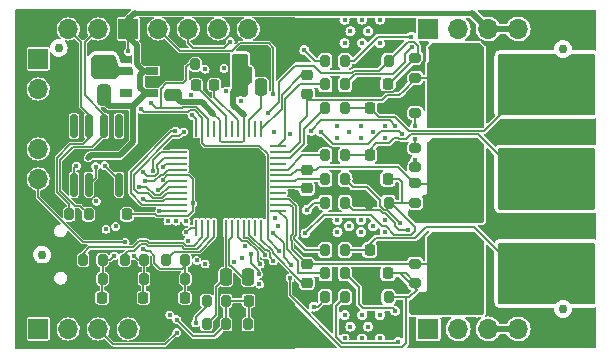
<source format=gbr>
%TF.GenerationSoftware,KiCad,Pcbnew,6.0.5+dfsg-1~bpo11+1*%
%TF.CreationDate,2022-07-20T16:37:16+00:00*%
%TF.ProjectId,xESC2,78455343-322e-46b6-9963-61645f706362,rev?*%
%TF.SameCoordinates,Original*%
%TF.FileFunction,Copper,L4,Bot*%
%TF.FilePolarity,Positive*%
%FSLAX46Y46*%
G04 Gerber Fmt 4.6, Leading zero omitted, Abs format (unit mm)*
G04 Created by KiCad (PCBNEW 6.0.5+dfsg-1~bpo11+1) date 2022-07-20 16:37:16*
%MOMM*%
%LPD*%
G01*
G04 APERTURE LIST*
G04 Aperture macros list*
%AMRoundRect*
0 Rectangle with rounded corners*
0 $1 Rounding radius*
0 $2 $3 $4 $5 $6 $7 $8 $9 X,Y pos of 4 corners*
0 Add a 4 corners polygon primitive as box body*
4,1,4,$2,$3,$4,$5,$6,$7,$8,$9,$2,$3,0*
0 Add four circle primitives for the rounded corners*
1,1,$1+$1,$2,$3*
1,1,$1+$1,$4,$5*
1,1,$1+$1,$6,$7*
1,1,$1+$1,$8,$9*
0 Add four rect primitives between the rounded corners*
20,1,$1+$1,$2,$3,$4,$5,0*
20,1,$1+$1,$4,$5,$6,$7,0*
20,1,$1+$1,$6,$7,$8,$9,0*
20,1,$1+$1,$8,$9,$2,$3,0*%
G04 Aperture macros list end*
%TA.AperFunction,ComponentPad*%
%ADD10R,1.700000X1.700000*%
%TD*%
%TA.AperFunction,ComponentPad*%
%ADD11O,1.700000X1.700000*%
%TD*%
%TA.AperFunction,ComponentPad*%
%ADD12O,1.700000X0.850000*%
%TD*%
%TA.AperFunction,SMDPad,CuDef*%
%ADD13RoundRect,0.200000X0.200000X0.275000X-0.200000X0.275000X-0.200000X-0.275000X0.200000X-0.275000X0*%
%TD*%
%TA.AperFunction,SMDPad,CuDef*%
%ADD14RoundRect,0.250000X-0.250000X-0.475000X0.250000X-0.475000X0.250000X0.475000X-0.250000X0.475000X0*%
%TD*%
%TA.AperFunction,SMDPad,CuDef*%
%ADD15RoundRect,0.250000X0.250000X0.475000X-0.250000X0.475000X-0.250000X-0.475000X0.250000X-0.475000X0*%
%TD*%
%TA.AperFunction,SMDPad,CuDef*%
%ADD16RoundRect,0.225000X-0.225000X-0.250000X0.225000X-0.250000X0.225000X0.250000X-0.225000X0.250000X0*%
%TD*%
%TA.AperFunction,SMDPad,CuDef*%
%ADD17RoundRect,0.225000X0.225000X0.250000X-0.225000X0.250000X-0.225000X-0.250000X0.225000X-0.250000X0*%
%TD*%
%TA.AperFunction,SMDPad,CuDef*%
%ADD18RoundRect,0.250000X0.475000X-0.250000X0.475000X0.250000X-0.475000X0.250000X-0.475000X-0.250000X0*%
%TD*%
%TA.AperFunction,SMDPad,CuDef*%
%ADD19RoundRect,0.249999X0.362501X1.425001X-0.362501X1.425001X-0.362501X-1.425001X0.362501X-1.425001X0*%
%TD*%
%TA.AperFunction,SMDPad,CuDef*%
%ADD20RoundRect,0.200000X-0.200000X-0.275000X0.200000X-0.275000X0.200000X0.275000X-0.200000X0.275000X0*%
%TD*%
%TA.AperFunction,SMDPad,CuDef*%
%ADD21RoundRect,0.200000X-0.275000X0.200000X-0.275000X-0.200000X0.275000X-0.200000X0.275000X0.200000X0*%
%TD*%
%TA.AperFunction,SMDPad,CuDef*%
%ADD22RoundRect,0.249999X0.325001X0.650001X-0.325001X0.650001X-0.325001X-0.650001X0.325001X-0.650001X0*%
%TD*%
%TA.AperFunction,SMDPad,CuDef*%
%ADD23RoundRect,0.225000X-0.250000X0.225000X-0.250000X-0.225000X0.250000X-0.225000X0.250000X0.225000X0*%
%TD*%
%TA.AperFunction,SMDPad,CuDef*%
%ADD24RoundRect,0.225000X0.250000X-0.225000X0.250000X0.225000X-0.250000X0.225000X-0.250000X-0.225000X0*%
%TD*%
%TA.AperFunction,SMDPad,CuDef*%
%ADD25R,0.279400X1.340599*%
%TD*%
%TA.AperFunction,SMDPad,CuDef*%
%ADD26R,1.340599X0.279400*%
%TD*%
%TA.AperFunction,SMDPad,CuDef*%
%ADD27R,5.003800X5.003800*%
%TD*%
%TA.AperFunction,SMDPad,CuDef*%
%ADD28RoundRect,0.200000X0.275000X-0.200000X0.275000X0.200000X-0.275000X0.200000X-0.275000X-0.200000X0*%
%TD*%
%TA.AperFunction,SMDPad,CuDef*%
%ADD29R,1.060000X0.650000*%
%TD*%
%TA.AperFunction,SMDPad,CuDef*%
%ADD30RoundRect,0.150000X0.150000X-0.825000X0.150000X0.825000X-0.150000X0.825000X-0.150000X-0.825000X0*%
%TD*%
%TA.AperFunction,SMDPad,CuDef*%
%ADD31C,0.750000*%
%TD*%
%TA.AperFunction,ViaPad*%
%ADD32C,0.450000*%
%TD*%
%TA.AperFunction,Conductor*%
%ADD33C,0.127000*%
%TD*%
%TA.AperFunction,Conductor*%
%ADD34C,0.200000*%
%TD*%
%TA.AperFunction,Conductor*%
%ADD35C,0.500000*%
%TD*%
%TA.AperFunction,Conductor*%
%ADD36C,0.450000*%
%TD*%
G04 APERTURE END LIST*
D10*
%TO.P,J3,1,Pin_1*%
%TO.N,+3V3*%
X231060000Y-108240000D03*
D11*
%TO.P,J3,2,Pin_2*%
%TO.N,/MCU/SWDCLK*%
X231060000Y-110780000D03*
%TO.P,J3,3,Pin_3*%
%TO.N,GND*%
X231060000Y-113320000D03*
%TO.P,J3,4,Pin_4*%
%TO.N,/MCU/SWDIO*%
X231060000Y-115860000D03*
%TO.P,J3,5,Pin_5*%
%TO.N,/MCU/Reset*%
X231060000Y-118400000D03*
%TD*%
D12*
%TO.P,J2,S5,SHIELD*%
%TO.N,GND*%
X230600000Y-121975000D03*
%TO.P,J2,S6,SHIELD*%
X230600000Y-127625000D03*
%TD*%
D13*
%TO.P,R4,1*%
%TO.N,Net-(C24-Pad1)*%
X257025000Y-124400000D03*
%TO.P,R4,2*%
%TO.N,/Power/SENSE_U*%
X255375000Y-124400000D03*
%TD*%
D14*
%TO.P,C4,1*%
%TO.N,GND*%
X245050000Y-126700000D03*
%TO.P,C4,2*%
%TO.N,/Power/5VOUT*%
X246950000Y-126700000D03*
%TD*%
D15*
%TO.P,C5,1*%
%TO.N,GND*%
X250750000Y-126700000D03*
%TO.P,C5,2*%
%TO.N,Net-(C5-Pad2)*%
X248850000Y-126700000D03*
%TD*%
D16*
%TO.P,C6,1*%
%TO.N,/Power/VOFS*%
X248875000Y-128700000D03*
%TO.P,C6,2*%
%TO.N,GND*%
X250425000Y-128700000D03*
%TD*%
D17*
%TO.P,C15,1*%
%TO.N,/CUR_U*%
X243475000Y-128450000D03*
%TO.P,C15,2*%
%TO.N,GND*%
X241925000Y-128450000D03*
%TD*%
D16*
%TO.P,C11,1*%
%TO.N,Net-(C11-Pad1)*%
X244425000Y-110450000D03*
%TO.P,C11,2*%
%TO.N,Net-(C11-Pad2)*%
X245975000Y-110450000D03*
%TD*%
D18*
%TO.P,C13,1*%
%TO.N,/VM*%
X242500000Y-111250000D03*
%TO.P,C13,2*%
%TO.N,GND*%
X242500000Y-109350000D03*
%TD*%
D16*
%TO.P,C25,1*%
%TO.N,Net-(C25-Pad1)*%
X259125000Y-116400000D03*
%TO.P,C25,2*%
%TO.N,GND*%
X260675000Y-116400000D03*
%TD*%
%TO.P,C26,1*%
%TO.N,Net-(C26-Pad1)*%
X259125000Y-112400000D03*
%TO.P,C26,2*%
%TO.N,GND*%
X260675000Y-112400000D03*
%TD*%
D13*
%TO.P,R5,1*%
%TO.N,Net-(Q3-Pad4)*%
X257025000Y-118400000D03*
%TO.P,R5,2*%
%TO.N,/Power/HSV*%
X255375000Y-118400000D03*
%TD*%
%TO.P,R6,1*%
%TO.N,Net-(Q4-Pad4)*%
X257025000Y-120400000D03*
%TO.P,R6,2*%
%TO.N,/Power/LSV*%
X255375000Y-120400000D03*
%TD*%
D17*
%TO.P,C27,1*%
%TO.N,/CUR_V*%
X239975000Y-128450000D03*
%TO.P,C27,2*%
%TO.N,GND*%
X238425000Y-128450000D03*
%TD*%
D19*
%TO.P,R7,1*%
%TO.N,Net-(C25-Pad1)*%
X271100000Y-118400000D03*
%TO.P,R7,2*%
%TO.N,/PHASE_V_RAW*%
X265175000Y-118400000D03*
%TD*%
D17*
%TO.P,C28,1*%
%TO.N,/CUR_W*%
X236475000Y-128450000D03*
%TO.P,C28,2*%
%TO.N,GND*%
X234925000Y-128450000D03*
%TD*%
D13*
%TO.P,R8,1*%
%TO.N,Net-(C25-Pad1)*%
X257025000Y-116400000D03*
%TO.P,R8,2*%
%TO.N,/Power/SENSE_V*%
X255375000Y-116400000D03*
%TD*%
%TO.P,R9,1*%
%TO.N,Net-(Q5-Pad4)*%
X257025000Y-110400000D03*
%TO.P,R9,2*%
%TO.N,/Power/HSW*%
X255375000Y-110400000D03*
%TD*%
%TO.P,R10,1*%
%TO.N,Net-(Q6-Pad4)*%
X257025000Y-108400000D03*
%TO.P,R10,2*%
%TO.N,/Power/LSW*%
X255375000Y-108400000D03*
%TD*%
D19*
%TO.P,R11,1*%
%TO.N,Net-(C26-Pad1)*%
X271062500Y-110400000D03*
%TO.P,R11,2*%
%TO.N,/PHASE_W_RAW*%
X265137500Y-110400000D03*
%TD*%
D20*
%TO.P,R13,1*%
%TO.N,+3V3*%
X245325000Y-128700000D03*
%TO.P,R13,2*%
%TO.N,/Power/VOFS*%
X246975000Y-128700000D03*
%TD*%
%TO.P,R14,1*%
%TO.N,/Power/VOFS*%
X248825000Y-130700000D03*
%TO.P,R14,2*%
%TO.N,GND*%
X250475000Y-130700000D03*
%TD*%
%TO.P,R15,1*%
%TO.N,/Power/5VOUT*%
X245325000Y-130700000D03*
%TO.P,R15,2*%
%TO.N,/Power/VOFS*%
X246975000Y-130700000D03*
%TD*%
%TO.P,R17,1*%
%TO.N,/CURU_5V*%
X241875000Y-125250000D03*
%TO.P,R17,2*%
%TO.N,/CUR_U*%
X243525000Y-125250000D03*
%TD*%
D13*
%TO.P,R18,1*%
%TO.N,/CUR_U*%
X243525000Y-126850000D03*
%TO.P,R18,2*%
%TO.N,GND*%
X241875000Y-126850000D03*
%TD*%
D20*
%TO.P,R19,1*%
%TO.N,/CURV_5V*%
X238375000Y-125250000D03*
%TO.P,R19,2*%
%TO.N,/CUR_V*%
X240025000Y-125250000D03*
%TD*%
D13*
%TO.P,R20,1*%
%TO.N,/CUR_V*%
X240025000Y-126850000D03*
%TO.P,R20,2*%
%TO.N,GND*%
X238375000Y-126850000D03*
%TD*%
D20*
%TO.P,R21,1*%
%TO.N,/CURW_5V*%
X234875000Y-125250000D03*
%TO.P,R21,2*%
%TO.N,/CUR_W*%
X236525000Y-125250000D03*
%TD*%
D13*
%TO.P,R22,1*%
%TO.N,/CUR_W*%
X236525000Y-126850000D03*
%TO.P,R22,2*%
%TO.N,GND*%
X234875000Y-126850000D03*
%TD*%
D20*
%TO.P,R29,1*%
%TO.N,/MCU/DRV_ENABLE*%
X244375000Y-108700000D03*
%TO.P,R29,2*%
%TO.N,GND*%
X246025000Y-108700000D03*
%TD*%
D13*
%TO.P,R2,1*%
%TO.N,Net-(Q2-Pad4)*%
X257025000Y-128400000D03*
%TO.P,R2,2*%
%TO.N,/Power/LSU*%
X255375000Y-128400000D03*
%TD*%
D19*
%TO.P,R3,1*%
%TO.N,Net-(C24-Pad1)*%
X271100000Y-126400000D03*
%TO.P,R3,2*%
%TO.N,/PHASE_U_RAW*%
X265175000Y-126400000D03*
%TD*%
D15*
%TO.P,C12,1*%
%TO.N,Net-(C12-Pad1)*%
X249950000Y-110600000D03*
%TO.P,C12,2*%
%TO.N,/VM*%
X248050000Y-110600000D03*
%TD*%
D14*
%TO.P,C14,1*%
%TO.N,/VM*%
X248050000Y-108600000D03*
%TO.P,C14,2*%
%TO.N,GND*%
X249950000Y-108600000D03*
%TD*%
D17*
%TO.P,C29,1*%
%TO.N,/PHASE_U_FILTERED*%
X260675000Y-126400000D03*
%TO.P,C29,2*%
%TO.N,GND*%
X259125000Y-126400000D03*
%TD*%
%TO.P,C30,1*%
%TO.N,/PHASE_V_FILTERED*%
X260675000Y-118400000D03*
%TO.P,C30,2*%
%TO.N,GND*%
X259125000Y-118400000D03*
%TD*%
D21*
%TO.P,R25,1*%
%TO.N,/PHASE_V_RAW*%
X263000000Y-118775000D03*
%TO.P,R25,2*%
%TO.N,/PHASE_V_FILTERED*%
X263000000Y-120425000D03*
%TD*%
D17*
%TO.P,C31,1*%
%TO.N,/PHASE_W_FILTERED*%
X260675000Y-110400000D03*
%TO.P,C31,2*%
%TO.N,GND*%
X259125000Y-110400000D03*
%TD*%
D13*
%TO.P,R24,1*%
%TO.N,/PHASE_U_FILTERED*%
X260725000Y-128400000D03*
%TO.P,R24,2*%
%TO.N,GND*%
X259075000Y-128400000D03*
%TD*%
%TO.P,R28,1*%
%TO.N,/PHASE_W_FILTERED*%
X260725000Y-108400000D03*
%TO.P,R28,2*%
%TO.N,GND*%
X259075000Y-108400000D03*
%TD*%
D21*
%TO.P,R23,1*%
%TO.N,/PHASE_U_RAW*%
X263000000Y-125575000D03*
%TO.P,R23,2*%
%TO.N,/PHASE_U_FILTERED*%
X263000000Y-127225000D03*
%TD*%
D13*
%TO.P,R26,1*%
%TO.N,/PHASE_V_FILTERED*%
X260725000Y-120400000D03*
%TO.P,R26,2*%
%TO.N,GND*%
X259075000Y-120400000D03*
%TD*%
D22*
%TO.P,C21,1*%
%TO.N,+3V3*%
X236675000Y-108900000D03*
%TO.P,C21,2*%
%TO.N,GND*%
X233725000Y-108900000D03*
%TD*%
%TO.P,C20,1*%
%TO.N,+5V*%
X236675000Y-111300000D03*
%TO.P,C20,2*%
%TO.N,GND*%
X233725000Y-111300000D03*
%TD*%
D10*
%TO.P,J5,1,Pin_1*%
%TO.N,GND*%
X231060000Y-105700000D03*
D11*
%TO.P,J5,2,Pin_2*%
%TO.N,Net-(J5-Pad2)*%
X233600000Y-105700000D03*
%TO.P,J5,3,Pin_3*%
%TO.N,Net-(J5-Pad3)*%
X236140000Y-105700000D03*
%TD*%
D23*
%TO.P,C9,1*%
%TO.N,/PHASE_V_RAW*%
X253800000Y-117625000D03*
%TO.P,C9,2*%
%TO.N,/Power/CV*%
X253800000Y-119175000D03*
%TD*%
%TO.P,C8,1*%
%TO.N,/PHASE_U_RAW*%
X253800000Y-125625000D03*
%TO.P,C8,2*%
%TO.N,/Power/CU*%
X253800000Y-127175000D03*
%TD*%
D24*
%TO.P,C10,1*%
%TO.N,/PHASE_W_RAW*%
X253800000Y-111175000D03*
%TO.P,C10,2*%
%TO.N,/Power/CW*%
X253800000Y-109625000D03*
%TD*%
D25*
%TO.P,U1,1,CU*%
%TO.N,/Power/CU*%
X249950000Y-122525501D03*
%TO.P,U1,2,NC*%
%TO.N,unconnected-(U1-Pad2)*%
X249450001Y-122525501D03*
%TO.P,U1,3,LSW*%
%TO.N,/Power/LSW*%
X248949999Y-122525501D03*
%TO.P,U1,4,LSV*%
%TO.N,/Power/LSV*%
X248450000Y-122525501D03*
%TO.P,U1,5,LSU*%
%TO.N,/Power/LSU*%
X247950001Y-122525501D03*
%TO.P,U1,6,12VOUT*%
%TO.N,Net-(C5-Pad2)*%
X247450000Y-122525501D03*
%TO.P,U1,7,5VOUT*%
%TO.N,/Power/5VOUT*%
X246950000Y-122525501D03*
%TO.P,U1,8,GNDA*%
%TO.N,GND*%
X246449999Y-122525501D03*
%TO.P,U1,9,CURU*%
%TO.N,/CURU_5V*%
X245950000Y-122525501D03*
%TO.P,U1,10,CURV*%
%TO.N,/CURV_5V*%
X245450001Y-122525501D03*
%TO.P,U1,11,CURW*%
%TO.N,/CURW_5V*%
X244949999Y-122525501D03*
%TO.P,U1,12,VOFS/TEST*%
%TO.N,/Power/VOFS*%
X244450000Y-122525501D03*
D26*
%TO.P,U1,13,CSN_IDRV0*%
%TO.N,/MCU/DRV_NCS*%
X243024499Y-121100000D03*
%TO.P,U1,14,SCK_IDRV1*%
%TO.N,/MCU/DRV_SCK*%
X243024499Y-120600001D03*
%TO.P,U1,15,SDI_AMPLX10*%
%TO.N,/MCU/DRV_MOSI*%
X243024499Y-120099999D03*
%TO.P,U1,16,SDO_SINGLE*%
%TO.N,/MCU/DRV_MISO*%
X243024499Y-119600000D03*
%TO.P,U1,17,UH*%
%TO.N,/MCU/UH*%
X243024499Y-119100001D03*
%TO.P,U1,18,UL*%
%TO.N,/MCU/UL*%
X243024499Y-118600000D03*
%TO.P,U1,19,VCC_IO*%
%TO.N,+3V3*%
X243024499Y-118100000D03*
%TO.P,U1,20,VH*%
%TO.N,/MCU/VH*%
X243024499Y-117599999D03*
%TO.P,U1,21,VL*%
%TO.N,/MCU/VL*%
X243024499Y-117100000D03*
%TO.P,U1,22,WH*%
%TO.N,/MCU/WH*%
X243024499Y-116600001D03*
%TO.P,U1,23,WL*%
%TO.N,/MCU/WL*%
X243024499Y-116099999D03*
%TO.P,U1,24,CLK*%
%TO.N,GND*%
X243024499Y-115600000D03*
D25*
%TO.P,U1,25,SPE*%
%TO.N,+3V3*%
X244450000Y-114174499D03*
%TO.P,U1,26,FAULT*%
%TO.N,/Power/FAULT*%
X244949999Y-114174499D03*
%TO.P,U1,27,DRV_EN*%
%TO.N,/MCU/DRV_ENABLE*%
X245450001Y-114174499D03*
%TO.P,U1,28,NC*%
%TO.N,unconnected-(U1-Pad28)*%
X245950000Y-114174499D03*
%TO.P,U1,29,VSA*%
%TO.N,/VM*%
X246449999Y-114174499D03*
%TO.P,U1,30,CPO*%
%TO.N,Net-(C11-Pad1)*%
X246950000Y-114174499D03*
%TO.P,U1,31,NC*%
%TO.N,unconnected-(U1-Pad31)*%
X247450000Y-114174499D03*
%TO.P,U1,32,CPI*%
%TO.N,Net-(C11-Pad2)*%
X247950001Y-114174499D03*
%TO.P,U1,33,VS*%
%TO.N,/VM*%
X248450000Y-114174499D03*
%TO.P,U1,34,VCP*%
%TO.N,Net-(C12-Pad1)*%
X248949999Y-114174499D03*
%TO.P,U1,35,NC*%
%TO.N,unconnected-(U1-Pad35)*%
X249450001Y-114174499D03*
%TO.P,U1,36,CW*%
%TO.N,/Power/CW*%
X249950000Y-114174499D03*
D26*
%TO.P,U1,37,HSW*%
%TO.N,/Power/HSW*%
X251375501Y-115600000D03*
%TO.P,U1,38,W*%
%TO.N,/PHASE_W_RAW*%
X251375501Y-116099999D03*
%TO.P,U1,39,WSENSE*%
%TO.N,/Power/SENSE_W*%
X251375501Y-116600001D03*
%TO.P,U1,40,NC*%
%TO.N,unconnected-(U1-Pad40)*%
X251375501Y-117100000D03*
%TO.P,U1,41,VSENSE*%
%TO.N,/Power/SENSE_V*%
X251375501Y-117599999D03*
%TO.P,U1,42,V*%
%TO.N,/PHASE_V_RAW*%
X251375501Y-118100000D03*
%TO.P,U1,43,HSV*%
%TO.N,/Power/HSV*%
X251375501Y-118600000D03*
%TO.P,U1,44,CV*%
%TO.N,/Power/CV*%
X251375501Y-119100001D03*
%TO.P,U1,45,NC*%
%TO.N,unconnected-(U1-Pad45)*%
X251375501Y-119600000D03*
%TO.P,U1,46,USENSE*%
%TO.N,/Power/SENSE_U*%
X251375501Y-120099999D03*
%TO.P,U1,47,U*%
%TO.N,/PHASE_U_RAW*%
X251375501Y-120600001D03*
%TO.P,U1,48,HSU*%
%TO.N,/Power/HSU*%
X251375501Y-121100000D03*
D27*
%TO.P,U1,EPAD,EPAD*%
%TO.N,GND*%
X247200000Y-118350000D03*
%TD*%
D13*
%TO.P,R1,1*%
%TO.N,Net-(Q1-Pad4)*%
X257025000Y-126400000D03*
%TO.P,R1,2*%
%TO.N,/Power/HSU*%
X255375000Y-126400000D03*
%TD*%
D28*
%TO.P,R27,1*%
%TO.N,/PHASE_W_RAW*%
X263000000Y-109825000D03*
%TO.P,R27,2*%
%TO.N,/PHASE_W_FILTERED*%
X263000000Y-108175000D03*
%TD*%
D13*
%TO.P,R12,1*%
%TO.N,Net-(C26-Pad1)*%
X257025000Y-112400000D03*
%TO.P,R12,2*%
%TO.N,/Power/SENSE_W*%
X255375000Y-112400000D03*
%TD*%
D10*
%TO.P,J1,1,Pin_1*%
%TO.N,+5V*%
X238680000Y-105700000D03*
D11*
%TO.P,J1,2,Pin_2*%
%TO.N,/TEMP_MOTOR*%
X241220000Y-105700000D03*
%TO.P,J1,3,Pin_3*%
%TO.N,/HALL1*%
X243760000Y-105700000D03*
%TO.P,J1,4,Pin_4*%
%TO.N,/HALL2*%
X246300000Y-105700000D03*
%TO.P,J1,5,Pin_5*%
%TO.N,/HALL3*%
X248840000Y-105700000D03*
%TO.P,J1,6,Pin_6*%
%TO.N,GND*%
X251380000Y-105700000D03*
%TD*%
D10*
%TO.P,J4,1,Pin_1*%
%TO.N,/MCU/MISO_EXT*%
X231060000Y-131100000D03*
D11*
%TO.P,J4,2,Pin_2*%
%TO.N,/MCU/TX_MOSI_EXT*%
X233600000Y-131100000D03*
%TO.P,J4,3,Pin_3*%
%TO.N,/MCU/SCK_EXT*%
X236140000Y-131100000D03*
%TO.P,J4,4,Pin_4*%
%TO.N,/MCU/RX_NCS_EXT*%
X238680000Y-131100000D03*
%TO.P,J4,5,Pin_5*%
%TO.N,GND*%
X241220000Y-131100000D03*
%TD*%
D16*
%TO.P,C24,1*%
%TO.N,Net-(C24-Pad1)*%
X259125000Y-124400000D03*
%TO.P,C24,2*%
%TO.N,GND*%
X260675000Y-124400000D03*
%TD*%
D17*
%TO.P,C7,1*%
%TO.N,+3V3*%
X238575000Y-121400000D03*
%TO.P,C7,2*%
%TO.N,GND*%
X237025000Y-121400000D03*
%TD*%
D29*
%TO.P,U2,1,VIN*%
%TO.N,+5V*%
X240700000Y-109250000D03*
%TO.P,U2,2,GND*%
%TO.N,GND*%
X240700000Y-110200000D03*
%TO.P,U2,3,CE*%
%TO.N,+5V*%
X240700000Y-111150000D03*
%TO.P,U2,4,NC*%
%TO.N,unconnected-(U2-Pad4)*%
X238500000Y-111150000D03*
%TO.P,U2,5,VOUT*%
%TO.N,+3V3*%
X238500000Y-109250000D03*
%TD*%
D30*
%TO.P,U5,1,D*%
%TO.N,/MCU/CAN_TX*%
X237905000Y-118875000D03*
%TO.P,U5,2,GND*%
%TO.N,GND*%
X236635000Y-118875000D03*
%TO.P,U5,3,VCC*%
%TO.N,+3V3*%
X235365000Y-118875000D03*
%TO.P,U5,4,R*%
%TO.N,/MCU/CAN_RX*%
X234095000Y-118875000D03*
%TO.P,U5,5,NC*%
%TO.N,unconnected-(U5-Pad5)*%
X234095000Y-113925000D03*
%TO.P,U5,6,CANL*%
%TO.N,Net-(J5-Pad2)*%
X235365000Y-113925000D03*
%TO.P,U5,7,CANH*%
%TO.N,Net-(J5-Pad3)*%
X236635000Y-113925000D03*
%TO.P,U5,8,NC*%
%TO.N,unconnected-(U5-Pad8)*%
X237905000Y-113925000D03*
%TD*%
D28*
%TO.P,R41,1*%
%TO.N,/PCB_TEMP*%
X263000000Y-112825000D03*
%TO.P,R41,2*%
%TO.N,GND*%
X263000000Y-111175000D03*
%TD*%
%TO.P,TH1,1*%
%TO.N,+3V3*%
X263000000Y-117425000D03*
%TO.P,TH1,2*%
%TO.N,/PCB_TEMP*%
X263000000Y-115775000D03*
%TD*%
D10*
%TO.P,J9,1,Pin_1*%
%TO.N,/VM*%
X264080000Y-105700000D03*
D11*
%TO.P,J9,2,Pin_2*%
X266620000Y-105700000D03*
%TO.P,J9,3,Pin_3*%
%TO.N,+5V*%
X269160000Y-105700000D03*
%TO.P,J9,4,Pin_4*%
X271700000Y-105700000D03*
%TO.P,J9,5,Pin_5*%
%TO.N,GND*%
X274240000Y-105700000D03*
%TO.P,J9,6,Pin_6*%
X276780000Y-105700000D03*
%TD*%
D10*
%TO.P,J10,1,Pin_1*%
%TO.N,/VM*%
X264080000Y-131100000D03*
D11*
%TO.P,J10,2,Pin_2*%
X266620000Y-131100000D03*
%TO.P,J10,3,Pin_3*%
%TO.N,+5V*%
X269160000Y-131100000D03*
%TO.P,J10,4,Pin_4*%
X271700000Y-131100000D03*
%TO.P,J10,5,Pin_5*%
%TO.N,GND*%
X274240000Y-131100000D03*
%TO.P,J10,6,Pin_6*%
X276780000Y-131100000D03*
%TD*%
D10*
%TO.P,J8,1,Pin_1*%
%TO.N,Net-(C26-Pad1)*%
X274240000Y-112050000D03*
D11*
%TO.P,J8,2,Pin_2*%
X276780000Y-112050000D03*
%TO.P,J8,3,Pin_3*%
X274240000Y-109510000D03*
%TO.P,J8,4,Pin_4*%
X276780000Y-109510000D03*
%TD*%
D10*
%TO.P,J7,1,Pin_1*%
%TO.N,Net-(C25-Pad1)*%
X274240000Y-119670000D03*
D11*
%TO.P,J7,2,Pin_2*%
X276780000Y-119670000D03*
%TO.P,J7,3,Pin_3*%
X274240000Y-117130000D03*
%TO.P,J7,4,Pin_4*%
X276780000Y-117130000D03*
%TD*%
D10*
%TO.P,J6,1,Pin_1*%
%TO.N,Net-(C24-Pad1)*%
X274240000Y-127290000D03*
D11*
%TO.P,J6,2,Pin_2*%
X276780000Y-127290000D03*
%TO.P,J6,3,Pin_3*%
X274240000Y-124750000D03*
%TO.P,J6,4,Pin_4*%
X276780000Y-124750000D03*
%TD*%
D13*
%TO.P,R36,1*%
%TO.N,Net-(J5-Pad3)*%
X235325000Y-121400000D03*
%TO.P,R36,2*%
%TO.N,Net-(J5-Pad2)*%
X233675000Y-121400000D03*
%TD*%
D31*
%TO.P,FID4,*%
%TO.N,*%
X275500000Y-129400000D03*
%TD*%
%TO.P,FID6,*%
%TO.N,*%
X231400000Y-124800000D03*
%TD*%
%TO.P,FID7,*%
%TO.N,*%
X275500000Y-107400000D03*
%TD*%
%TO.P,FID8,*%
%TO.N,*%
X232800000Y-107300000D03*
%TD*%
D32*
%TO.N,Net-(Q1-Pad4)*%
X261300000Y-129550000D03*
%TO.N,GND*%
X272500000Y-114000000D03*
X274500000Y-115000000D03*
X275000000Y-114500000D03*
X274000000Y-114500000D03*
X273000000Y-114500000D03*
X272000000Y-114500000D03*
X272500000Y-115000000D03*
X274500000Y-114000000D03*
X271500000Y-114000000D03*
X273500000Y-114000000D03*
X273500000Y-115000000D03*
X271500000Y-115000000D03*
X271000000Y-114500000D03*
X269500000Y-115000000D03*
X270000000Y-122500000D03*
X269500000Y-123000000D03*
X270500000Y-115000000D03*
X269000000Y-122500000D03*
X271000000Y-122500000D03*
X270500000Y-114000000D03*
X269500000Y-122000000D03*
X270000000Y-114500000D03*
X270500000Y-122000000D03*
X270500000Y-123000000D03*
X274000000Y-122500000D03*
X261481190Y-107081190D03*
X271500000Y-123000000D03*
X274500000Y-123000000D03*
X245200000Y-116200000D03*
X241800000Y-108000000D03*
X247200000Y-118200000D03*
X243750000Y-113700000D03*
X275000000Y-122500000D03*
X261556308Y-115395181D03*
X240000000Y-105000000D03*
X247200000Y-120200000D03*
X273000000Y-122500000D03*
X254650000Y-126900000D03*
X260822611Y-111744521D03*
X272000000Y-122500000D03*
X263300000Y-123700000D03*
X252050000Y-128850000D03*
X245375000Y-106825000D03*
X247850000Y-132350000D03*
X249550000Y-107300000D03*
X272500000Y-122000000D03*
X247200000Y-116200000D03*
X273500000Y-122000000D03*
X260709490Y-127400000D03*
X273500000Y-123000000D03*
X237125000Y-115425000D03*
X243350000Y-107950000D03*
X263625000Y-107200000D03*
X242600000Y-126500010D03*
X249000000Y-119800000D03*
X254600000Y-107400000D03*
X245200000Y-118200000D03*
X255050000Y-122900000D03*
X240300000Y-107500000D03*
X254000000Y-131600000D03*
X254300000Y-115300000D03*
X260775000Y-119425000D03*
X271500000Y-122000000D03*
X274500000Y-122000000D03*
X272500000Y-123000000D03*
X247525000Y-105000000D03*
X242450000Y-104900000D03*
X245200000Y-120200000D03*
X246000000Y-126500000D03*
%TO.N,Net-(Q2-Pad4)*%
X261550000Y-132175000D03*
%TO.N,Net-(Q3-Pad4)*%
X261675000Y-122150000D03*
%TO.N,Net-(Q4-Pad4)*%
X262400001Y-122700000D03*
%TO.N,Net-(Q5-Pad4)*%
X262674996Y-107250000D03*
%TO.N,Net-(Q6-Pad4)*%
X262649980Y-106349980D03*
%TO.N,/Power/LSU*%
X254400000Y-129200000D03*
X249858665Y-125606123D03*
%TO.N,/Power/LSV*%
X253800000Y-121000000D03*
X250239939Y-124817009D03*
%TO.N,/Power/LSW*%
X250974998Y-125349645D03*
X253600000Y-107500000D03*
%TO.N,/Power/VOFS*%
X243615510Y-122900000D03*
X242799986Y-130300000D03*
%TO.N,+3V3*%
X251041416Y-114410852D03*
X244150000Y-120450000D03*
X235800000Y-109199996D03*
X241625000Y-118450000D03*
X246975000Y-110931024D03*
X248290510Y-125128626D03*
X235925000Y-117350000D03*
X236000000Y-120300000D03*
X237781022Y-109356020D03*
X255000000Y-114400000D03*
X263000000Y-116799998D03*
X261825016Y-114575000D03*
X244124996Y-113010034D03*
X244400000Y-130600000D03*
X249800000Y-127299994D03*
%TO.N,+5V*%
X238700000Y-107600000D03*
X235300000Y-116599988D03*
%TO.N,/PHASE_U_RAW*%
X267400000Y-123600000D03*
X268400000Y-123600000D03*
X264200000Y-129700000D03*
X262700000Y-129200000D03*
X263200000Y-129700000D03*
X267900000Y-123100000D03*
X266400000Y-123600000D03*
X264700000Y-129200000D03*
X265700000Y-129200000D03*
X266900000Y-123100000D03*
X265200000Y-129700000D03*
X263700000Y-129200000D03*
X265900000Y-123100000D03*
X264900000Y-123100000D03*
X266700000Y-129200000D03*
X266200000Y-129700000D03*
X267200000Y-129700000D03*
X268200000Y-129700000D03*
X267700000Y-129200000D03*
X265400000Y-123600000D03*
X264400000Y-123600000D03*
%TO.N,/PHASE_V_RAW*%
X267200000Y-121900000D03*
X262700000Y-121400000D03*
X266700000Y-121400000D03*
X267400000Y-115600000D03*
X266400000Y-115600000D03*
X265700000Y-121400000D03*
X265400000Y-115600000D03*
X267900000Y-115100000D03*
X264700000Y-121400000D03*
X266900000Y-115100000D03*
X265900000Y-115100000D03*
X263700000Y-121400000D03*
X268200000Y-121900000D03*
X267700000Y-121400000D03*
X264900000Y-115100000D03*
X268400000Y-115600000D03*
X265200000Y-121900000D03*
X263200000Y-121900000D03*
X266200000Y-121900000D03*
X264200000Y-121900000D03*
X264400000Y-115600000D03*
%TO.N,/PHASE_W_RAW*%
X265400000Y-107600000D03*
X264700000Y-113400000D03*
X266700000Y-113400000D03*
X267700000Y-113400000D03*
X265200000Y-113900000D03*
X266900000Y-107100000D03*
X268200000Y-113900000D03*
X265700000Y-113400000D03*
X264900000Y-107100000D03*
X266200000Y-113900000D03*
X267900000Y-107100000D03*
X268400000Y-107600000D03*
X267400000Y-107600000D03*
X267200000Y-113900000D03*
X266400000Y-107600000D03*
X265900000Y-107100000D03*
X264400000Y-107600000D03*
%TO.N,/CUR_U*%
X239925000Y-124300000D03*
%TO.N,/CUR_V*%
X239200000Y-124900000D03*
%TO.N,/CUR_W*%
X237500000Y-124900000D03*
%TO.N,/PHASE_U_FILTERED*%
X252392339Y-126782661D03*
X252475000Y-125650000D03*
X250974998Y-122975000D03*
X243749998Y-123625000D03*
%TO.N,/PHASE_V_FILTERED*%
X253684490Y-123005611D03*
X251375000Y-122350000D03*
X243599989Y-121999989D03*
%TO.N,/PHASE_W_FILTERED*%
X250525000Y-112800000D03*
X242043877Y-121956256D03*
%TO.N,/MCU/Reset*%
X238425000Y-123750000D03*
%TO.N,/MCU/WL*%
X240788495Y-117729116D03*
%TO.N,/MCU/WH*%
X239957484Y-117800000D03*
%TO.N,/MCU/VL*%
X241597615Y-117380242D03*
%TO.N,/MCU/VH*%
X240147324Y-118595058D03*
%TO.N,/MCU/UL*%
X241209500Y-119368936D03*
%TO.N,/MCU/UH*%
X239562496Y-119062496D03*
%TO.N,/MCU/DRV_ENABLE*%
X240600000Y-112000000D03*
%TO.N,/MCU/DRV_MISO*%
X243400000Y-114400000D03*
%TO.N,/MCU/DRV_MOSI*%
X239975000Y-120075000D03*
%TO.N,/MCU/DRV_SCK*%
X242662500Y-114337500D03*
%TO.N,/MCU/DRV_NCS*%
X241325000Y-121125000D03*
%TO.N,/MCU/TX_MOSI_EXT*%
X242750000Y-121975000D03*
%TO.N,/MCU/CAN_TX*%
X236700000Y-117274992D03*
%TO.N,/MCU/CAN_RX*%
X234300000Y-117300000D03*
%TO.N,/MCU/SWDCLK*%
X243975000Y-111249986D03*
%TO.N,/MCU/SWDIO*%
X248200004Y-111800000D03*
%TO.N,/MCU/RX_NCS_EXT*%
X251155479Y-121665452D03*
%TO.N,/MCU/MISO_EXT*%
X244500000Y-125300006D03*
%TO.N,/MCU/SCK_EXT*%
X242800000Y-131400000D03*
X247665504Y-125448854D03*
%TO.N,/TEMP_MOTOR*%
X248581335Y-124078617D03*
X250975000Y-111200000D03*
%TO.N,/HALL1*%
X247325000Y-106775000D03*
%TO.N,Net-(J2-Pad3)*%
X245200000Y-109100000D03*
X237618806Y-122418814D03*
%TO.N,Net-(J2-Pad2)*%
X236800000Y-122650000D03*
X246799997Y-109045992D03*
%TO.N,/LED_GREEN*%
X249068234Y-124794146D03*
X249725000Y-126447987D03*
%TO.N,/VM*%
X258400000Y-122900000D03*
X256400000Y-121900000D03*
X260400000Y-122900000D03*
X258500000Y-131900000D03*
X260400000Y-121900000D03*
X259400000Y-122400000D03*
X257000000Y-131900000D03*
X258500000Y-129900000D03*
X257400000Y-122400000D03*
X256400000Y-122900000D03*
X258400000Y-121900000D03*
X257000000Y-129900000D03*
X260000000Y-131900000D03*
X260000000Y-129900000D03*
X260400000Y-114900000D03*
X258400000Y-113900000D03*
X256400000Y-114900000D03*
X258500000Y-104900000D03*
X260000000Y-106900000D03*
X257000000Y-106900000D03*
X259000000Y-105900000D03*
X260400000Y-113900000D03*
X257500000Y-130900000D03*
X249000000Y-109100000D03*
X249000000Y-110100000D03*
X258400000Y-114900000D03*
X257400000Y-114400000D03*
X259000000Y-130900000D03*
X258500000Y-106900000D03*
X259400000Y-114400000D03*
X248500000Y-109600000D03*
X256400000Y-113900000D03*
X257500000Y-105900000D03*
X257000000Y-104902010D03*
X260000000Y-104900000D03*
%TO.N,/V_M_FILTERED*%
X242200000Y-129900000D03*
X252425009Y-114600000D03*
%TO.N,/PCB_TEMP*%
X245200000Y-125600000D03*
X254200000Y-114300000D03*
X261299980Y-113900000D03*
X263000000Y-115025008D03*
X263000000Y-113900000D03*
%TO.N,/Power/FAULT*%
X251434499Y-124467716D03*
X239778390Y-112516207D03*
%TD*%
D33*
%TO.N,Net-(Q1-Pad4)*%
X258200000Y-127575000D02*
X258200000Y-129000000D01*
X257025000Y-126400000D02*
X258200000Y-127575000D01*
X258550001Y-129350001D02*
X261100001Y-129350001D01*
X258200000Y-129000000D02*
X258550001Y-129350001D01*
X261100001Y-129350001D02*
X261300000Y-129550000D01*
%TO.N,GND*%
X262700000Y-109097736D02*
X263104528Y-109097736D01*
X263000000Y-111175000D02*
X263000000Y-111300000D01*
X262200000Y-110000000D02*
X262200000Y-109597736D01*
X262200000Y-109597736D02*
X262700000Y-109097736D01*
X259125000Y-118400000D02*
X260150000Y-119425000D01*
X259125000Y-126875000D02*
X259650000Y-127400000D01*
X260675000Y-111892132D02*
X260822611Y-111744521D01*
X259650000Y-127400000D02*
X260709490Y-127400000D01*
X263104528Y-109097736D02*
X263849999Y-108352265D01*
X261500000Y-123700000D02*
X263300000Y-123700000D01*
X261134490Y-111065510D02*
X262200000Y-110000000D01*
X260675000Y-124400000D02*
X260800000Y-124400000D01*
X260800000Y-124400000D02*
X261500000Y-123700000D01*
X260150000Y-119425000D02*
X260775000Y-119425000D01*
X262430479Y-111744521D02*
X260822611Y-111744521D01*
X263000000Y-111175000D02*
X262430479Y-111744521D01*
X259075000Y-128400000D02*
X259075000Y-126450000D01*
X246449999Y-119100001D02*
X247200000Y-118350000D01*
X259075000Y-108400000D02*
X259475000Y-108400000D01*
X260675000Y-116276489D02*
X261556308Y-115395181D01*
X260793810Y-107081190D02*
X261481190Y-107081190D01*
X263849999Y-108352265D02*
X263849999Y-107424999D01*
X260675000Y-116400000D02*
X260675000Y-116276489D01*
X246449999Y-122525501D02*
X246449999Y-119100001D01*
X259790510Y-111065510D02*
X261134490Y-111065510D01*
X259125000Y-126400000D02*
X259125000Y-126875000D01*
X260675000Y-112400000D02*
X260675000Y-111892132D01*
X259075000Y-126450000D02*
X259125000Y-126400000D01*
X259475000Y-108400000D02*
X260793810Y-107081190D01*
X259125000Y-110400000D02*
X259790510Y-111065510D01*
X263849999Y-107424999D02*
X263625000Y-107200000D01*
%TO.N,Net-(Q2-Pad4)*%
X256810058Y-132325000D02*
X261400000Y-132325000D01*
X261400000Y-132325000D02*
X261550000Y-132175000D01*
X256300000Y-131814942D02*
X256810058Y-132325000D01*
X256300000Y-129125000D02*
X256300000Y-131814942D01*
X257025000Y-128400000D02*
X257025000Y-128325000D01*
X257025000Y-128400000D02*
X256300000Y-129125000D01*
%TO.N,Net-(Q3-Pad4)*%
X260590510Y-121065510D02*
X261675000Y-122150000D01*
X260000000Y-120702264D02*
X260363246Y-121065510D01*
X258865510Y-119065510D02*
X260000000Y-120200000D01*
X260363246Y-121065510D02*
X260590510Y-121065510D01*
X257025000Y-118400000D02*
X257690510Y-119065510D01*
X257690510Y-119065510D02*
X258865510Y-119065510D01*
X260000000Y-120200000D02*
X260000000Y-120702264D01*
X257025000Y-118400000D02*
X257425000Y-118400000D01*
%TO.N,Net-(Q4-Pad4)*%
X257025000Y-120400000D02*
X257690510Y-121065510D01*
X261234498Y-122349442D02*
X261585056Y-122700000D01*
X260444521Y-121319521D02*
X261234498Y-122109498D01*
X260258032Y-121319521D02*
X260444521Y-121319521D01*
X260004022Y-121065510D02*
X260258032Y-121319521D01*
X257690510Y-121065510D02*
X260004022Y-121065510D01*
X261585056Y-122700000D02*
X262400001Y-122700000D01*
X261234498Y-122109498D02*
X261234498Y-122349442D01*
%TO.N,Net-(Q5-Pad4)*%
X262100000Y-108500000D02*
X262100000Y-107824996D01*
X257025000Y-110400000D02*
X257925000Y-109500000D01*
X262100000Y-107824996D02*
X262674996Y-107250000D01*
X257925000Y-109500000D02*
X261100000Y-109500000D01*
X261100000Y-109500000D02*
X262100000Y-108500000D01*
%TO.N,Net-(Q6-Pad4)*%
X257775000Y-108400000D02*
X259825020Y-106349980D01*
X259825020Y-106349980D02*
X262649980Y-106349980D01*
X257025000Y-108400000D02*
X257775000Y-108400000D01*
%TO.N,/Power/HSU*%
X252104011Y-124344786D02*
X252104011Y-121828510D01*
X253100000Y-125340775D02*
X252104011Y-124344786D01*
X255375000Y-126400000D02*
X253100000Y-126400000D01*
X253100000Y-126400000D02*
X253100000Y-125340775D01*
X252104011Y-121828510D02*
X251375501Y-121100000D01*
%TO.N,/Power/LSU*%
X247950001Y-123322800D02*
X248286700Y-123659499D01*
X254750000Y-129200000D02*
X254400000Y-129200000D01*
X248286700Y-123659499D02*
X248774441Y-123659499D01*
X255375000Y-128575000D02*
X254750000Y-129200000D01*
X249633666Y-124518724D02*
X249633666Y-125381124D01*
X248774441Y-123659499D02*
X249633666Y-124518724D01*
X247950001Y-122525501D02*
X247950001Y-123322800D01*
X249633666Y-125381124D02*
X249858665Y-125606123D01*
%TO.N,/Power/SENSE_U*%
X252854011Y-123186765D02*
X252745991Y-123294785D01*
X252854011Y-120694786D02*
X252854011Y-123186765D01*
X255375000Y-124400000D02*
X253640776Y-124400000D01*
X252745991Y-123294785D02*
X252745991Y-123505215D01*
X251375501Y-120099999D02*
X252259222Y-120099999D01*
X252259222Y-120099999D02*
X252854011Y-120694786D01*
X252745991Y-123505215D02*
X253640776Y-124400000D01*
%TO.N,/Power/HSV*%
X253000000Y-118400000D02*
X255375000Y-118400000D01*
X252800000Y-118600000D02*
X253000000Y-118400000D01*
X251375501Y-118600000D02*
X252800000Y-118600000D01*
%TO.N,/Power/LSV*%
X248860469Y-123386302D02*
X250239939Y-124765772D01*
X248450000Y-122525501D02*
X248450000Y-123322800D01*
X248513502Y-123386302D02*
X248860469Y-123386302D01*
X248450000Y-123322800D02*
X248513502Y-123386302D01*
X254400000Y-120400000D02*
X255375000Y-120400000D01*
X250239939Y-124765772D02*
X250239939Y-124817009D01*
X254400000Y-120400000D02*
X253800000Y-121000000D01*
%TO.N,/Power/SENSE_V*%
X253372799Y-116400000D02*
X255375000Y-116400000D01*
X251375501Y-117599999D02*
X252172800Y-117599999D01*
X252172800Y-117599999D02*
X253372799Y-116400000D01*
%TO.N,/Power/HSW*%
X253218448Y-110400000D02*
X251950000Y-111668448D01*
X251950000Y-111668448D02*
X251950000Y-115025501D01*
X255375000Y-110400000D02*
X253218448Y-110400000D01*
X251431917Y-115543584D02*
X251375501Y-115600000D01*
X251950000Y-115025501D02*
X251431917Y-115543584D01*
%TO.N,/Power/LSW*%
X255218448Y-108400000D02*
X255375000Y-108400000D01*
X250655441Y-124617567D02*
X250655441Y-125030088D01*
X248949999Y-123116607D02*
X250234899Y-124401507D01*
X250655441Y-125030088D02*
X250974998Y-125349645D01*
X254500000Y-108400000D02*
X253600000Y-107500000D01*
X250234899Y-124401507D02*
X250439381Y-124401507D01*
X255375000Y-108400000D02*
X254500000Y-108400000D01*
X250439381Y-124401507D02*
X250655441Y-124617567D01*
X248949999Y-122525501D02*
X248949999Y-123116607D01*
%TO.N,/Power/SENSE_W*%
X253600000Y-114175000D02*
X255375000Y-112400000D01*
X253600000Y-115400000D02*
X253600000Y-114175000D01*
X252399999Y-116600001D02*
X253600000Y-115400000D01*
X251375501Y-116600001D02*
X252399999Y-116600001D01*
%TO.N,/Power/5VOUT*%
X246950000Y-126700000D02*
X246100000Y-127550000D01*
X246100000Y-129925000D02*
X245325000Y-130700000D01*
X246950000Y-122525501D02*
X246950000Y-126700000D01*
X246100000Y-127550000D02*
X246100000Y-129925000D01*
%TO.N,Net-(C5-Pad2)*%
X247306542Y-125784490D02*
X247209498Y-125687446D01*
X247450000Y-123322800D02*
X247450000Y-122525501D01*
X248850000Y-126700000D02*
X248297978Y-126700000D01*
X247382468Y-125784490D02*
X247306542Y-125784490D01*
X247209498Y-123563302D02*
X247450000Y-123322800D01*
X248297978Y-126700000D02*
X247382468Y-125784490D01*
X247209498Y-125687446D02*
X247209498Y-123563302D01*
D34*
%TO.N,/Power/VOFS*%
X245975000Y-131700000D02*
X244199986Y-131700000D01*
X248875000Y-128700000D02*
X248875000Y-130650000D01*
X246975000Y-128700000D02*
X248875000Y-128700000D01*
X246975000Y-130700000D02*
X245975000Y-131700000D01*
X244199986Y-131700000D02*
X242799986Y-130300000D01*
X244450000Y-122525501D02*
X243990009Y-122525501D01*
X246975000Y-130700000D02*
X246975000Y-128700000D01*
X248875000Y-130650000D02*
X248825000Y-130700000D01*
X243990009Y-122525501D02*
X243615510Y-122900000D01*
D33*
%TO.N,/Power/CU*%
X250909452Y-124687394D02*
X250909452Y-124512353D01*
X253397058Y-127175000D02*
X250909452Y-124687394D01*
X249950000Y-123552901D02*
X249950000Y-122525501D01*
X253800000Y-127175000D02*
X253397058Y-127175000D01*
X250909452Y-124512353D02*
X249950000Y-123552901D01*
%TO.N,/Power/CV*%
X253725001Y-119100001D02*
X253800000Y-119175000D01*
X251375501Y-119100001D02*
X253725001Y-119100001D01*
%TO.N,/Power/CW*%
X253325000Y-109625000D02*
X251674041Y-111275959D01*
X253800000Y-109625000D02*
X253325000Y-109625000D01*
X251674041Y-112450458D02*
X249950000Y-114174499D01*
X251674041Y-111275959D02*
X251674041Y-112450458D01*
%TO.N,Net-(C11-Pad2)*%
X247950001Y-113450001D02*
X247950001Y-114174499D01*
X245975000Y-110450000D02*
X245975000Y-111475000D01*
X245975000Y-111475000D02*
X247950001Y-113450001D01*
%TO.N,Net-(C11-Pad1)*%
X244425000Y-110525000D02*
X246950000Y-113050000D01*
X246950000Y-113050000D02*
X246950000Y-114174499D01*
X244425000Y-110450000D02*
X244425000Y-110525000D01*
D34*
%TO.N,Net-(C12-Pad1)*%
X249950000Y-112400000D02*
X249950000Y-110600000D01*
X248949999Y-114174499D02*
X248949999Y-113400001D01*
X248949999Y-113400001D02*
X249950000Y-112400000D01*
D33*
%TO.N,Net-(C24-Pad1)*%
X257025000Y-124400000D02*
X259125000Y-124400000D01*
X263909225Y-122500000D02*
X268000000Y-122500000D01*
X259125000Y-124400000D02*
X259125000Y-123925000D01*
X259650000Y-123400000D02*
X263009225Y-123400000D01*
X259125000Y-123925000D02*
X259650000Y-123400000D01*
X268000000Y-122500000D02*
X271100000Y-125600000D01*
X271100000Y-125600000D02*
X271100000Y-126400000D01*
X263009225Y-123400000D02*
X263909225Y-122500000D01*
%TO.N,Net-(C25-Pad1)*%
X262209499Y-114990501D02*
X262590502Y-114609498D01*
X259125000Y-116400000D02*
X259125000Y-115925000D01*
X262590502Y-114609498D02*
X268309498Y-114609498D01*
X261150000Y-114950000D02*
X261610058Y-114950000D01*
X260725000Y-115375000D02*
X261150000Y-114950000D01*
X261650559Y-114990501D02*
X262209499Y-114990501D01*
X261610058Y-114950000D02*
X261650559Y-114990501D01*
X258350000Y-116400000D02*
X258625000Y-116400000D01*
X259125000Y-116400000D02*
X258350000Y-116400000D01*
X271100000Y-117400000D02*
X271100000Y-118400000D01*
X257025000Y-116400000D02*
X258350000Y-116400000D01*
X259675000Y-115375000D02*
X260725000Y-115375000D01*
X259125000Y-115925000D02*
X259675000Y-115375000D01*
X268309498Y-114609498D02*
X271100000Y-117400000D01*
%TO.N,Net-(C26-Pad1)*%
X262433429Y-114355487D02*
X268782013Y-114355487D01*
X271062500Y-112075000D02*
X271062500Y-110400000D01*
X261273931Y-113195989D02*
X262433429Y-114355487D01*
X259920989Y-113195989D02*
X261273931Y-113195989D01*
X268782013Y-114355487D02*
X271062500Y-112075000D01*
X257025000Y-112400000D02*
X259125000Y-112400000D01*
X259125000Y-112400000D02*
X259920989Y-113195989D01*
%TO.N,+3V3*%
X245325000Y-128700000D02*
X245325000Y-129175000D01*
X241555445Y-121509499D02*
X243767902Y-121509499D01*
X260074999Y-114350001D02*
X261600017Y-114350001D01*
X245325000Y-129175000D02*
X244400000Y-130100000D01*
D35*
X237325002Y-108900000D02*
X237781022Y-109356020D01*
D33*
X235365000Y-118875000D02*
X235925000Y-118315000D01*
X244150000Y-121127401D02*
X244150000Y-118428202D01*
D35*
X237887042Y-109250000D02*
X237781022Y-109356020D01*
D33*
X243024499Y-118100000D02*
X241975000Y-118100000D01*
X244450000Y-114174499D02*
X244450000Y-113335038D01*
X244150000Y-118428202D02*
X243821798Y-118100000D01*
X241125558Y-121540502D02*
X241524442Y-121540502D01*
X238575000Y-121400000D02*
X240985056Y-121400000D01*
D35*
X236675000Y-108900000D02*
X236099996Y-108900000D01*
D33*
X243821798Y-118100000D02*
X243024499Y-118100000D01*
X256000000Y-115400000D02*
X259025000Y-115400000D01*
X261600017Y-114350001D02*
X261825016Y-114575000D01*
X243767902Y-121509499D02*
X244150000Y-121127401D01*
X244400000Y-130100000D02*
X244400000Y-130600000D01*
X259025000Y-115400000D02*
X260074999Y-114350001D01*
D35*
X236675000Y-108900000D02*
X237325002Y-108900000D01*
D33*
X235925000Y-118315000D02*
X235925000Y-117350000D01*
X244450000Y-113335038D02*
X244124996Y-113010034D01*
X255000000Y-114400000D02*
X256000000Y-115400000D01*
D35*
X238500000Y-109250000D02*
X237887042Y-109250000D01*
X236099996Y-108900000D02*
X235800000Y-109199996D01*
D33*
X263000000Y-117425000D02*
X263000000Y-116799998D01*
X240985056Y-121400000D02*
X241125558Y-121540502D01*
X241524442Y-121540502D02*
X241555445Y-121509499D01*
X241975000Y-118100000D02*
X241625000Y-118450000D01*
D36*
%TO.N,+5V*%
X242726961Y-104322999D02*
X242173039Y-104322999D01*
D35*
X239700000Y-110700000D02*
X239700000Y-109600000D01*
D36*
X259721038Y-104325000D02*
X258778962Y-104325000D01*
X242171038Y-104325000D02*
X239225000Y-104325000D01*
D35*
X269160000Y-105700000D02*
X267810000Y-104350000D01*
D36*
X242728962Y-104325000D02*
X242726961Y-104322999D01*
D35*
X239100000Y-112200000D02*
X240150000Y-111150000D01*
X239100000Y-112200000D02*
X239100000Y-115300000D01*
X239950000Y-109250000D02*
X240700000Y-109250000D01*
X271700000Y-105700000D02*
X269160000Y-105700000D01*
X238680000Y-104895000D02*
X238680000Y-105700000D01*
X239100000Y-115300000D02*
X238000011Y-116399989D01*
X235499999Y-116399989D02*
X235300000Y-116599988D01*
X240050000Y-109250000D02*
X240700000Y-109250000D01*
D33*
X238700000Y-107600000D02*
X238700000Y-105720000D01*
D36*
X260278962Y-104325000D02*
X260276961Y-104322999D01*
D35*
X239400000Y-107100000D02*
X239400000Y-108700000D01*
D36*
X258776961Y-104322999D02*
X258223039Y-104322999D01*
D35*
X236675000Y-111775000D02*
X237100000Y-112200000D01*
D36*
X259723039Y-104322999D02*
X259721038Y-104325000D01*
D35*
X237100000Y-112200000D02*
X239100000Y-112200000D01*
D36*
X258223039Y-104322999D02*
X258221038Y-104325000D01*
D35*
X239225000Y-104350000D02*
X238680000Y-104895000D01*
X239700000Y-109600000D02*
X240050000Y-109250000D01*
D36*
X267780998Y-104325000D02*
X260278962Y-104325000D01*
D35*
X236675000Y-111300000D02*
X236675000Y-111775000D01*
X240150000Y-111150000D02*
X239700000Y-110700000D01*
X240700000Y-111150000D02*
X240150000Y-111150000D01*
X238680000Y-106380000D02*
X239400000Y-107100000D01*
D36*
X242173039Y-104322999D02*
X242171038Y-104325000D01*
X258221038Y-104325000D02*
X242728962Y-104325000D01*
X260276961Y-104322999D02*
X259723039Y-104322999D01*
X258778962Y-104325000D02*
X258776961Y-104322999D01*
D35*
X238000011Y-116399989D02*
X235499999Y-116399989D01*
X239400000Y-108700000D02*
X239950000Y-109250000D01*
X238680000Y-105700000D02*
X238680000Y-106380000D01*
X269160000Y-131100000D02*
X271700000Y-131100000D01*
D33*
X238700000Y-105720000D02*
X238680000Y-105700000D01*
%TO.N,/PHASE_U_RAW*%
X252600000Y-123081551D02*
X252491980Y-123189571D01*
X252515135Y-124340135D02*
X253800000Y-125625000D01*
X252491980Y-123603903D02*
X252515135Y-123627058D01*
X252600000Y-120800001D02*
X252600000Y-123081551D01*
X254325000Y-125575000D02*
X263000000Y-125575000D01*
X252400000Y-120600001D02*
X252600000Y-120800001D01*
X264350000Y-125575000D02*
X265175000Y-126400000D01*
X252491980Y-123189571D02*
X252491980Y-123603903D01*
X254275000Y-125625000D02*
X254325000Y-125575000D01*
X263000000Y-125575000D02*
X264350000Y-125575000D01*
X252515135Y-123627058D02*
X252515135Y-124340135D01*
X251375501Y-120600001D02*
X252400000Y-120600001D01*
X253800000Y-125625000D02*
X254275000Y-125625000D01*
%TO.N,/PHASE_V_RAW*%
X262935000Y-118800000D02*
X264775000Y-118800000D01*
X252975000Y-117625000D02*
X253800000Y-117625000D01*
X254575000Y-117625000D02*
X254825000Y-117375000D01*
X254825000Y-117375000D02*
X261510000Y-117375000D01*
X264775000Y-118800000D02*
X265175000Y-118400000D01*
X253800000Y-117625000D02*
X254575000Y-117625000D01*
X251375501Y-118100000D02*
X252500000Y-118100000D01*
X252500000Y-118100000D02*
X252975000Y-117625000D01*
X261510000Y-117375000D02*
X262935000Y-118800000D01*
%TO.N,/PHASE_W_RAW*%
X263000000Y-109825000D02*
X263000000Y-109935000D01*
X263000000Y-109935000D02*
X262017500Y-110917500D01*
X253800000Y-111625000D02*
X253909490Y-111734490D01*
X260590527Y-111319521D02*
X261615479Y-111319521D01*
X253200000Y-115300000D02*
X252400001Y-116099999D01*
X260175558Y-111734490D02*
X260590527Y-111319521D01*
X253909490Y-111734490D02*
X260175558Y-111734490D01*
X252400001Y-116099999D02*
X251375501Y-116099999D01*
X253200000Y-113700000D02*
X253200000Y-115300000D01*
X261615479Y-111319521D02*
X262017500Y-110917500D01*
X263000000Y-109825000D02*
X264562500Y-109825000D01*
X264562500Y-109825000D02*
X265137500Y-110400000D01*
X253800000Y-111175000D02*
X253800000Y-111625000D01*
X262017500Y-110917500D02*
X262110000Y-110825000D01*
X253800000Y-113100000D02*
X253200000Y-113700000D01*
X253800000Y-111175000D02*
X253800000Y-113100000D01*
%TO.N,/CUR_U*%
X240524999Y-124524999D02*
X240149999Y-124524999D01*
X243475000Y-126900000D02*
X243525000Y-126850000D01*
X240900000Y-124900000D02*
X240524999Y-124524999D01*
X243250000Y-126000000D02*
X241400000Y-126000000D01*
X241400000Y-126000000D02*
X240900000Y-125500000D01*
X240149999Y-124524999D02*
X239925000Y-124300000D01*
X243475000Y-128450000D02*
X243475000Y-126900000D01*
X243525000Y-125725000D02*
X243250000Y-126000000D01*
X240900000Y-125500000D02*
X240900000Y-124900000D01*
X243525000Y-126850000D02*
X243525000Y-125250000D01*
X243525000Y-125250000D02*
X243525000Y-125725000D01*
%TO.N,/CUR_V*%
X239550000Y-125250000D02*
X239200000Y-124900000D01*
X240025000Y-125250000D02*
X239550000Y-125250000D01*
X240025000Y-126850000D02*
X240025000Y-125250000D01*
X239975000Y-128450000D02*
X239975000Y-126900000D01*
X239975000Y-126900000D02*
X240025000Y-126850000D01*
%TO.N,/CUR_W*%
X236525000Y-125250000D02*
X237150000Y-125250000D01*
X236475000Y-126900000D02*
X236525000Y-126850000D01*
X236475000Y-128450000D02*
X236475000Y-126900000D01*
X237150000Y-125250000D02*
X237500000Y-124900000D01*
X236525000Y-126850000D02*
X236525000Y-125250000D01*
%TO.N,/PHASE_U_FILTERED*%
X262200000Y-128400000D02*
X262200000Y-132304957D01*
X262500000Y-128400000D02*
X262200000Y-128400000D01*
X261700000Y-126400000D02*
X263100000Y-127800000D01*
X251850000Y-125025000D02*
X251850000Y-123850002D01*
X261887442Y-132617515D02*
X256743348Y-132617515D01*
X260675000Y-126400000D02*
X261700000Y-126400000D01*
X252475000Y-125650000D02*
X251850000Y-125025000D01*
X262200000Y-132304957D02*
X261887442Y-132617515D01*
X262175000Y-126400000D02*
X263000000Y-127225000D01*
X252392339Y-128266506D02*
X252392339Y-126782661D01*
X256743348Y-132617515D02*
X252392339Y-128266506D01*
X251850000Y-123850002D02*
X250974998Y-122975000D01*
X263100000Y-127800000D02*
X262500000Y-128400000D01*
X262200000Y-128400000D02*
X260725000Y-128400000D01*
X260675000Y-126400000D02*
X262175000Y-126400000D01*
%TO.N,/PHASE_V_FILTERED*%
X260900000Y-120400000D02*
X262950000Y-122450000D01*
X260675000Y-118400000D02*
X261600000Y-118400000D01*
X262950000Y-122764943D02*
X262599442Y-123115501D01*
X260725000Y-120400000D02*
X260900000Y-120400000D01*
X261600000Y-118400000D02*
X261875000Y-118675000D01*
X260514942Y-122400000D02*
X260150000Y-122400000D01*
X259200000Y-121450000D02*
X255240101Y-121450000D01*
X261875000Y-120425000D02*
X260750000Y-120425000D01*
X260750000Y-120425000D02*
X260725000Y-120400000D01*
X261230443Y-123115501D02*
X260514942Y-122400000D01*
X263000000Y-120425000D02*
X261875000Y-120425000D01*
X262950000Y-122450000D02*
X262950000Y-122764943D01*
X260150000Y-122400000D02*
X259200000Y-121450000D01*
X262599442Y-123115501D02*
X261230443Y-123115501D01*
X261875000Y-118675000D02*
X261875000Y-120425000D01*
X255240101Y-121450000D02*
X253684490Y-123005611D01*
%TO.N,/PHASE_W_FILTERED*%
X251420030Y-111904970D02*
X250525000Y-112800000D01*
X257665775Y-109400000D02*
X255023868Y-109400000D01*
X260725000Y-108400000D02*
X259879011Y-109245989D01*
X262365501Y-106784499D02*
X262843439Y-106784499D01*
X257819786Y-109245989D02*
X257665775Y-109400000D01*
X263184498Y-107990502D02*
X263000000Y-108175000D01*
X263184498Y-107125558D02*
X263184498Y-107990502D01*
X254423868Y-108800000D02*
X252800000Y-108800000D01*
X252800000Y-108800000D02*
X251420030Y-110179970D01*
X260675000Y-108450000D02*
X260725000Y-108400000D01*
X259879011Y-109245989D02*
X257819786Y-109245989D01*
X260750000Y-108400000D02*
X262365501Y-106784499D01*
X262843439Y-106784499D02*
X263184498Y-107125558D01*
X260775000Y-110400000D02*
X263000000Y-108175000D01*
X251420030Y-110179970D02*
X251420030Y-111904970D01*
X255023868Y-109400000D02*
X254423868Y-108800000D01*
X260675000Y-110400000D02*
X260775000Y-110400000D01*
X260725000Y-108400000D02*
X260750000Y-108400000D01*
%TO.N,/MCU/Reset*%
X231060000Y-118400000D02*
X231060000Y-119960000D01*
X234850000Y-123750000D02*
X238425000Y-123750000D01*
X231060000Y-119960000D02*
X234850000Y-123750000D01*
%TO.N,/CURU_5V*%
X244724277Y-124548523D02*
X245950000Y-123322800D01*
X245950000Y-123322800D02*
X245950000Y-122525501D01*
X242576477Y-124548523D02*
X244724277Y-124548523D01*
X241875000Y-125250000D02*
X242576477Y-124548523D01*
%TO.N,/CURV_5V*%
X244478289Y-124294512D02*
X245450001Y-123322800D01*
X238665501Y-124484499D02*
X239140501Y-124484499D01*
X240162443Y-123884499D02*
X240377944Y-124100000D01*
X245450001Y-123322800D02*
X245450001Y-122525501D01*
X238375000Y-124775000D02*
X238665501Y-124484499D01*
X238375000Y-125250000D02*
X238375000Y-124775000D01*
X239740501Y-123884499D02*
X240162443Y-123884499D01*
X243445345Y-124294512D02*
X244478289Y-124294512D01*
X239140501Y-124484499D02*
X239740501Y-123884499D01*
X243250834Y-124100000D02*
X243445345Y-124294512D01*
X240377944Y-124100000D02*
X243250834Y-124100000D01*
%TO.N,/CURW_5V*%
X234875000Y-125250000D02*
X234875000Y-124725000D01*
X240267657Y-123630488D02*
X240437169Y-123800000D01*
X239050833Y-124200000D02*
X239620345Y-123630488D01*
X240437169Y-123800000D02*
X243310058Y-123800000D01*
X234875000Y-124725000D02*
X235400000Y-124200000D01*
X244949999Y-123322800D02*
X244949999Y-122525501D01*
X244232298Y-124040501D02*
X244949999Y-123322800D01*
X239620345Y-123630488D02*
X240267657Y-123630488D01*
X243550559Y-124040501D02*
X244232298Y-124040501D01*
X243310058Y-123800000D02*
X243550559Y-124040501D01*
X235400000Y-124200000D02*
X239050833Y-124200000D01*
%TO.N,/MCU/WL*%
X241500001Y-116099999D02*
X240788495Y-116811505D01*
X240788495Y-116811505D02*
X240788495Y-117729116D01*
X243024499Y-116099999D02*
X241500001Y-116099999D01*
%TO.N,/MCU/WH*%
X241134497Y-117200559D02*
X241134497Y-117460167D01*
X243024499Y-116600001D02*
X241735055Y-116600001D01*
X241134497Y-117460167D02*
X241213842Y-117539512D01*
X240950777Y-118154454D02*
X240311938Y-118154454D01*
X241213842Y-117539512D02*
X241213842Y-117891389D01*
X240311938Y-118154454D02*
X239957484Y-117800000D01*
X241735055Y-116600001D02*
X241134497Y-117200559D01*
X241213842Y-117891389D02*
X240950777Y-118154454D01*
%TO.N,/MCU/VL*%
X243024499Y-117100000D02*
X241877857Y-117100000D01*
X241877857Y-117100000D02*
X241597615Y-117380242D01*
%TO.N,/MCU/VH*%
X240869398Y-118595058D02*
X240147324Y-118595058D01*
X242064943Y-117599999D02*
X241630444Y-118034498D01*
X241429958Y-118034498D02*
X240869398Y-118595058D01*
X243024499Y-117599999D02*
X242064943Y-117599999D01*
X241630444Y-118034498D02*
X241429958Y-118034498D01*
%TO.N,/MCU/UL*%
X242094344Y-118600000D02*
X241325408Y-119368936D01*
X243024499Y-118600000D02*
X242094344Y-118600000D01*
X241325408Y-119368936D02*
X241209500Y-119368936D01*
%TO.N,/MCU/UH*%
X243024499Y-119100001D02*
X242107423Y-119100001D01*
X242107423Y-119100001D02*
X241416922Y-119790502D01*
X240927669Y-119790502D02*
X240199663Y-119062496D01*
X240199663Y-119062496D02*
X239562496Y-119062496D01*
X241416922Y-119790502D02*
X240927669Y-119790502D01*
%TO.N,/MCU/DRV_ENABLE*%
X241900000Y-110300000D02*
X241420501Y-110779499D01*
X244375000Y-108700000D02*
X243800000Y-108700000D01*
X241420501Y-110779499D02*
X241420501Y-112379497D01*
X243259479Y-112340521D02*
X243200000Y-112400000D01*
X241420501Y-112379497D02*
X241399999Y-112399999D01*
X243200000Y-112400000D02*
X241399999Y-112399999D01*
X240999999Y-112399999D02*
X240600000Y-112000000D01*
X244375000Y-108700000D02*
X244100000Y-108700000D01*
X245450001Y-113360866D02*
X244429656Y-112340521D01*
X245450001Y-114174499D02*
X245450001Y-113360866D01*
X243600000Y-108900000D02*
X243600000Y-110000000D01*
X241399999Y-112399999D02*
X240999999Y-112399999D01*
X243300000Y-110300000D02*
X241900000Y-110300000D01*
X244429656Y-112340521D02*
X243259479Y-112340521D01*
X243800000Y-108700000D02*
X243600000Y-108900000D01*
X243600000Y-110000000D02*
X243300000Y-110300000D01*
%TO.N,/MCU/DRV_MISO*%
X239494555Y-119609499D02*
X240387441Y-119609499D01*
X239134498Y-119249442D02*
X239494555Y-119609499D01*
X239134498Y-118024726D02*
X239134498Y-119249442D01*
X243400000Y-114400000D02*
X243000000Y-114800000D01*
X241522136Y-120044513D02*
X241966649Y-119600000D01*
X241966649Y-119600000D02*
X243024499Y-119600000D01*
X242359224Y-114800000D02*
X239134498Y-118024726D01*
X240822455Y-120044513D02*
X241522136Y-120044513D01*
X240387441Y-119609499D02*
X240822455Y-120044513D01*
X243000000Y-114800000D02*
X242359224Y-114800000D01*
%TO.N,/MCU/DRV_MOSI*%
X241625874Y-120299999D02*
X240199999Y-120299999D01*
X240199999Y-120299999D02*
X239975000Y-120075000D01*
X243024499Y-120099999D02*
X241825874Y-120099999D01*
X241825874Y-120099999D02*
X241625874Y-120299999D01*
%TO.N,/MCU/DRV_SCK*%
X239885057Y-120600001D02*
X238880487Y-119595431D01*
X242344302Y-114337500D02*
X242662500Y-114337500D01*
X238880487Y-119595431D02*
X238880487Y-117801315D01*
X238880487Y-117801315D02*
X242344302Y-114337500D01*
X243024499Y-120600001D02*
X239885057Y-120600001D01*
%TO.N,/MCU/DRV_NCS*%
X241350000Y-121100000D02*
X241325000Y-121125000D01*
X243024499Y-121100000D02*
X241350000Y-121100000D01*
%TO.N,/MCU/CAN_TX*%
X237905000Y-118875000D02*
X237905000Y-118479992D01*
X237905000Y-118479992D02*
X236700000Y-117274992D01*
%TO.N,/MCU/CAN_RX*%
X234095000Y-118875000D02*
X234095000Y-117505000D01*
X234095000Y-117505000D02*
X234300000Y-117300000D01*
%TO.N,/MCU/SWDIO*%
X231400000Y-116200000D02*
X231060000Y-115860000D01*
%TO.N,/MCU/SCK_EXT*%
X241800000Y-132400000D02*
X242800000Y-131400000D01*
X236140000Y-131100000D02*
X237440000Y-132400000D01*
X237440000Y-132400000D02*
X241800000Y-132400000D01*
%TO.N,/TEMP_MOTOR*%
X243049011Y-107529011D02*
X247470989Y-107529011D01*
X250575000Y-106875000D02*
X250975000Y-107275000D01*
X247470989Y-107529011D02*
X248125000Y-106875000D01*
X241220000Y-105700000D02*
X243049011Y-107529011D01*
X248125000Y-106875000D02*
X250575000Y-106875000D01*
X250975000Y-107275000D02*
X250975000Y-111200000D01*
%TO.N,/HALL1*%
X243760000Y-106902081D02*
X244132919Y-107275000D01*
X244132919Y-107275000D02*
X246825000Y-107275000D01*
X243760000Y-105700000D02*
X243760000Y-106902081D01*
X246825000Y-107275000D02*
X247325000Y-106775000D01*
%TO.N,Net-(J5-Pad3)*%
X236635000Y-112950000D02*
X235000000Y-111315000D01*
X232900000Y-116800000D02*
X232900000Y-119400000D01*
X236635000Y-114665000D02*
X235600000Y-115700000D01*
X235000000Y-111315000D02*
X235000000Y-106840000D01*
X234625000Y-120700000D02*
X235325000Y-121400000D01*
X232900000Y-119400000D02*
X234200000Y-120700000D01*
X236635000Y-113925000D02*
X236635000Y-114665000D01*
X236635000Y-113925000D02*
X236635000Y-112950000D01*
X235000000Y-106840000D02*
X236140000Y-105700000D01*
X234000000Y-115700000D02*
X232900000Y-116800000D01*
X234200000Y-120700000D02*
X234625000Y-120700000D01*
X235600000Y-115700000D02*
X234000000Y-115700000D01*
%TO.N,Net-(J5-Pad2)*%
X234819011Y-115445989D02*
X235365000Y-114900000D01*
X234700000Y-112285000D02*
X235365000Y-112950000D01*
X232645989Y-116594786D02*
X233794786Y-115445989D01*
X233600000Y-105700000D02*
X234700000Y-106800000D01*
X233794786Y-115445989D02*
X234819011Y-115445989D01*
X233675000Y-120534225D02*
X232645989Y-119505214D01*
X235365000Y-112950000D02*
X235365000Y-113925000D01*
X232645989Y-119505214D02*
X232645989Y-116594786D01*
X234700000Y-106800000D02*
X234700000Y-112285000D01*
X233675000Y-121400000D02*
X233675000Y-120534225D01*
X235365000Y-114900000D02*
X235365000Y-113925000D01*
%TO.N,/LED_GREEN*%
X249068234Y-124794146D02*
X249068234Y-125500036D01*
X249068234Y-125500036D02*
X249725000Y-126156802D01*
X249725000Y-126156802D02*
X249725000Y-126447987D01*
D34*
%TO.N,/VM*%
X248300000Y-115300000D02*
X246600000Y-115300000D01*
X248450000Y-115150000D02*
X248300000Y-115300000D01*
X246449999Y-115149999D02*
X246449999Y-114174499D01*
D35*
X247597995Y-112097995D02*
X247597995Y-111052005D01*
D34*
X246449999Y-114174499D02*
X246449999Y-113449999D01*
X246449999Y-113449999D02*
X245900000Y-112900000D01*
D35*
X248450000Y-112950000D02*
X247597995Y-112097995D01*
D34*
X246600000Y-115300000D02*
X246449999Y-115149999D01*
D35*
X247597995Y-111052005D02*
X248050000Y-110600000D01*
D34*
X248050000Y-110600000D02*
X248050000Y-108600000D01*
X248450000Y-114174499D02*
X248450000Y-115150000D01*
X248450000Y-114174499D02*
X248450000Y-112950000D01*
D35*
X243150011Y-111900011D02*
X242500000Y-111250000D01*
X244900011Y-111900011D02*
X243150011Y-111900011D01*
X245900000Y-112900000D02*
X244900011Y-111900011D01*
D33*
%TO.N,/PCB_TEMP*%
X260849980Y-113450000D02*
X261299980Y-113900000D01*
X254200000Y-114300000D02*
X255050000Y-113450000D01*
X263000000Y-115775000D02*
X263000000Y-115025008D01*
X255050000Y-113450000D02*
X260849980Y-113450000D01*
X263000000Y-112825000D02*
X263000000Y-113900000D01*
%TO.N,/Power/FAULT*%
X244324442Y-112594532D02*
X243925558Y-112594532D01*
X250484499Y-122725559D02*
X250484499Y-123517716D01*
X245200000Y-115600000D02*
X249800000Y-115600000D01*
X244949999Y-115349999D02*
X245200000Y-115600000D01*
X244949999Y-114174499D02*
X244949999Y-115349999D01*
X244949999Y-114174499D02*
X244949999Y-113220089D01*
X240003389Y-112741206D02*
X239778390Y-112516207D01*
X243778884Y-112741206D02*
X240003389Y-112741206D01*
X244949999Y-113220089D02*
X244324442Y-112594532D01*
X250484499Y-123517716D02*
X251434499Y-124467716D01*
X249800000Y-115600000D02*
X250509499Y-116309499D01*
X243925558Y-112594532D02*
X243778884Y-112741206D01*
X250509499Y-116309499D02*
X250509499Y-122700559D01*
X250509499Y-122700559D02*
X250484499Y-122725559D01*
%TD*%
%TA.AperFunction,Conductor*%
%TO.N,GND*%
G36*
X238906940Y-104045806D02*
G01*
X238925246Y-104090000D01*
X238906940Y-104134194D01*
X238446267Y-104594867D01*
X238435975Y-104603179D01*
X238422425Y-104611928D01*
X238419225Y-104615987D01*
X238419223Y-104615989D01*
X238399452Y-104641069D01*
X238394564Y-104646570D01*
X238390891Y-104650243D01*
X238389396Y-104652335D01*
X238389391Y-104652341D01*
X238378860Y-104667078D01*
X238377108Y-104669411D01*
X238354024Y-104698694D01*
X238312290Y-104722067D01*
X238304943Y-104722500D01*
X237817442Y-104722500D01*
X237814431Y-104723099D01*
X237786287Y-104728697D01*
X237786285Y-104728698D01*
X237780252Y-104729898D01*
X237738078Y-104758078D01*
X237709898Y-104800252D01*
X237702500Y-104837442D01*
X237702500Y-106562558D01*
X237709898Y-106599748D01*
X237738078Y-106641922D01*
X237780252Y-106670102D01*
X237786285Y-106671302D01*
X237786287Y-106671303D01*
X237812384Y-106676494D01*
X237817442Y-106677500D01*
X238417747Y-106677500D01*
X238461941Y-106695806D01*
X238490694Y-106724559D01*
X238509000Y-106768753D01*
X238509000Y-107244204D01*
X238490694Y-107288398D01*
X238483650Y-107294414D01*
X238479511Y-107296523D01*
X238396523Y-107379511D01*
X238343242Y-107484082D01*
X238324882Y-107600000D01*
X238343242Y-107715918D01*
X238354205Y-107737434D01*
X238383386Y-107794705D01*
X238396523Y-107820489D01*
X238479511Y-107903477D01*
X238483892Y-107905709D01*
X238483893Y-107905710D01*
X238500821Y-107914335D01*
X238584082Y-107956758D01*
X238700000Y-107975118D01*
X238815918Y-107956758D01*
X238899179Y-107914335D01*
X238916107Y-107905710D01*
X238916108Y-107905709D01*
X238920489Y-107903477D01*
X238923516Y-107900450D01*
X238969775Y-107889342D01*
X239010562Y-107914335D01*
X239022500Y-107951073D01*
X239022500Y-108562296D01*
X239004194Y-108606490D01*
X238960000Y-108624796D01*
X238942392Y-108622264D01*
X238892127Y-108607505D01*
X238892122Y-108607504D01*
X238889980Y-108606875D01*
X238887773Y-108606558D01*
X238887770Y-108606557D01*
X238856171Y-108602014D01*
X238803911Y-108594500D01*
X238149149Y-108594500D01*
X238104955Y-108576194D01*
X238091119Y-108555212D01*
X237816230Y-107867990D01*
X237815332Y-107865745D01*
X237778405Y-107803477D01*
X237768524Y-107786814D01*
X237768522Y-107786811D01*
X237767289Y-107784732D01*
X237745079Y-107757824D01*
X237719541Y-107726884D01*
X237719536Y-107726878D01*
X237718422Y-107725529D01*
X237713613Y-107720884D01*
X237672312Y-107680998D01*
X237672311Y-107680997D01*
X237668961Y-107677762D01*
X237616644Y-107651161D01*
X237571463Y-107628188D01*
X237571460Y-107628187D01*
X237568884Y-107626877D01*
X237566109Y-107626062D01*
X237566106Y-107626061D01*
X237502909Y-107607505D01*
X237502907Y-107607505D01*
X237500763Y-107606875D01*
X237498556Y-107606558D01*
X237498553Y-107606557D01*
X237466954Y-107602014D01*
X237414694Y-107594500D01*
X235852190Y-107594500D01*
X235819539Y-107596250D01*
X235818711Y-107596339D01*
X235795804Y-107598801D01*
X235795800Y-107598802D01*
X235792756Y-107599129D01*
X235789835Y-107600044D01*
X235789833Y-107600044D01*
X235692627Y-107630481D01*
X235678993Y-107634750D01*
X235616681Y-107668776D01*
X235547074Y-107720884D01*
X235320884Y-107947074D01*
X235320329Y-107947692D01*
X235320308Y-107947714D01*
X235299995Y-107970327D01*
X235256844Y-107990971D01*
X235211734Y-107975056D01*
X235191000Y-107928561D01*
X235191000Y-106945003D01*
X235209306Y-106900809D01*
X235561483Y-106548632D01*
X235605677Y-106530326D01*
X235636168Y-106538268D01*
X235746765Y-106600079D01*
X235749669Y-106601023D01*
X235749670Y-106601023D01*
X235926168Y-106658371D01*
X235926173Y-106658372D01*
X235929081Y-106659317D01*
X236119430Y-106682015D01*
X236122472Y-106681781D01*
X236122475Y-106681781D01*
X236307514Y-106667543D01*
X236307519Y-106667542D01*
X236310562Y-106667308D01*
X236330676Y-106661692D01*
X236492260Y-106616577D01*
X236492264Y-106616576D01*
X236495199Y-106615756D01*
X236666305Y-106529324D01*
X236668703Y-106527451D01*
X236668707Y-106527448D01*
X236768731Y-106449300D01*
X236817365Y-106411303D01*
X236826559Y-106400652D01*
X236940630Y-106268500D01*
X236940634Y-106268495D01*
X236942624Y-106266189D01*
X236944132Y-106263535D01*
X237035801Y-106102170D01*
X237035804Y-106102163D01*
X237037312Y-106099509D01*
X237097821Y-105917612D01*
X237102542Y-105880247D01*
X237121627Y-105729167D01*
X237121627Y-105729166D01*
X237121847Y-105727425D01*
X237122230Y-105700000D01*
X237120886Y-105686286D01*
X237103822Y-105512257D01*
X237103524Y-105509217D01*
X237048117Y-105325701D01*
X236958120Y-105156442D01*
X236836962Y-105007887D01*
X236689256Y-104885694D01*
X236520629Y-104794518D01*
X236456681Y-104774723D01*
X236340420Y-104738734D01*
X236340417Y-104738733D01*
X236337505Y-104737832D01*
X236334472Y-104737513D01*
X236334471Y-104737513D01*
X236262018Y-104729898D01*
X236146857Y-104717794D01*
X236143824Y-104718070D01*
X236143820Y-104718070D01*
X236061118Y-104725597D01*
X235955948Y-104735168D01*
X235772050Y-104789292D01*
X235602167Y-104878105D01*
X235452770Y-104998223D01*
X235329549Y-105145072D01*
X235237198Y-105313058D01*
X235179234Y-105495783D01*
X235157866Y-105686286D01*
X235173907Y-105877311D01*
X235226746Y-106061583D01*
X235301493Y-106207026D01*
X235305412Y-106254699D01*
X235290098Y-106279787D01*
X234916385Y-106653500D01*
X234872191Y-106671806D01*
X234833060Y-106655597D01*
X234832111Y-106656786D01*
X234826612Y-106652396D01*
X234822225Y-106646891D01*
X234815886Y-106643833D01*
X234810385Y-106639442D01*
X234810811Y-106638908D01*
X234804647Y-106634532D01*
X234448493Y-106278378D01*
X234430187Y-106234184D01*
X234438343Y-106203313D01*
X234497312Y-106099509D01*
X234557821Y-105917612D01*
X234562542Y-105880247D01*
X234581627Y-105729167D01*
X234581627Y-105729166D01*
X234581847Y-105727425D01*
X234582230Y-105700000D01*
X234580886Y-105686286D01*
X234563822Y-105512257D01*
X234563524Y-105509217D01*
X234508117Y-105325701D01*
X234418120Y-105156442D01*
X234296962Y-105007887D01*
X234149256Y-104885694D01*
X233980629Y-104794518D01*
X233916681Y-104774723D01*
X233800420Y-104738734D01*
X233800417Y-104738733D01*
X233797505Y-104737832D01*
X233794472Y-104737513D01*
X233794471Y-104737513D01*
X233722018Y-104729898D01*
X233606857Y-104717794D01*
X233603824Y-104718070D01*
X233603820Y-104718070D01*
X233521118Y-104725597D01*
X233415948Y-104735168D01*
X233232050Y-104789292D01*
X233062167Y-104878105D01*
X232912770Y-104998223D01*
X232789549Y-105145072D01*
X232697198Y-105313058D01*
X232639234Y-105495783D01*
X232617866Y-105686286D01*
X232633907Y-105877311D01*
X232686746Y-106061583D01*
X232774370Y-106232082D01*
X232893443Y-106382314D01*
X232972153Y-106449301D01*
X232993943Y-106491884D01*
X232979240Y-106537404D01*
X232936656Y-106559195D01*
X232924243Y-106558956D01*
X232808740Y-106545182D01*
X232808736Y-106545182D01*
X232805273Y-106544769D01*
X232712585Y-106554511D01*
X232641291Y-106562004D01*
X232641289Y-106562005D01*
X232637821Y-106562369D01*
X232478431Y-106616630D01*
X232335022Y-106704856D01*
X232332523Y-106707303D01*
X232332522Y-106707304D01*
X232316780Y-106722720D01*
X232214724Y-106822661D01*
X232123515Y-106964190D01*
X232065927Y-107122409D01*
X232065489Y-107125874D01*
X232065489Y-107125875D01*
X232053050Y-107224344D01*
X232029350Y-107265896D01*
X231983210Y-107278518D01*
X231967125Y-107274253D01*
X231964864Y-107273316D01*
X231959748Y-107269898D01*
X231953715Y-107268698D01*
X231953713Y-107268697D01*
X231925569Y-107263099D01*
X231922558Y-107262500D01*
X230197442Y-107262500D01*
X230194431Y-107263099D01*
X230166287Y-107268697D01*
X230166285Y-107268698D01*
X230160252Y-107269898D01*
X230118078Y-107298078D01*
X230089898Y-107340252D01*
X230082500Y-107377442D01*
X230082500Y-109102558D01*
X230083099Y-109105569D01*
X230088208Y-109131250D01*
X230089898Y-109139748D01*
X230118078Y-109181922D01*
X230160252Y-109210102D01*
X230166285Y-109211302D01*
X230166287Y-109211303D01*
X230189489Y-109215918D01*
X230197442Y-109217500D01*
X231922558Y-109217500D01*
X231930511Y-109215918D01*
X231953713Y-109211303D01*
X231953715Y-109211302D01*
X231959748Y-109210102D01*
X232001922Y-109181922D01*
X232030102Y-109139748D01*
X232031793Y-109131250D01*
X232036901Y-109105569D01*
X232037500Y-109102558D01*
X232037500Y-107713661D01*
X232055806Y-107669467D01*
X232100000Y-107651161D01*
X232144194Y-107669467D01*
X232153460Y-107681284D01*
X232188001Y-107738317D01*
X232201624Y-107760812D01*
X232318586Y-107881929D01*
X232321505Y-107883839D01*
X232321506Y-107883840D01*
X232354927Y-107905710D01*
X232459475Y-107974125D01*
X232617289Y-108032815D01*
X232620744Y-108033276D01*
X232620748Y-108033277D01*
X232731579Y-108048064D01*
X232784183Y-108055083D01*
X232787656Y-108054767D01*
X232787659Y-108054767D01*
X232948386Y-108040140D01*
X232948390Y-108040139D01*
X232951864Y-108039823D01*
X233035310Y-108012710D01*
X233108677Y-107988872D01*
X233108679Y-107988871D01*
X233111997Y-107987793D01*
X233114990Y-107986009D01*
X233114994Y-107986007D01*
X233253621Y-107903368D01*
X233253624Y-107903366D01*
X233256623Y-107901578D01*
X233346377Y-107816107D01*
X233376025Y-107787874D01*
X233376028Y-107787871D01*
X233378554Y-107785465D01*
X233471731Y-107645223D01*
X233514740Y-107532000D01*
X233530283Y-107491083D01*
X233530284Y-107491080D01*
X233531521Y-107487823D01*
X233554955Y-107321088D01*
X233555098Y-107310809D01*
X233555222Y-107301968D01*
X233555222Y-107301961D01*
X233555249Y-107300000D01*
X233552951Y-107279511D01*
X233536871Y-107136149D01*
X233536870Y-107136145D01*
X233536481Y-107132676D01*
X233481108Y-106973668D01*
X233449831Y-106923614D01*
X233393737Y-106833844D01*
X233393736Y-106833842D01*
X233391884Y-106830879D01*
X233389424Y-106828402D01*
X233389421Y-106828398D01*
X233323732Y-106762250D01*
X233305580Y-106717992D01*
X233324040Y-106673862D01*
X233368298Y-106655710D01*
X233383105Y-106658082D01*
X233383186Y-106657715D01*
X233386168Y-106658371D01*
X233389081Y-106659317D01*
X233579430Y-106682015D01*
X233582472Y-106681781D01*
X233582475Y-106681781D01*
X233767514Y-106667543D01*
X233767519Y-106667542D01*
X233770562Y-106667308D01*
X233790676Y-106661692D01*
X233952260Y-106616577D01*
X233952264Y-106616576D01*
X233955199Y-106615756D01*
X233960563Y-106613046D01*
X234107784Y-106538680D01*
X234155485Y-106535094D01*
X234180158Y-106550273D01*
X234490694Y-106860809D01*
X234509000Y-106905003D01*
X234509000Y-112241768D01*
X234507750Y-112249107D01*
X234508477Y-112249190D01*
X234507680Y-112256181D01*
X234505348Y-112262822D01*
X234506126Y-112269815D01*
X234506126Y-112269816D01*
X234508617Y-112292197D01*
X234509000Y-112299110D01*
X234509000Y-112306533D01*
X234510581Y-112313465D01*
X234511757Y-112320418D01*
X234514986Y-112349429D01*
X234518719Y-112355393D01*
X234520094Y-112359341D01*
X234521903Y-112363100D01*
X234523468Y-112369959D01*
X234527853Y-112375461D01*
X234527853Y-112375462D01*
X234534083Y-112383280D01*
X234539159Y-112389649D01*
X234541648Y-112392773D01*
X234545744Y-112398559D01*
X234547720Y-112401715D01*
X234549596Y-112404711D01*
X234554809Y-112409924D01*
X234559494Y-112415168D01*
X234567848Y-112425651D01*
X234577775Y-112438109D01*
X234584114Y-112441167D01*
X234589615Y-112445558D01*
X234589189Y-112446092D01*
X234595353Y-112450468D01*
X234989527Y-112844642D01*
X235007833Y-112888836D01*
X234989565Y-112932992D01*
X234986143Y-112936420D01*
X234986141Y-112936423D01*
X234982065Y-112940506D01*
X234979733Y-112945780D01*
X234979732Y-112945782D01*
X234942165Y-113030756D01*
X234942164Y-113030759D01*
X234940265Y-113035055D01*
X234939721Y-113039722D01*
X234939720Y-113039725D01*
X234938401Y-113051038D01*
X234937500Y-113058770D01*
X234937500Y-114791230D01*
X234940379Y-114815424D01*
X234942283Y-114819710D01*
X234942283Y-114819711D01*
X234977796Y-114899662D01*
X234982343Y-114909900D01*
X234989439Y-114916984D01*
X235007782Y-114961162D01*
X234989476Y-115005409D01*
X234758202Y-115236683D01*
X234714008Y-115254989D01*
X233838017Y-115254989D01*
X233830678Y-115253739D01*
X233830595Y-115254466D01*
X233823604Y-115253669D01*
X233816963Y-115251337D01*
X233809971Y-115252115D01*
X233809969Y-115252115D01*
X233787589Y-115254606D01*
X233780676Y-115254989D01*
X233773253Y-115254989D01*
X233769829Y-115255770D01*
X233766339Y-115256566D01*
X233759353Y-115257748D01*
X233751669Y-115258603D01*
X233730357Y-115260975D01*
X233724394Y-115264708D01*
X233720448Y-115266082D01*
X233716688Y-115267892D01*
X233709827Y-115269457D01*
X233704325Y-115273842D01*
X233704324Y-115273842D01*
X233687013Y-115287637D01*
X233681227Y-115291733D01*
X233678071Y-115293709D01*
X233675075Y-115295585D01*
X233669862Y-115300798D01*
X233664618Y-115305483D01*
X233647480Y-115319140D01*
X233641677Y-115323764D01*
X233638619Y-115330103D01*
X233634228Y-115335604D01*
X233633694Y-115335178D01*
X233629318Y-115341342D01*
X232541502Y-116429158D01*
X232535428Y-116433463D01*
X232535884Y-116434036D01*
X232530376Y-116438417D01*
X232524031Y-116441464D01*
X232519635Y-116446961D01*
X232505571Y-116464547D01*
X232500954Y-116469706D01*
X232495705Y-116474955D01*
X232493836Y-116477929D01*
X232491932Y-116480958D01*
X232487827Y-116486734D01*
X232469606Y-116509519D01*
X232468029Y-116516379D01*
X232466211Y-116520139D01*
X232464833Y-116524075D01*
X232461087Y-116530034D01*
X232460296Y-116537028D01*
X232460296Y-116537029D01*
X232457810Y-116559022D01*
X232456618Y-116565999D01*
X232454989Y-116573083D01*
X232454989Y-116580457D01*
X232454593Y-116587478D01*
X232451298Y-116616624D01*
X232453619Y-116623269D01*
X232454403Y-116630263D01*
X232453725Y-116630339D01*
X232454989Y-116637791D01*
X232454989Y-119461982D01*
X232453739Y-119469321D01*
X232454466Y-119469404D01*
X232453669Y-119476395D01*
X232451337Y-119483036D01*
X232452115Y-119490029D01*
X232452115Y-119490030D01*
X232454606Y-119512411D01*
X232454989Y-119519324D01*
X232454989Y-119526747D01*
X232456570Y-119533679D01*
X232457746Y-119540632D01*
X232460975Y-119569643D01*
X232464708Y-119575607D01*
X232466083Y-119579555D01*
X232467892Y-119583314D01*
X232469457Y-119590173D01*
X232473842Y-119595675D01*
X232473842Y-119595676D01*
X232487637Y-119612987D01*
X232491733Y-119618773D01*
X232495585Y-119624925D01*
X232500797Y-119630137D01*
X232505482Y-119635381D01*
X232523764Y-119658323D01*
X232530103Y-119661381D01*
X232535604Y-119665772D01*
X232535178Y-119666306D01*
X232541342Y-119670682D01*
X233465694Y-120595033D01*
X233484000Y-120639227D01*
X233484000Y-120736452D01*
X233465694Y-120780646D01*
X233429657Y-120798417D01*
X233393675Y-120803153D01*
X233393667Y-120803155D01*
X233388929Y-120803779D01*
X233384595Y-120805800D01*
X233289213Y-120850277D01*
X233289211Y-120850279D01*
X233284256Y-120852589D01*
X233202589Y-120934256D01*
X233200279Y-120939211D01*
X233200277Y-120939213D01*
X233180362Y-120981922D01*
X233153779Y-121038929D01*
X233153155Y-121043669D01*
X233153155Y-121043670D01*
X233147767Y-121084593D01*
X233147767Y-121084601D01*
X233147500Y-121086625D01*
X233147501Y-121385027D01*
X233147501Y-121626498D01*
X233129195Y-121670692D01*
X233085001Y-121688998D01*
X233040807Y-121670692D01*
X231269306Y-119899191D01*
X231251000Y-119854997D01*
X231251000Y-119409042D01*
X231269306Y-119364848D01*
X231296691Y-119348845D01*
X231358371Y-119331623D01*
X231412260Y-119316577D01*
X231412264Y-119316576D01*
X231415199Y-119315756D01*
X231539399Y-119253018D01*
X231583585Y-119230698D01*
X231586305Y-119229324D01*
X231588703Y-119227451D01*
X231588707Y-119227448D01*
X231694274Y-119144969D01*
X231737365Y-119111303D01*
X231764455Y-119079919D01*
X231860630Y-118968500D01*
X231860634Y-118968495D01*
X231862624Y-118966189D01*
X231871359Y-118950813D01*
X231955801Y-118802170D01*
X231955803Y-118802165D01*
X231957312Y-118799509D01*
X232017821Y-118617612D01*
X232019074Y-118607699D01*
X232041627Y-118429167D01*
X232041627Y-118429166D01*
X232041847Y-118427425D01*
X232042155Y-118405347D01*
X232042206Y-118401738D01*
X232042206Y-118401733D01*
X232042230Y-118400000D01*
X232041868Y-118396300D01*
X232024590Y-118220090D01*
X232023524Y-118209217D01*
X232007918Y-118157526D01*
X231969001Y-118028629D01*
X231968117Y-118025701D01*
X231904847Y-117906708D01*
X231879555Y-117859140D01*
X231879553Y-117859137D01*
X231878120Y-117856442D01*
X231756962Y-117707887D01*
X231609256Y-117585694D01*
X231440629Y-117494518D01*
X231357754Y-117468864D01*
X231260420Y-117438734D01*
X231260417Y-117438733D01*
X231257505Y-117437832D01*
X231254472Y-117437513D01*
X231254471Y-117437513D01*
X231186347Y-117430353D01*
X231066857Y-117417794D01*
X231063824Y-117418070D01*
X231063820Y-117418070D01*
X230981118Y-117425597D01*
X230875948Y-117435168D01*
X230873019Y-117436030D01*
X230830758Y-117448468D01*
X230692050Y-117489292D01*
X230522167Y-117578105D01*
X230372770Y-117698223D01*
X230249549Y-117845072D01*
X230211487Y-117914307D01*
X230160554Y-118006954D01*
X230157198Y-118013058D01*
X230111614Y-118156758D01*
X230100339Y-118192301D01*
X230099234Y-118195783D01*
X230097727Y-118209217D01*
X230078689Y-118378951D01*
X230077866Y-118386286D01*
X230083027Y-118447742D01*
X230089221Y-118521503D01*
X230093907Y-118577311D01*
X230146746Y-118761583D01*
X230161067Y-118789448D01*
X230228117Y-118919914D01*
X230234370Y-118932082D01*
X230353443Y-119082314D01*
X230499428Y-119206557D01*
X230502092Y-119208046D01*
X230502095Y-119208048D01*
X230629512Y-119279259D01*
X230666765Y-119300079D01*
X230820410Y-119350001D01*
X230825814Y-119351757D01*
X230862188Y-119382824D01*
X230869000Y-119411198D01*
X230869000Y-119916768D01*
X230867750Y-119924107D01*
X230868477Y-119924190D01*
X230867680Y-119931181D01*
X230865348Y-119937822D01*
X230866126Y-119944815D01*
X230866126Y-119944816D01*
X230868617Y-119967197D01*
X230869000Y-119974110D01*
X230869000Y-119981533D01*
X230870581Y-119988465D01*
X230871757Y-119995418D01*
X230874986Y-120024429D01*
X230878719Y-120030393D01*
X230880094Y-120034341D01*
X230881903Y-120038100D01*
X230883468Y-120044959D01*
X230887853Y-120050461D01*
X230887853Y-120050462D01*
X230901648Y-120067773D01*
X230905744Y-120073559D01*
X230907293Y-120076033D01*
X230909596Y-120079711D01*
X230914809Y-120084924D01*
X230919494Y-120090168D01*
X230937775Y-120113109D01*
X230944114Y-120116167D01*
X230949615Y-120120558D01*
X230949189Y-120121092D01*
X230955353Y-120125468D01*
X232972691Y-122142806D01*
X232990997Y-122187000D01*
X232972691Y-122231194D01*
X232928497Y-122249500D01*
X232912215Y-122249500D01*
X232800568Y-122264794D01*
X232736608Y-122292472D01*
X232666054Y-122323003D01*
X232666052Y-122323004D01*
X232662145Y-122324695D01*
X232658837Y-122327374D01*
X232658835Y-122327375D01*
X232625324Y-122354512D01*
X232544930Y-122419614D01*
X232457558Y-122542558D01*
X232456115Y-122546567D01*
X232408252Y-122679511D01*
X232406467Y-122684468D01*
X232406155Y-122688717D01*
X232398485Y-122793162D01*
X232395420Y-122834891D01*
X232407569Y-122895140D01*
X232423672Y-122975000D01*
X232425233Y-122982743D01*
X232493707Y-123117132D01*
X232496590Y-123120267D01*
X232580363Y-123211369D01*
X232595799Y-123228156D01*
X232599420Y-123230401D01*
X232599421Y-123230402D01*
X232720361Y-123305388D01*
X232720364Y-123305389D01*
X232723986Y-123307635D01*
X232728082Y-123308825D01*
X232835686Y-123340087D01*
X232868825Y-123349715D01*
X232872091Y-123349955D01*
X232872092Y-123349955D01*
X232878367Y-123350416D01*
X232878375Y-123350416D01*
X232879515Y-123350500D01*
X232987785Y-123350500D01*
X233099432Y-123335206D01*
X233201256Y-123291143D01*
X233233946Y-123276997D01*
X233233948Y-123276996D01*
X233237855Y-123275305D01*
X233246578Y-123268242D01*
X233351763Y-123183064D01*
X233355070Y-123180386D01*
X233442442Y-123057442D01*
X233493533Y-122915532D01*
X233500767Y-122817024D01*
X233522260Y-122774290D01*
X233567676Y-122759270D01*
X233607293Y-122777408D01*
X234684372Y-123854487D01*
X234688677Y-123860561D01*
X234689250Y-123860105D01*
X234693631Y-123865613D01*
X234696678Y-123871958D01*
X234702175Y-123876354D01*
X234719761Y-123890418D01*
X234724920Y-123895035D01*
X234730168Y-123900283D01*
X234733139Y-123902150D01*
X234733140Y-123902151D01*
X234736169Y-123904055D01*
X234741944Y-123908159D01*
X234759236Y-123921988D01*
X234759240Y-123921990D01*
X234764733Y-123926383D01*
X234771590Y-123927960D01*
X234775352Y-123929778D01*
X234779290Y-123931157D01*
X234785248Y-123934902D01*
X234792239Y-123935692D01*
X234792244Y-123935694D01*
X234814237Y-123938180D01*
X234821223Y-123939373D01*
X234828297Y-123941000D01*
X234835677Y-123941000D01*
X234842698Y-123941396D01*
X234871838Y-123944690D01*
X234878484Y-123942369D01*
X234885478Y-123941585D01*
X234885554Y-123942264D01*
X234893004Y-123941000D01*
X235238484Y-123941000D01*
X235282678Y-123959306D01*
X235300984Y-124003500D01*
X235282678Y-124047694D01*
X235281156Y-124049053D01*
X235280289Y-124049596D01*
X235275076Y-124054809D01*
X235269832Y-124059494D01*
X235246891Y-124077775D01*
X235243833Y-124084114D01*
X235239442Y-124089615D01*
X235238908Y-124089189D01*
X235234532Y-124095353D01*
X234770513Y-124559372D01*
X234764439Y-124563677D01*
X234764895Y-124564250D01*
X234759387Y-124568631D01*
X234753042Y-124571678D01*
X234741899Y-124585612D01*
X234734582Y-124594761D01*
X234729965Y-124599920D01*
X234724716Y-124605169D01*
X234722847Y-124608143D01*
X234720943Y-124611172D01*
X234716833Y-124616955D01*
X234711167Y-124624039D01*
X234669267Y-124647118D01*
X234662359Y-124647501D01*
X234636626Y-124647501D01*
X234634615Y-124647766D01*
X234634610Y-124647766D01*
X234593669Y-124653155D01*
X234593668Y-124653155D01*
X234588929Y-124653779D01*
X234584595Y-124655800D01*
X234489213Y-124700277D01*
X234489211Y-124700279D01*
X234484256Y-124702589D01*
X234402589Y-124784256D01*
X234400279Y-124789211D01*
X234400277Y-124789213D01*
X234388042Y-124815451D01*
X234353779Y-124888929D01*
X234353155Y-124893669D01*
X234353155Y-124893670D01*
X234347767Y-124934593D01*
X234347767Y-124934601D01*
X234347500Y-124936625D01*
X234347501Y-125563374D01*
X234347766Y-125565385D01*
X234347766Y-125565390D01*
X234351066Y-125590462D01*
X234353779Y-125611071D01*
X234355800Y-125615404D01*
X234355800Y-125615405D01*
X234400277Y-125710787D01*
X234400279Y-125710789D01*
X234402589Y-125715744D01*
X234484256Y-125797411D01*
X234489211Y-125799721D01*
X234489213Y-125799723D01*
X234530481Y-125818966D01*
X234588929Y-125846221D01*
X234598652Y-125847501D01*
X234634593Y-125852233D01*
X234634601Y-125852233D01*
X234636625Y-125852500D01*
X234638672Y-125852500D01*
X234875642Y-125852499D01*
X235113374Y-125852499D01*
X235115385Y-125852234D01*
X235115390Y-125852234D01*
X235156331Y-125846845D01*
X235156332Y-125846845D01*
X235161071Y-125846221D01*
X235195664Y-125830090D01*
X235260787Y-125799723D01*
X235260789Y-125799721D01*
X235265744Y-125797411D01*
X235347411Y-125715744D01*
X235349721Y-125710789D01*
X235349723Y-125710787D01*
X235378234Y-125649644D01*
X235396221Y-125611071D01*
X235401052Y-125574377D01*
X235402233Y-125565407D01*
X235402233Y-125565399D01*
X235402500Y-125563375D01*
X235402499Y-124936626D01*
X235402232Y-124934593D01*
X235396845Y-124893669D01*
X235396845Y-124893668D01*
X235396221Y-124888929D01*
X235380299Y-124854785D01*
X235349723Y-124789213D01*
X235349721Y-124789211D01*
X235347411Y-124784256D01*
X235265744Y-124702589D01*
X235266160Y-124702173D01*
X235242605Y-124665196D01*
X235252961Y-124618495D01*
X235259958Y-124610157D01*
X235460808Y-124409306D01*
X235505002Y-124391000D01*
X238337998Y-124391000D01*
X238382192Y-124409306D01*
X238400498Y-124453500D01*
X238382192Y-124497694D01*
X238270514Y-124609372D01*
X238264440Y-124613677D01*
X238264896Y-124614251D01*
X238259390Y-124618630D01*
X238253042Y-124621678D01*
X238248645Y-124627177D01*
X238243136Y-124631558D01*
X238241420Y-124629400D01*
X238209253Y-124647118D01*
X238202345Y-124647501D01*
X238136626Y-124647501D01*
X238134615Y-124647766D01*
X238134610Y-124647766D01*
X238093669Y-124653155D01*
X238093668Y-124653155D01*
X238088929Y-124653779D01*
X238084595Y-124655800D01*
X237989213Y-124700277D01*
X237989211Y-124700279D01*
X237984256Y-124702589D01*
X237933115Y-124753730D01*
X237888921Y-124772036D01*
X237844727Y-124753730D01*
X237833233Y-124737911D01*
X237827959Y-124727561D01*
X237803477Y-124679511D01*
X237720489Y-124596523D01*
X237716108Y-124594291D01*
X237716107Y-124594290D01*
X237644998Y-124558059D01*
X237615918Y-124543242D01*
X237500000Y-124524882D01*
X237384082Y-124543242D01*
X237355002Y-124558059D01*
X237283893Y-124594290D01*
X237283892Y-124594291D01*
X237279511Y-124596523D01*
X237196523Y-124679511D01*
X237194291Y-124683891D01*
X237194290Y-124683893D01*
X237183644Y-124704788D01*
X237143242Y-124784082D01*
X237138226Y-124815749D01*
X237113234Y-124856532D01*
X237066720Y-124867700D01*
X237025934Y-124842706D01*
X237019853Y-124832383D01*
X236999723Y-124789213D01*
X236999721Y-124789211D01*
X236997411Y-124784256D01*
X236915744Y-124702589D01*
X236910789Y-124700279D01*
X236910787Y-124700277D01*
X236858795Y-124676033D01*
X236811071Y-124653779D01*
X236797705Y-124652019D01*
X236765407Y-124647767D01*
X236765399Y-124647767D01*
X236763375Y-124647500D01*
X236761328Y-124647500D01*
X236524358Y-124647501D01*
X236286626Y-124647501D01*
X236284615Y-124647766D01*
X236284610Y-124647766D01*
X236243669Y-124653155D01*
X236243668Y-124653155D01*
X236238929Y-124653779D01*
X236234595Y-124655800D01*
X236139213Y-124700277D01*
X236139211Y-124700279D01*
X236134256Y-124702589D01*
X236052589Y-124784256D01*
X236050279Y-124789211D01*
X236050277Y-124789213D01*
X236038042Y-124815451D01*
X236003779Y-124888929D01*
X236003155Y-124893669D01*
X236003155Y-124893670D01*
X235997767Y-124934593D01*
X235997767Y-124934601D01*
X235997500Y-124936625D01*
X235997501Y-125563374D01*
X235997766Y-125565385D01*
X235997766Y-125565390D01*
X236001066Y-125590462D01*
X236003779Y-125611071D01*
X236005800Y-125615404D01*
X236005800Y-125615405D01*
X236050277Y-125710787D01*
X236050279Y-125710789D01*
X236052589Y-125715744D01*
X236134256Y-125797411D01*
X236139211Y-125799721D01*
X236139213Y-125799723D01*
X236180481Y-125818966D01*
X236238929Y-125846221D01*
X236251174Y-125847833D01*
X236279658Y-125851583D01*
X236321085Y-125875500D01*
X236334000Y-125913548D01*
X236334000Y-126186452D01*
X236315694Y-126230646D01*
X236279657Y-126248417D01*
X236243675Y-126253153D01*
X236243667Y-126253155D01*
X236238929Y-126253779D01*
X236234595Y-126255800D01*
X236139213Y-126300277D01*
X236139211Y-126300279D01*
X236134256Y-126302589D01*
X236052589Y-126384256D01*
X236050279Y-126389211D01*
X236050277Y-126389213D01*
X236030921Y-126430722D01*
X236003779Y-126488929D01*
X236003155Y-126493669D01*
X236003155Y-126493670D01*
X235997767Y-126534593D01*
X235997767Y-126534601D01*
X235997500Y-126536625D01*
X235997501Y-127163374D01*
X235997766Y-127165385D01*
X235997766Y-127165390D01*
X236000226Y-127184076D01*
X236003779Y-127211071D01*
X236005800Y-127215404D01*
X236005800Y-127215405D01*
X236050277Y-127310787D01*
X236050279Y-127310789D01*
X236052589Y-127315744D01*
X236134256Y-127397411D01*
X236139211Y-127399721D01*
X236139213Y-127399723D01*
X236234594Y-127444200D01*
X236234597Y-127444201D01*
X236238929Y-127446221D01*
X236240105Y-127446376D01*
X236276296Y-127475423D01*
X236284000Y-127505484D01*
X236284000Y-127785001D01*
X236265694Y-127829195D01*
X236221500Y-127847501D01*
X236216590Y-127847501D01*
X236147305Y-127857699D01*
X236041964Y-127909419D01*
X236038318Y-127913071D01*
X236038317Y-127913072D01*
X235962704Y-127988817D01*
X235962702Y-127988819D01*
X235959056Y-127992472D01*
X235923231Y-128065762D01*
X235909943Y-128092946D01*
X235907520Y-128097902D01*
X235906819Y-128102705D01*
X235906819Y-128102706D01*
X235906368Y-128105800D01*
X235897500Y-128166589D01*
X235897501Y-128733410D01*
X235907699Y-128802695D01*
X235959419Y-128908036D01*
X235963071Y-128911682D01*
X235963072Y-128911683D01*
X236038817Y-128987296D01*
X236038819Y-128987298D01*
X236042472Y-128990944D01*
X236115762Y-129026769D01*
X236143158Y-129040161D01*
X236147902Y-129042480D01*
X236152705Y-129043181D01*
X236152706Y-129043181D01*
X236174659Y-129046383D01*
X236216589Y-129052500D01*
X236474317Y-129052500D01*
X236733410Y-129052499D01*
X236802695Y-129042301D01*
X236908036Y-128990581D01*
X236911683Y-128986928D01*
X236987296Y-128911183D01*
X236987298Y-128911181D01*
X236990944Y-128907528D01*
X237026769Y-128834238D01*
X237040349Y-128806458D01*
X237040349Y-128806457D01*
X237042480Y-128802098D01*
X237052500Y-128733411D01*
X237052499Y-128166590D01*
X237042301Y-128097305D01*
X236990581Y-127991964D01*
X236986928Y-127988317D01*
X236911183Y-127912704D01*
X236911181Y-127912702D01*
X236907528Y-127909056D01*
X236834238Y-127873231D01*
X236806458Y-127859651D01*
X236806457Y-127859651D01*
X236802098Y-127857520D01*
X236797295Y-127856819D01*
X236797294Y-127856819D01*
X236775341Y-127853617D01*
X236733411Y-127847500D01*
X236728500Y-127847500D01*
X236684306Y-127829194D01*
X236666000Y-127785000D01*
X236666000Y-127514999D01*
X236684306Y-127470805D01*
X236728500Y-127452499D01*
X236763374Y-127452499D01*
X236765385Y-127452234D01*
X236765390Y-127452234D01*
X236806331Y-127446845D01*
X236806332Y-127446845D01*
X236811071Y-127446221D01*
X236839117Y-127433143D01*
X236910787Y-127399723D01*
X236910789Y-127399721D01*
X236915744Y-127397411D01*
X236997411Y-127315744D01*
X236999721Y-127310789D01*
X236999723Y-127310787D01*
X237030140Y-127245557D01*
X237046221Y-127211071D01*
X237047981Y-127197705D01*
X237052233Y-127165407D01*
X237052233Y-127165399D01*
X237052500Y-127163375D01*
X237052499Y-126536626D01*
X237052232Y-126534593D01*
X237046845Y-126493669D01*
X237046845Y-126493668D01*
X237046221Y-126488929D01*
X237029396Y-126452848D01*
X236999723Y-126389213D01*
X236999721Y-126389211D01*
X236997411Y-126384256D01*
X236915744Y-126302589D01*
X236910789Y-126300279D01*
X236910787Y-126300277D01*
X236838321Y-126266486D01*
X236811071Y-126253779D01*
X236790887Y-126251122D01*
X236770342Y-126248417D01*
X236728915Y-126224500D01*
X236716000Y-126186452D01*
X236716000Y-125913548D01*
X236734306Y-125869354D01*
X236770343Y-125851583D01*
X236806325Y-125846847D01*
X236806333Y-125846845D01*
X236811071Y-125846221D01*
X236845664Y-125830090D01*
X236910787Y-125799723D01*
X236910789Y-125799721D01*
X236915744Y-125797411D01*
X236997411Y-125715744D01*
X236999721Y-125710789D01*
X236999723Y-125710787D01*
X237028234Y-125649644D01*
X237046221Y-125611071D01*
X237051052Y-125574377D01*
X237052233Y-125565407D01*
X237052233Y-125565399D01*
X237052500Y-125563375D01*
X237052500Y-125504520D01*
X237070806Y-125460326D01*
X237115000Y-125442020D01*
X237121355Y-125442381D01*
X237127822Y-125444652D01*
X237134815Y-125443874D01*
X237134816Y-125443874D01*
X237157197Y-125441383D01*
X237164110Y-125441000D01*
X237171533Y-125441000D01*
X237178465Y-125439419D01*
X237185418Y-125438243D01*
X237214429Y-125435014D01*
X237220393Y-125431281D01*
X237224341Y-125429906D01*
X237228100Y-125428097D01*
X237234959Y-125426532D01*
X237242046Y-125420885D01*
X237257773Y-125408352D01*
X237263559Y-125404256D01*
X237266715Y-125402280D01*
X237266717Y-125402279D01*
X237269711Y-125400404D01*
X237274924Y-125395191D01*
X237280168Y-125390506D01*
X237297604Y-125376612D01*
X237297604Y-125376611D01*
X237303109Y-125372225D01*
X237306167Y-125365886D01*
X237310558Y-125360385D01*
X237311092Y-125360811D01*
X237315468Y-125354647D01*
X237386835Y-125283280D01*
X237431029Y-125264974D01*
X237440806Y-125265743D01*
X237495143Y-125274349D01*
X237495145Y-125274349D01*
X237500000Y-125275118D01*
X237615918Y-125256758D01*
X237678479Y-125224882D01*
X237716107Y-125205710D01*
X237716108Y-125205709D01*
X237720489Y-125203477D01*
X237740806Y-125183160D01*
X237785000Y-125164854D01*
X237829194Y-125183160D01*
X237847500Y-125227354D01*
X237847501Y-125394997D01*
X237847501Y-125563374D01*
X237847766Y-125565385D01*
X237847766Y-125565390D01*
X237851066Y-125590462D01*
X237853779Y-125611071D01*
X237855800Y-125615404D01*
X237855800Y-125615405D01*
X237900277Y-125710787D01*
X237900279Y-125710789D01*
X237902589Y-125715744D01*
X237984256Y-125797411D01*
X237989211Y-125799721D01*
X237989213Y-125799723D01*
X238030481Y-125818966D01*
X238088929Y-125846221D01*
X238098652Y-125847501D01*
X238134593Y-125852233D01*
X238134601Y-125852233D01*
X238136625Y-125852500D01*
X238138672Y-125852500D01*
X238375642Y-125852499D01*
X238613374Y-125852499D01*
X238615385Y-125852234D01*
X238615390Y-125852234D01*
X238656331Y-125846845D01*
X238656332Y-125846845D01*
X238661071Y-125846221D01*
X238695664Y-125830090D01*
X238760787Y-125799723D01*
X238760789Y-125799721D01*
X238765744Y-125797411D01*
X238847411Y-125715744D01*
X238849721Y-125710789D01*
X238849723Y-125710787D01*
X238878234Y-125649644D01*
X238896221Y-125611071D01*
X238901052Y-125574377D01*
X238902233Y-125565407D01*
X238902233Y-125565399D01*
X238902500Y-125563375D01*
X238902499Y-125266227D01*
X238920805Y-125222034D01*
X238964999Y-125203728D01*
X238993373Y-125210540D01*
X239084082Y-125256758D01*
X239200000Y-125275118D01*
X239204855Y-125274349D01*
X239204857Y-125274349D01*
X239259194Y-125265743D01*
X239305708Y-125276911D01*
X239313165Y-125283280D01*
X239384372Y-125354487D01*
X239388677Y-125360561D01*
X239389250Y-125360105D01*
X239393631Y-125365613D01*
X239396678Y-125371958D01*
X239402175Y-125376354D01*
X239419761Y-125390418D01*
X239424918Y-125395033D01*
X239430169Y-125400284D01*
X239433143Y-125402153D01*
X239436172Y-125404057D01*
X239441948Y-125408162D01*
X239464733Y-125426383D01*
X239464870Y-125426415D01*
X239494024Y-125459136D01*
X239497501Y-125479691D01*
X239497501Y-125563374D01*
X239497766Y-125565385D01*
X239497766Y-125565390D01*
X239501066Y-125590462D01*
X239503779Y-125611071D01*
X239505800Y-125615404D01*
X239505800Y-125615405D01*
X239550277Y-125710787D01*
X239550279Y-125710789D01*
X239552589Y-125715744D01*
X239634256Y-125797411D01*
X239639211Y-125799721D01*
X239639213Y-125799723D01*
X239680481Y-125818966D01*
X239738929Y-125846221D01*
X239751174Y-125847833D01*
X239779658Y-125851583D01*
X239821085Y-125875500D01*
X239834000Y-125913548D01*
X239834000Y-126186452D01*
X239815694Y-126230646D01*
X239779657Y-126248417D01*
X239743675Y-126253153D01*
X239743667Y-126253155D01*
X239738929Y-126253779D01*
X239734595Y-126255800D01*
X239639213Y-126300277D01*
X239639211Y-126300279D01*
X239634256Y-126302589D01*
X239552589Y-126384256D01*
X239550279Y-126389211D01*
X239550277Y-126389213D01*
X239530921Y-126430722D01*
X239503779Y-126488929D01*
X239503155Y-126493669D01*
X239503155Y-126493670D01*
X239497767Y-126534593D01*
X239497767Y-126534601D01*
X239497500Y-126536625D01*
X239497501Y-127163374D01*
X239497766Y-127165385D01*
X239497766Y-127165390D01*
X239500226Y-127184076D01*
X239503779Y-127211071D01*
X239505800Y-127215404D01*
X239505800Y-127215405D01*
X239550277Y-127310787D01*
X239550279Y-127310789D01*
X239552589Y-127315744D01*
X239634256Y-127397411D01*
X239639211Y-127399721D01*
X239639213Y-127399723D01*
X239734594Y-127444200D01*
X239734597Y-127444201D01*
X239738929Y-127446221D01*
X239740105Y-127446376D01*
X239776296Y-127475423D01*
X239784000Y-127505484D01*
X239784000Y-127785001D01*
X239765694Y-127829195D01*
X239721500Y-127847501D01*
X239716590Y-127847501D01*
X239647305Y-127857699D01*
X239541964Y-127909419D01*
X239538318Y-127913071D01*
X239538317Y-127913072D01*
X239462704Y-127988817D01*
X239462702Y-127988819D01*
X239459056Y-127992472D01*
X239423231Y-128065762D01*
X239409943Y-128092946D01*
X239407520Y-128097902D01*
X239406819Y-128102705D01*
X239406819Y-128102706D01*
X239406368Y-128105800D01*
X239397500Y-128166589D01*
X239397501Y-128733410D01*
X239407699Y-128802695D01*
X239459419Y-128908036D01*
X239463071Y-128911682D01*
X239463072Y-128911683D01*
X239538817Y-128987296D01*
X239538819Y-128987298D01*
X239542472Y-128990944D01*
X239615762Y-129026769D01*
X239643158Y-129040161D01*
X239647902Y-129042480D01*
X239652705Y-129043181D01*
X239652706Y-129043181D01*
X239674659Y-129046383D01*
X239716589Y-129052500D01*
X239974317Y-129052500D01*
X240233410Y-129052499D01*
X240302695Y-129042301D01*
X240408036Y-128990581D01*
X240411683Y-128986928D01*
X240487296Y-128911183D01*
X240487298Y-128911181D01*
X240490944Y-128907528D01*
X240526769Y-128834238D01*
X240540349Y-128806458D01*
X240540349Y-128806457D01*
X240542480Y-128802098D01*
X240552500Y-128733411D01*
X240552499Y-128166590D01*
X240542301Y-128097305D01*
X240490581Y-127991964D01*
X240486928Y-127988317D01*
X240411183Y-127912704D01*
X240411181Y-127912702D01*
X240407528Y-127909056D01*
X240334238Y-127873231D01*
X240306458Y-127859651D01*
X240306457Y-127859651D01*
X240302098Y-127857520D01*
X240297295Y-127856819D01*
X240297294Y-127856819D01*
X240275341Y-127853617D01*
X240233411Y-127847500D01*
X240228500Y-127847500D01*
X240184306Y-127829194D01*
X240166000Y-127785000D01*
X240166000Y-127514999D01*
X240184306Y-127470805D01*
X240228500Y-127452499D01*
X240263374Y-127452499D01*
X240265385Y-127452234D01*
X240265390Y-127452234D01*
X240306331Y-127446845D01*
X240306332Y-127446845D01*
X240311071Y-127446221D01*
X240339117Y-127433143D01*
X240410787Y-127399723D01*
X240410789Y-127399721D01*
X240415744Y-127397411D01*
X240497411Y-127315744D01*
X240499721Y-127310789D01*
X240499723Y-127310787D01*
X240530140Y-127245557D01*
X240546221Y-127211071D01*
X240547981Y-127197705D01*
X240552233Y-127165407D01*
X240552233Y-127165399D01*
X240552500Y-127163375D01*
X240552499Y-126536626D01*
X240552232Y-126534593D01*
X240546845Y-126493669D01*
X240546845Y-126493668D01*
X240546221Y-126488929D01*
X240529396Y-126452848D01*
X240499723Y-126389213D01*
X240499721Y-126389211D01*
X240497411Y-126384256D01*
X240415744Y-126302589D01*
X240410789Y-126300279D01*
X240410787Y-126300277D01*
X240338321Y-126266486D01*
X240311071Y-126253779D01*
X240290887Y-126251122D01*
X240270342Y-126248417D01*
X240228915Y-126224500D01*
X240216000Y-126186452D01*
X240216000Y-125913548D01*
X240234306Y-125869354D01*
X240270343Y-125851583D01*
X240306325Y-125846847D01*
X240306333Y-125846845D01*
X240311071Y-125846221D01*
X240345664Y-125830090D01*
X240410787Y-125799723D01*
X240410789Y-125799721D01*
X240415744Y-125797411D01*
X240497411Y-125715744D01*
X240499721Y-125710789D01*
X240499723Y-125710787D01*
X240528234Y-125649644D01*
X240546221Y-125611071D01*
X240551052Y-125574377D01*
X240552233Y-125565407D01*
X240552233Y-125565399D01*
X240552500Y-125563375D01*
X240552499Y-124973502D01*
X240570805Y-124929308D01*
X240614999Y-124911002D01*
X240659193Y-124929308D01*
X240690694Y-124960809D01*
X240709000Y-125005003D01*
X240709000Y-125456768D01*
X240707750Y-125464107D01*
X240708477Y-125464190D01*
X240707680Y-125471181D01*
X240705348Y-125477822D01*
X240706126Y-125484815D01*
X240706126Y-125484816D01*
X240708617Y-125507197D01*
X240709000Y-125514110D01*
X240709000Y-125521533D01*
X240710581Y-125528465D01*
X240711757Y-125535418D01*
X240714986Y-125564429D01*
X240718719Y-125570393D01*
X240720094Y-125574341D01*
X240721903Y-125578100D01*
X240723468Y-125584959D01*
X240727853Y-125590461D01*
X240727853Y-125590462D01*
X240741648Y-125607773D01*
X240745744Y-125613559D01*
X240746900Y-125615405D01*
X240749596Y-125619711D01*
X240754809Y-125624924D01*
X240759494Y-125630168D01*
X240777775Y-125653109D01*
X240784114Y-125656167D01*
X240789615Y-125660558D01*
X240789189Y-125661092D01*
X240795353Y-125665468D01*
X241234372Y-126104487D01*
X241238677Y-126110561D01*
X241239250Y-126110105D01*
X241243631Y-126115613D01*
X241246678Y-126121958D01*
X241262632Y-126134717D01*
X241269761Y-126140418D01*
X241274920Y-126145035D01*
X241280169Y-126150284D01*
X241283143Y-126152153D01*
X241286172Y-126154057D01*
X241291948Y-126158162D01*
X241314733Y-126176383D01*
X241321593Y-126177960D01*
X241325353Y-126179778D01*
X241329289Y-126181156D01*
X241335248Y-126184902D01*
X241342242Y-126185693D01*
X241342243Y-126185693D01*
X241364236Y-126188179D01*
X241371213Y-126189371D01*
X241378297Y-126191000D01*
X241385671Y-126191000D01*
X241392692Y-126191396D01*
X241421838Y-126194691D01*
X241428483Y-126192370D01*
X241435477Y-126191586D01*
X241435553Y-126192264D01*
X241443005Y-126191000D01*
X243097053Y-126191000D01*
X243141247Y-126209306D01*
X243159553Y-126253500D01*
X243141247Y-126297694D01*
X243136862Y-126301374D01*
X243134256Y-126302589D01*
X243052589Y-126384256D01*
X243050279Y-126389211D01*
X243050277Y-126389213D01*
X243030921Y-126430722D01*
X243003779Y-126488929D01*
X243003155Y-126493669D01*
X243003155Y-126493670D01*
X242997767Y-126534593D01*
X242997767Y-126534601D01*
X242997500Y-126536625D01*
X242997501Y-127163374D01*
X242997766Y-127165385D01*
X242997766Y-127165390D01*
X243000226Y-127184076D01*
X243003779Y-127211071D01*
X243005800Y-127215404D01*
X243005800Y-127215405D01*
X243050277Y-127310787D01*
X243050279Y-127310789D01*
X243052589Y-127315744D01*
X243134256Y-127397411D01*
X243139211Y-127399721D01*
X243139213Y-127399723D01*
X243234594Y-127444200D01*
X243234597Y-127444201D01*
X243238929Y-127446221D01*
X243240105Y-127446376D01*
X243276296Y-127475423D01*
X243284000Y-127505484D01*
X243284000Y-127785001D01*
X243265694Y-127829195D01*
X243221500Y-127847501D01*
X243216590Y-127847501D01*
X243147305Y-127857699D01*
X243041964Y-127909419D01*
X243038318Y-127913071D01*
X243038317Y-127913072D01*
X242962704Y-127988817D01*
X242962702Y-127988819D01*
X242959056Y-127992472D01*
X242923231Y-128065762D01*
X242909943Y-128092946D01*
X242907520Y-128097902D01*
X242906819Y-128102705D01*
X242906819Y-128102706D01*
X242906368Y-128105800D01*
X242897500Y-128166589D01*
X242897501Y-128733410D01*
X242907699Y-128802695D01*
X242959419Y-128908036D01*
X242963071Y-128911682D01*
X242963072Y-128911683D01*
X243038817Y-128987296D01*
X243038819Y-128987298D01*
X243042472Y-128990944D01*
X243115762Y-129026769D01*
X243143158Y-129040161D01*
X243147902Y-129042480D01*
X243152705Y-129043181D01*
X243152706Y-129043181D01*
X243174659Y-129046383D01*
X243216589Y-129052500D01*
X243474317Y-129052500D01*
X243733410Y-129052499D01*
X243802695Y-129042301D01*
X243908036Y-128990581D01*
X243911683Y-128986928D01*
X243987296Y-128911183D01*
X243987298Y-128911181D01*
X243990944Y-128907528D01*
X244026769Y-128834238D01*
X244040349Y-128806458D01*
X244040349Y-128806457D01*
X244042480Y-128802098D01*
X244052500Y-128733411D01*
X244052499Y-128166590D01*
X244042301Y-128097305D01*
X243990581Y-127991964D01*
X243986928Y-127988317D01*
X243911183Y-127912704D01*
X243911181Y-127912702D01*
X243907528Y-127909056D01*
X243834238Y-127873231D01*
X243806458Y-127859651D01*
X243806457Y-127859651D01*
X243802098Y-127857520D01*
X243797295Y-127856819D01*
X243797294Y-127856819D01*
X243775341Y-127853617D01*
X243733411Y-127847500D01*
X243728500Y-127847500D01*
X243684306Y-127829194D01*
X243666000Y-127785000D01*
X243666000Y-127514999D01*
X243684306Y-127470805D01*
X243728500Y-127452499D01*
X243763374Y-127452499D01*
X243765385Y-127452234D01*
X243765390Y-127452234D01*
X243806331Y-127446845D01*
X243806332Y-127446845D01*
X243811071Y-127446221D01*
X243839117Y-127433143D01*
X243910787Y-127399723D01*
X243910789Y-127399721D01*
X243915744Y-127397411D01*
X243997411Y-127315744D01*
X243999721Y-127310789D01*
X243999723Y-127310787D01*
X244030140Y-127245557D01*
X244046221Y-127211071D01*
X244047981Y-127197705D01*
X244052233Y-127165407D01*
X244052233Y-127165399D01*
X244052500Y-127163375D01*
X244052499Y-126536626D01*
X244052232Y-126534593D01*
X244046845Y-126493669D01*
X244046845Y-126493668D01*
X244046221Y-126488929D01*
X244029396Y-126452848D01*
X243999723Y-126389213D01*
X243999721Y-126389211D01*
X243997411Y-126384256D01*
X243915744Y-126302589D01*
X243910789Y-126300279D01*
X243910787Y-126300277D01*
X243838321Y-126266486D01*
X243811071Y-126253779D01*
X243790887Y-126251122D01*
X243770342Y-126248417D01*
X243728915Y-126224500D01*
X243716000Y-126186452D01*
X243716000Y-125913548D01*
X243734306Y-125869354D01*
X243770343Y-125851583D01*
X243806325Y-125846847D01*
X243806333Y-125846845D01*
X243811071Y-125846221D01*
X243845664Y-125830090D01*
X243910787Y-125799723D01*
X243910789Y-125799721D01*
X243915744Y-125797411D01*
X243997411Y-125715744D01*
X243999721Y-125710789D01*
X243999723Y-125710787D01*
X244028234Y-125649644D01*
X244046221Y-125611071D01*
X244051052Y-125574377D01*
X244052233Y-125565407D01*
X244052233Y-125565399D01*
X244052500Y-125563375D01*
X244052500Y-125498164D01*
X244070806Y-125453970D01*
X244115000Y-125435664D01*
X244159194Y-125453970D01*
X244170687Y-125469789D01*
X244177970Y-125484082D01*
X244193270Y-125514110D01*
X244196523Y-125520495D01*
X244279511Y-125603483D01*
X244283892Y-125605715D01*
X244283893Y-125605716D01*
X244311431Y-125619747D01*
X244384082Y-125656764D01*
X244500000Y-125675124D01*
X244615918Y-125656764D01*
X244688569Y-125619747D01*
X244716107Y-125605716D01*
X244716108Y-125605715D01*
X244720489Y-125603483D01*
X244724349Y-125599623D01*
X244724683Y-125599485D01*
X244727946Y-125597114D01*
X244728515Y-125597897D01*
X244768543Y-125581317D01*
X244812737Y-125599623D01*
X244830273Y-125634039D01*
X244834479Y-125660594D01*
X244843242Y-125715918D01*
X244868130Y-125764764D01*
X244893835Y-125815213D01*
X244896523Y-125820489D01*
X244979511Y-125903477D01*
X244983892Y-125905709D01*
X244983893Y-125905710D01*
X245006960Y-125917463D01*
X245084082Y-125956758D01*
X245200000Y-125975118D01*
X245315918Y-125956758D01*
X245393040Y-125917463D01*
X245416107Y-125905710D01*
X245416108Y-125905709D01*
X245420489Y-125903477D01*
X245503477Y-125820489D01*
X245506166Y-125815213D01*
X245531870Y-125764764D01*
X245556758Y-125715918D01*
X245575118Y-125600000D01*
X245556758Y-125484082D01*
X245515633Y-125403368D01*
X245505710Y-125383893D01*
X245505709Y-125383892D01*
X245503477Y-125379511D01*
X245420489Y-125296523D01*
X245416108Y-125294291D01*
X245416107Y-125294290D01*
X245358570Y-125264974D01*
X245315918Y-125243242D01*
X245200000Y-125224882D01*
X245084082Y-125243242D01*
X245041430Y-125264974D01*
X244983893Y-125294290D01*
X244983892Y-125294291D01*
X244979511Y-125296523D01*
X244975651Y-125300383D01*
X244975317Y-125300521D01*
X244972054Y-125302892D01*
X244971485Y-125302109D01*
X244931457Y-125318689D01*
X244887263Y-125300383D01*
X244869727Y-125265967D01*
X244857881Y-125191180D01*
X244856758Y-125184088D01*
X244824999Y-125121757D01*
X244805710Y-125083899D01*
X244805709Y-125083898D01*
X244803477Y-125079517D01*
X244720489Y-124996529D01*
X244716108Y-124994297D01*
X244716107Y-124994296D01*
X244620304Y-124945483D01*
X244620305Y-124945483D01*
X244615918Y-124943248D01*
X244500000Y-124924888D01*
X244384082Y-124943248D01*
X244379695Y-124945483D01*
X244379696Y-124945483D01*
X244283893Y-124994296D01*
X244283892Y-124994297D01*
X244279511Y-124996529D01*
X244196523Y-125079517D01*
X244194290Y-125083900D01*
X244170687Y-125130223D01*
X244134313Y-125161290D01*
X244086625Y-125157537D01*
X244055558Y-125121163D01*
X244052499Y-125101849D01*
X244052499Y-124936626D01*
X244052232Y-124934593D01*
X244046845Y-124893669D01*
X244046845Y-124893668D01*
X244046221Y-124888929D01*
X244018013Y-124828437D01*
X244015926Y-124780647D01*
X244048243Y-124745379D01*
X244074657Y-124739523D01*
X244681045Y-124739523D01*
X244688384Y-124740773D01*
X244688467Y-124740046D01*
X244695458Y-124740843D01*
X244702099Y-124743175D01*
X244709092Y-124742397D01*
X244709093Y-124742397D01*
X244731474Y-124739906D01*
X244738387Y-124739523D01*
X244745810Y-124739523D01*
X244752742Y-124737942D01*
X244759695Y-124736766D01*
X244788706Y-124733537D01*
X244794670Y-124729804D01*
X244798618Y-124728429D01*
X244802377Y-124726620D01*
X244809236Y-124725055D01*
X244820601Y-124715999D01*
X244832050Y-124706875D01*
X244837836Y-124702779D01*
X244840992Y-124700803D01*
X244840994Y-124700802D01*
X244843988Y-124698927D01*
X244849200Y-124693715D01*
X244854444Y-124689030D01*
X244871881Y-124675135D01*
X244871881Y-124675134D01*
X244877386Y-124670748D01*
X244880444Y-124664409D01*
X244884835Y-124658908D01*
X244885369Y-124659334D01*
X244889745Y-124653170D01*
X246054485Y-123488429D01*
X246060560Y-123484122D01*
X246060105Y-123483550D01*
X246065613Y-123479169D01*
X246071958Y-123476122D01*
X246090422Y-123453034D01*
X246095039Y-123447875D01*
X246100283Y-123442631D01*
X246102145Y-123439668D01*
X246102151Y-123439661D01*
X246104058Y-123436626D01*
X246108163Y-123430850D01*
X246121987Y-123413564D01*
X246126383Y-123408067D01*
X246127960Y-123401209D01*
X246129780Y-123397444D01*
X246131158Y-123393508D01*
X246134902Y-123387552D01*
X246135692Y-123380561D01*
X246135694Y-123380556D01*
X246138180Y-123358563D01*
X246139373Y-123351578D01*
X246139840Y-123349545D01*
X246141000Y-123344503D01*
X246141000Y-123341417D01*
X246164109Y-123299685D01*
X246168313Y-123296615D01*
X246176505Y-123291141D01*
X246181622Y-123287722D01*
X246209802Y-123245548D01*
X246217200Y-123208358D01*
X246217200Y-121842644D01*
X246212806Y-121820556D01*
X246211003Y-121811489D01*
X246211002Y-121811487D01*
X246209802Y-121805454D01*
X246181622Y-121763280D01*
X246139448Y-121735100D01*
X246133415Y-121733900D01*
X246133413Y-121733899D01*
X246105269Y-121728301D01*
X246102258Y-121727702D01*
X245797742Y-121727702D01*
X245794731Y-121728301D01*
X245766587Y-121733899D01*
X245766585Y-121733900D01*
X245760552Y-121735100D01*
X245734723Y-121752358D01*
X245687808Y-121761690D01*
X245665278Y-121752358D01*
X245644566Y-121738519D01*
X245639449Y-121735100D01*
X245633416Y-121733900D01*
X245633414Y-121733899D01*
X245605270Y-121728301D01*
X245602259Y-121727702D01*
X245297743Y-121727702D01*
X245294732Y-121728301D01*
X245266588Y-121733899D01*
X245266586Y-121733900D01*
X245260553Y-121735100D01*
X245242304Y-121747294D01*
X245234723Y-121752359D01*
X245187807Y-121761691D01*
X245165277Y-121752359D01*
X245157696Y-121747294D01*
X245139447Y-121735100D01*
X245133414Y-121733900D01*
X245133412Y-121733899D01*
X245105268Y-121728301D01*
X245102257Y-121727702D01*
X244797741Y-121727702D01*
X244794730Y-121728301D01*
X244766586Y-121733899D01*
X244766584Y-121733900D01*
X244760551Y-121735100D01*
X244734722Y-121752358D01*
X244687807Y-121761690D01*
X244665277Y-121752358D01*
X244644565Y-121738519D01*
X244639448Y-121735100D01*
X244633415Y-121733900D01*
X244633413Y-121733899D01*
X244605269Y-121728301D01*
X244602258Y-121727702D01*
X244297742Y-121727702D01*
X244294731Y-121728301D01*
X244266587Y-121733899D01*
X244266585Y-121733900D01*
X244260552Y-121735100D01*
X244218378Y-121763280D01*
X244190198Y-121805454D01*
X244188998Y-121811487D01*
X244188997Y-121811489D01*
X244187194Y-121820556D01*
X244182800Y-121842644D01*
X244182800Y-122235501D01*
X244164494Y-122279695D01*
X244120300Y-122298001D01*
X243997593Y-122298001D01*
X243994322Y-122297915D01*
X243963508Y-122296300D01*
X243920332Y-122275707D01*
X243904365Y-122230615D01*
X243911091Y-122205512D01*
X243912521Y-122202707D01*
X243956747Y-122115907D01*
X243975107Y-121999989D01*
X243956747Y-121884071D01*
X243915646Y-121803405D01*
X243905699Y-121783882D01*
X243905698Y-121783881D01*
X243903466Y-121779500D01*
X243879064Y-121755098D01*
X243860758Y-121710904D01*
X243879064Y-121666710D01*
X243884327Y-121662010D01*
X243884619Y-121661777D01*
X243887613Y-121659903D01*
X243892825Y-121654691D01*
X243898069Y-121650006D01*
X243915506Y-121636111D01*
X243915506Y-121636110D01*
X243921011Y-121631724D01*
X243924069Y-121625385D01*
X243928460Y-121619884D01*
X243928994Y-121620310D01*
X243933370Y-121614146D01*
X244254485Y-121293030D01*
X244260560Y-121288723D01*
X244260105Y-121288151D01*
X244265613Y-121283770D01*
X244271958Y-121280723D01*
X244290422Y-121257635D01*
X244295039Y-121252476D01*
X244300283Y-121247232D01*
X244302145Y-121244269D01*
X244302151Y-121244262D01*
X244304058Y-121241227D01*
X244308163Y-121235451D01*
X244321987Y-121218165D01*
X244326383Y-121212668D01*
X244327960Y-121205810D01*
X244329780Y-121202045D01*
X244331158Y-121198109D01*
X244334902Y-121192153D01*
X244335692Y-121185162D01*
X244335694Y-121185157D01*
X244338180Y-121163164D01*
X244339373Y-121156179D01*
X244340208Y-121152547D01*
X244341000Y-121149104D01*
X244341000Y-121141724D01*
X244341396Y-121134704D01*
X244343187Y-121118856D01*
X244344690Y-121105563D01*
X244342369Y-121098917D01*
X244341585Y-121091923D01*
X244342264Y-121091847D01*
X244341000Y-121084397D01*
X244341000Y-120805796D01*
X244359306Y-120761602D01*
X244366350Y-120755586D01*
X244370489Y-120753477D01*
X244453477Y-120670489D01*
X244506758Y-120565918D01*
X244525118Y-120450000D01*
X244506758Y-120334082D01*
X244453477Y-120229511D01*
X244370489Y-120146523D01*
X244366636Y-120144560D01*
X244341769Y-120103981D01*
X244341000Y-120094204D01*
X244341000Y-118471436D01*
X244342253Y-118464095D01*
X244341524Y-118464012D01*
X244342321Y-118457021D01*
X244344653Y-118450380D01*
X244342099Y-118427425D01*
X244341383Y-118420996D01*
X244341000Y-118414083D01*
X244341000Y-118406669D01*
X244339421Y-118399746D01*
X244338245Y-118392793D01*
X244335015Y-118363773D01*
X244331281Y-118357809D01*
X244329910Y-118353872D01*
X244328097Y-118350106D01*
X244326532Y-118343243D01*
X244308354Y-118320431D01*
X244304260Y-118314648D01*
X244302284Y-118311492D01*
X244302279Y-118311486D01*
X244300404Y-118308491D01*
X244295191Y-118303278D01*
X244290506Y-118298034D01*
X244276612Y-118280598D01*
X244276611Y-118280598D01*
X244272225Y-118275093D01*
X244265886Y-118272035D01*
X244260385Y-118267644D01*
X244260811Y-118267110D01*
X244254647Y-118262734D01*
X243987426Y-117995513D01*
X243983121Y-117989439D01*
X243982548Y-117989895D01*
X243978167Y-117984387D01*
X243975120Y-117978042D01*
X243952037Y-117959582D01*
X243946878Y-117954965D01*
X243941629Y-117949716D01*
X243935626Y-117945943D01*
X243929850Y-117941838D01*
X243907065Y-117923617D01*
X243900205Y-117922040D01*
X243896445Y-117920222D01*
X243892509Y-117918844D01*
X243886550Y-117915098D01*
X243879556Y-117914307D01*
X243879555Y-117914307D01*
X243857562Y-117911821D01*
X243850585Y-117910629D01*
X243843501Y-117909000D01*
X243843413Y-117909000D01*
X243802454Y-117886318D01*
X243789250Y-117840341D01*
X243799384Y-117812668D01*
X243814900Y-117789447D01*
X243816154Y-117783146D01*
X243821699Y-117755268D01*
X243822298Y-117752257D01*
X243822298Y-117447741D01*
X243821292Y-117442683D01*
X243816101Y-117416586D01*
X243816100Y-117416584D01*
X243814900Y-117410551D01*
X243797642Y-117384722D01*
X243788310Y-117337807D01*
X243797642Y-117315277D01*
X243811481Y-117294565D01*
X243814900Y-117289448D01*
X243816810Y-117279849D01*
X243821699Y-117255269D01*
X243822298Y-117252258D01*
X243822298Y-116947742D01*
X243820467Y-116938537D01*
X243816101Y-116916587D01*
X243816100Y-116916585D01*
X243814900Y-116910552D01*
X243804667Y-116895237D01*
X243797642Y-116884723D01*
X243788310Y-116837806D01*
X243797641Y-116815279D01*
X243814900Y-116789449D01*
X243816326Y-116782284D01*
X243821699Y-116755270D01*
X243822298Y-116752259D01*
X243822298Y-116447743D01*
X243820100Y-116436693D01*
X243816101Y-116416588D01*
X243816100Y-116416586D01*
X243814900Y-116410553D01*
X243797641Y-116384723D01*
X243788309Y-116337807D01*
X243797641Y-116315277D01*
X243801631Y-116309305D01*
X243814900Y-116289447D01*
X243822298Y-116252257D01*
X243822298Y-115947741D01*
X243814900Y-115910551D01*
X243786720Y-115868377D01*
X243744546Y-115840197D01*
X243738513Y-115838997D01*
X243738511Y-115838996D01*
X243710367Y-115833398D01*
X243707356Y-115832799D01*
X242341642Y-115832799D01*
X242338631Y-115833398D01*
X242310487Y-115838996D01*
X242310485Y-115838997D01*
X242304452Y-115840197D01*
X242262278Y-115868377D01*
X242258859Y-115873494D01*
X242258857Y-115873496D01*
X242253694Y-115881223D01*
X242213920Y-115907798D01*
X242201728Y-115908999D01*
X241671227Y-115908999D01*
X241627033Y-115890693D01*
X241608727Y-115846499D01*
X241627033Y-115802305D01*
X242420032Y-115009306D01*
X242464226Y-114991000D01*
X242956768Y-114991000D01*
X242964107Y-114992250D01*
X242964190Y-114991523D01*
X242971181Y-114992320D01*
X242977822Y-114994652D01*
X242984815Y-114993874D01*
X242984816Y-114993874D01*
X243007197Y-114991383D01*
X243014110Y-114991000D01*
X243021533Y-114991000D01*
X243028465Y-114989419D01*
X243035418Y-114988243D01*
X243064429Y-114985014D01*
X243070393Y-114981281D01*
X243074341Y-114979906D01*
X243078100Y-114978097D01*
X243084959Y-114976532D01*
X243107774Y-114958351D01*
X243113559Y-114954256D01*
X243116715Y-114952280D01*
X243116717Y-114952279D01*
X243119711Y-114950404D01*
X243124924Y-114945191D01*
X243130168Y-114940506D01*
X243147604Y-114926612D01*
X243147604Y-114926611D01*
X243153109Y-114922225D01*
X243156167Y-114915886D01*
X243160558Y-114910385D01*
X243161092Y-114910811D01*
X243165468Y-114904647D01*
X243286835Y-114783280D01*
X243331029Y-114764974D01*
X243340806Y-114765743D01*
X243395143Y-114774349D01*
X243395145Y-114774349D01*
X243400000Y-114775118D01*
X243515918Y-114756758D01*
X243599191Y-114714329D01*
X243616107Y-114705710D01*
X243616108Y-114705709D01*
X243620489Y-114703477D01*
X243703477Y-114620489D01*
X243756758Y-114515918D01*
X243775118Y-114400000D01*
X243756758Y-114284082D01*
X243726987Y-114225652D01*
X243705710Y-114183893D01*
X243705709Y-114183892D01*
X243703477Y-114179511D01*
X243620489Y-114096523D01*
X243616108Y-114094291D01*
X243616107Y-114094290D01*
X243520304Y-114045477D01*
X243520305Y-114045477D01*
X243515918Y-114043242D01*
X243400000Y-114024882D01*
X243284082Y-114043242D01*
X243279695Y-114045477D01*
X243279696Y-114045477D01*
X243183893Y-114094290D01*
X243183892Y-114094291D01*
X243179511Y-114096523D01*
X243096523Y-114179511D01*
X243096234Y-114179222D01*
X243058062Y-114202614D01*
X243011548Y-114191446D01*
X242992597Y-114169257D01*
X242968210Y-114121393D01*
X242968209Y-114121392D01*
X242965977Y-114117011D01*
X242882989Y-114034023D01*
X242878608Y-114031791D01*
X242878607Y-114031790D01*
X242782804Y-113982977D01*
X242782805Y-113982977D01*
X242778418Y-113980742D01*
X242662500Y-113962382D01*
X242546582Y-113980742D01*
X242542195Y-113982977D01*
X242542196Y-113982977D01*
X242446393Y-114031790D01*
X242446392Y-114031791D01*
X242442011Y-114034023D01*
X242359023Y-114117011D01*
X242356788Y-114121398D01*
X242355475Y-114123205D01*
X242318817Y-114147401D01*
X242315855Y-114148077D01*
X242308884Y-114149257D01*
X242279873Y-114152486D01*
X242273909Y-114156219D01*
X242269961Y-114157594D01*
X242266202Y-114159403D01*
X242259343Y-114160968D01*
X242253841Y-114165353D01*
X242253840Y-114165353D01*
X242236529Y-114179148D01*
X242230743Y-114183244D01*
X242227587Y-114185220D01*
X242224591Y-114187096D01*
X242219378Y-114192309D01*
X242214134Y-114196994D01*
X242191193Y-114215275D01*
X242188135Y-114221614D01*
X242183744Y-114227115D01*
X242183210Y-114226689D01*
X242178834Y-114232853D01*
X238776000Y-117635687D01*
X238769926Y-117639992D01*
X238770382Y-117640565D01*
X238764874Y-117644946D01*
X238758529Y-117647993D01*
X238754133Y-117653490D01*
X238740069Y-117671076D01*
X238735452Y-117676235D01*
X238730203Y-117681484D01*
X238728334Y-117684458D01*
X238726430Y-117687487D01*
X238722325Y-117693263D01*
X238704104Y-117716048D01*
X238702527Y-117722908D01*
X238700709Y-117726668D01*
X238699331Y-117730604D01*
X238695585Y-117736563D01*
X238694794Y-117743557D01*
X238694794Y-117743558D01*
X238692308Y-117765551D01*
X238691116Y-117772528D01*
X238689487Y-117779612D01*
X238689487Y-117786986D01*
X238689091Y-117794007D01*
X238685796Y-117823153D01*
X238688117Y-117829798D01*
X238688901Y-117836792D01*
X238688223Y-117836868D01*
X238689487Y-117844320D01*
X238689487Y-119552199D01*
X238688237Y-119559538D01*
X238688964Y-119559621D01*
X238688167Y-119566612D01*
X238685835Y-119573253D01*
X238686613Y-119580246D01*
X238686613Y-119580247D01*
X238689104Y-119602628D01*
X238689487Y-119609541D01*
X238689487Y-119616964D01*
X238691068Y-119623896D01*
X238692244Y-119630849D01*
X238695473Y-119659860D01*
X238699206Y-119665824D01*
X238700581Y-119669772D01*
X238702390Y-119673531D01*
X238703955Y-119680390D01*
X238708340Y-119685892D01*
X238708340Y-119685893D01*
X238722135Y-119703204D01*
X238726231Y-119708990D01*
X238730083Y-119715142D01*
X238735296Y-119720355D01*
X238739981Y-119725599D01*
X238750967Y-119739385D01*
X238758262Y-119748540D01*
X238764601Y-119751598D01*
X238770102Y-119755989D01*
X238769676Y-119756523D01*
X238775840Y-119760899D01*
X239719429Y-120704488D01*
X239723734Y-120710562D01*
X239724307Y-120710106D01*
X239728688Y-120715614D01*
X239731735Y-120721959D01*
X239737232Y-120726355D01*
X239754818Y-120740419D01*
X239759977Y-120745036D01*
X239765226Y-120750285D01*
X239768200Y-120752154D01*
X239771229Y-120754058D01*
X239777005Y-120758163D01*
X239799790Y-120776384D01*
X239806650Y-120777961D01*
X239810410Y-120779779D01*
X239814346Y-120781157D01*
X239820305Y-120784903D01*
X239827299Y-120785694D01*
X239827300Y-120785694D01*
X239836777Y-120786765D01*
X239849299Y-120788181D01*
X239856265Y-120789371D01*
X239863354Y-120791001D01*
X239870728Y-120791001D01*
X239877749Y-120791397D01*
X239906896Y-120794692D01*
X239913541Y-120792371D01*
X239920535Y-120791587D01*
X239920611Y-120792265D01*
X239928063Y-120791001D01*
X240984145Y-120791001D01*
X241028339Y-120809307D01*
X241046645Y-120853501D01*
X241028339Y-120897695D01*
X241021523Y-120904511D01*
X241019291Y-120908892D01*
X241019290Y-120908893D01*
X241006367Y-120934256D01*
X240968242Y-121009082D01*
X240949882Y-121125000D01*
X240950651Y-121129855D01*
X240950651Y-121129861D01*
X240951738Y-121136722D01*
X240940572Y-121183235D01*
X240899786Y-121208230D01*
X240890008Y-121209000D01*
X239214999Y-121209000D01*
X239170805Y-121190694D01*
X239152499Y-121146500D01*
X239152499Y-121116590D01*
X239142301Y-121047305D01*
X239090581Y-120941964D01*
X239082860Y-120934256D01*
X239011183Y-120862704D01*
X239011181Y-120862702D01*
X239007528Y-120859056D01*
X238930745Y-120821523D01*
X238906458Y-120809651D01*
X238906457Y-120809651D01*
X238902098Y-120807520D01*
X238897295Y-120806819D01*
X238897294Y-120806819D01*
X238872162Y-120803153D01*
X238833411Y-120797500D01*
X238575683Y-120797500D01*
X238316590Y-120797501D01*
X238247305Y-120807699D01*
X238141964Y-120859419D01*
X238138318Y-120863071D01*
X238138317Y-120863072D01*
X238062704Y-120938817D01*
X238062702Y-120938819D01*
X238059056Y-120942472D01*
X238039772Y-120981922D01*
X238009943Y-121042946D01*
X238007520Y-121047902D01*
X238006819Y-121052705D01*
X238006819Y-121052706D01*
X238003617Y-121074659D01*
X237997500Y-121116589D01*
X237997501Y-121683410D01*
X238007699Y-121752695D01*
X238059419Y-121858036D01*
X238063071Y-121861682D01*
X238063072Y-121861683D01*
X238138817Y-121937296D01*
X238138819Y-121937298D01*
X238142472Y-121940944D01*
X238204291Y-121971162D01*
X238243158Y-121990161D01*
X238247902Y-121992480D01*
X238252705Y-121993181D01*
X238252706Y-121993181D01*
X238274659Y-121996383D01*
X238316589Y-122002500D01*
X238574317Y-122002500D01*
X238833410Y-122002499D01*
X238902695Y-121992301D01*
X239008036Y-121940581D01*
X239015092Y-121933513D01*
X239087296Y-121861183D01*
X239087298Y-121861181D01*
X239090944Y-121857528D01*
X239135976Y-121765404D01*
X239140349Y-121756458D01*
X239140349Y-121756457D01*
X239142480Y-121752098D01*
X239145062Y-121734402D01*
X239147122Y-121720280D01*
X239152500Y-121683411D01*
X239152500Y-121653500D01*
X239170806Y-121609306D01*
X239215000Y-121591000D01*
X240880053Y-121591000D01*
X240924247Y-121609306D01*
X240959930Y-121644989D01*
X240964235Y-121651063D01*
X240964808Y-121650607D01*
X240969189Y-121656115D01*
X240972236Y-121662460D01*
X240977733Y-121666856D01*
X240995319Y-121680920D01*
X241000478Y-121685537D01*
X241005727Y-121690786D01*
X241008701Y-121692655D01*
X241011730Y-121694559D01*
X241017506Y-121698664D01*
X241027054Y-121706299D01*
X241033933Y-121711800D01*
X241040291Y-121716885D01*
X241047151Y-121718462D01*
X241050911Y-121720280D01*
X241054847Y-121721658D01*
X241060806Y-121725404D01*
X241067800Y-121726195D01*
X241067801Y-121726195D01*
X241089794Y-121728681D01*
X241096771Y-121729873D01*
X241103855Y-121731502D01*
X241111229Y-121731502D01*
X241118250Y-121731898D01*
X241147396Y-121735193D01*
X241154041Y-121732872D01*
X241161035Y-121732088D01*
X241161111Y-121732766D01*
X241168563Y-121731502D01*
X241481210Y-121731502D01*
X241488549Y-121732752D01*
X241488632Y-121732025D01*
X241495623Y-121732822D01*
X241502264Y-121735154D01*
X241509257Y-121734376D01*
X241509258Y-121734376D01*
X241530381Y-121732025D01*
X241531640Y-121731885D01*
X241538552Y-121731502D01*
X241545975Y-121731502D01*
X241552907Y-121729921D01*
X241559860Y-121728745D01*
X241588871Y-121725516D01*
X241594835Y-121721783D01*
X241598783Y-121720408D01*
X241602542Y-121718599D01*
X241609401Y-121717034D01*
X241614904Y-121712649D01*
X241621247Y-121709596D01*
X241621931Y-121711017D01*
X241652008Y-121700499D01*
X241656380Y-121700499D01*
X241700574Y-121718805D01*
X241718880Y-121762999D01*
X241712068Y-121791372D01*
X241687119Y-121840338D01*
X241668759Y-121956256D01*
X241687119Y-122072174D01*
X241740400Y-122176745D01*
X241823388Y-122259733D01*
X241827769Y-122261965D01*
X241827770Y-122261966D01*
X241862566Y-122279695D01*
X241927959Y-122313014D01*
X242043877Y-122331374D01*
X242159795Y-122313014D01*
X242225188Y-122279695D01*
X242259984Y-122261966D01*
X242259985Y-122261965D01*
X242264366Y-122259733D01*
X242345895Y-122178204D01*
X242390089Y-122159898D01*
X242434283Y-122178204D01*
X242440983Y-122187428D01*
X242441398Y-122187126D01*
X242444290Y-122191107D01*
X242446523Y-122195489D01*
X242529511Y-122278477D01*
X242533892Y-122280709D01*
X242533893Y-122280710D01*
X242578555Y-122303466D01*
X242634082Y-122331758D01*
X242750000Y-122350118D01*
X242865918Y-122331758D01*
X242921445Y-122303466D01*
X242966107Y-122280710D01*
X242966108Y-122280709D01*
X242970489Y-122278477D01*
X243053477Y-122195489D01*
X243057585Y-122187428D01*
X243088866Y-122126033D01*
X243106758Y-122090918D01*
X243110863Y-122065000D01*
X243111286Y-122062332D01*
X243136280Y-122021546D01*
X243182794Y-122010380D01*
X243223580Y-122035374D01*
X243234745Y-122062327D01*
X243243231Y-122115907D01*
X243250163Y-122129511D01*
X243288887Y-122205512D01*
X243296512Y-122220478D01*
X243379500Y-122303466D01*
X243383881Y-122305698D01*
X243383882Y-122305699D01*
X243430640Y-122329523D01*
X243484071Y-122356747D01*
X243599989Y-122375107D01*
X243604850Y-122374337D01*
X243604851Y-122374337D01*
X243669837Y-122364044D01*
X243716350Y-122375210D01*
X243741344Y-122415997D01*
X243730178Y-122462510D01*
X243723808Y-122469968D01*
X243684113Y-122509663D01*
X243639919Y-122527969D01*
X243630140Y-122527199D01*
X243620370Y-122525651D01*
X243620365Y-122525651D01*
X243615510Y-122524882D01*
X243499592Y-122543242D01*
X243457706Y-122564584D01*
X243399403Y-122594290D01*
X243399402Y-122594291D01*
X243395021Y-122596523D01*
X243312033Y-122679511D01*
X243309801Y-122683892D01*
X243309800Y-122683893D01*
X243290236Y-122722291D01*
X243258752Y-122784082D01*
X243240392Y-122900000D01*
X243258752Y-123015918D01*
X243312033Y-123120489D01*
X243395021Y-123203477D01*
X243410510Y-123211369D01*
X243485667Y-123249663D01*
X243516734Y-123286037D01*
X243512981Y-123333725D01*
X243501487Y-123349545D01*
X243446521Y-123404511D01*
X243444289Y-123408892D01*
X243444288Y-123408893D01*
X243425886Y-123445009D01*
X243393240Y-123509082D01*
X243389414Y-123533237D01*
X243385771Y-123556238D01*
X243360777Y-123597025D01*
X243317020Y-123608565D01*
X243288220Y-123605309D01*
X243281575Y-123607630D01*
X243274581Y-123608414D01*
X243274505Y-123607736D01*
X243267053Y-123609000D01*
X240542172Y-123609000D01*
X240497978Y-123590694D01*
X240433285Y-123526001D01*
X240428980Y-123519927D01*
X240428407Y-123520383D01*
X240424026Y-123514875D01*
X240420979Y-123508530D01*
X240397896Y-123490070D01*
X240392737Y-123485453D01*
X240387488Y-123480204D01*
X240381485Y-123476431D01*
X240375709Y-123472326D01*
X240352924Y-123454105D01*
X240346064Y-123452528D01*
X240342304Y-123450710D01*
X240338368Y-123449332D01*
X240332409Y-123445586D01*
X240325415Y-123444795D01*
X240325414Y-123444795D01*
X240303421Y-123442309D01*
X240296444Y-123441117D01*
X240289360Y-123439488D01*
X240281986Y-123439488D01*
X240274965Y-123439092D01*
X240273284Y-123438902D01*
X240245819Y-123435797D01*
X240239174Y-123438118D01*
X240232180Y-123438902D01*
X240232104Y-123438224D01*
X240224652Y-123439488D01*
X239663579Y-123439488D01*
X239656238Y-123438235D01*
X239656155Y-123438964D01*
X239649164Y-123438167D01*
X239642523Y-123435835D01*
X239635531Y-123436613D01*
X239635529Y-123436613D01*
X239617668Y-123438601D01*
X239613257Y-123439092D01*
X239613140Y-123439105D01*
X239606227Y-123439488D01*
X239598812Y-123439488D01*
X239591883Y-123441068D01*
X239584940Y-123442243D01*
X239555917Y-123445473D01*
X239549951Y-123449208D01*
X239546012Y-123450580D01*
X239542249Y-123452391D01*
X239535386Y-123453956D01*
X239529882Y-123458342D01*
X239512572Y-123472136D01*
X239506786Y-123476232D01*
X239503630Y-123478208D01*
X239500634Y-123480084D01*
X239495421Y-123485297D01*
X239490177Y-123489982D01*
X239467236Y-123508263D01*
X239464178Y-123514602D01*
X239459787Y-123520103D01*
X239459253Y-123519677D01*
X239454877Y-123525841D01*
X238990024Y-123990694D01*
X238945830Y-124009000D01*
X238810845Y-124009000D01*
X238766651Y-123990694D01*
X238748345Y-123946500D01*
X238755157Y-123918126D01*
X238762326Y-123904055D01*
X238781758Y-123865918D01*
X238800118Y-123750000D01*
X238781758Y-123634082D01*
X238747632Y-123567105D01*
X238730710Y-123533893D01*
X238730709Y-123533892D01*
X238728477Y-123529511D01*
X238645489Y-123446523D01*
X238641108Y-123444291D01*
X238641107Y-123444290D01*
X238570014Y-123408067D01*
X238540918Y-123393242D01*
X238425000Y-123374882D01*
X238309082Y-123393242D01*
X238279986Y-123408067D01*
X238208893Y-123444290D01*
X238208892Y-123444291D01*
X238204511Y-123446523D01*
X238121523Y-123529511D01*
X238119560Y-123533364D01*
X238078981Y-123558231D01*
X238069204Y-123559000D01*
X234955002Y-123559000D01*
X234910808Y-123540694D01*
X234020114Y-122650000D01*
X236424882Y-122650000D01*
X236443242Y-122765918D01*
X236450262Y-122779696D01*
X236488078Y-122853914D01*
X236496523Y-122870489D01*
X236579511Y-122953477D01*
X236583892Y-122955709D01*
X236583893Y-122955710D01*
X236612214Y-122970140D01*
X236684082Y-123006758D01*
X236800000Y-123025118D01*
X236915918Y-123006758D01*
X236987786Y-122970140D01*
X237016107Y-122955710D01*
X237016108Y-122955709D01*
X237020489Y-122953477D01*
X237103477Y-122870489D01*
X237111923Y-122853914D01*
X237149738Y-122779696D01*
X237156758Y-122765918D01*
X237175118Y-122650000D01*
X237171146Y-122624925D01*
X237182312Y-122578412D01*
X237223098Y-122553418D01*
X237269612Y-122564584D01*
X237288564Y-122586773D01*
X237315329Y-122639303D01*
X237398317Y-122722291D01*
X237402698Y-122724523D01*
X237402699Y-122724524D01*
X237415680Y-122731138D01*
X237502888Y-122775572D01*
X237618806Y-122793932D01*
X237734724Y-122775572D01*
X237821932Y-122731138D01*
X237834913Y-122724524D01*
X237834914Y-122724523D01*
X237839295Y-122722291D01*
X237922283Y-122639303D01*
X237929609Y-122624926D01*
X237973329Y-122539118D01*
X237975564Y-122534732D01*
X237993924Y-122418814D01*
X237975564Y-122302896D01*
X237940502Y-122234082D01*
X237924516Y-122202707D01*
X237924515Y-122202706D01*
X237922283Y-122198325D01*
X237839295Y-122115337D01*
X237834914Y-122113105D01*
X237834913Y-122113104D01*
X237754582Y-122072174D01*
X237734724Y-122062056D01*
X237618806Y-122043696D01*
X237502888Y-122062056D01*
X237483030Y-122072174D01*
X237402699Y-122113104D01*
X237402698Y-122113105D01*
X237398317Y-122115337D01*
X237315329Y-122198325D01*
X237313097Y-122202706D01*
X237313096Y-122202707D01*
X237297110Y-122234082D01*
X237262048Y-122302896D01*
X237243688Y-122418814D01*
X237247660Y-122443889D01*
X237236494Y-122490402D01*
X237195708Y-122515396D01*
X237149194Y-122504230D01*
X237130242Y-122482041D01*
X237124262Y-122470304D01*
X237103477Y-122429511D01*
X237020489Y-122346523D01*
X237016108Y-122344291D01*
X237016107Y-122344290D01*
X236942325Y-122306697D01*
X236915918Y-122293242D01*
X236800000Y-122274882D01*
X236684082Y-122293242D01*
X236657675Y-122306697D01*
X236583893Y-122344290D01*
X236583892Y-122344291D01*
X236579511Y-122346523D01*
X236496523Y-122429511D01*
X236494291Y-122433891D01*
X236494290Y-122433893D01*
X236480451Y-122461054D01*
X236443242Y-122534082D01*
X236424882Y-122650000D01*
X234020114Y-122650000D01*
X233479308Y-122109194D01*
X233461002Y-122065000D01*
X233479308Y-122020806D01*
X233523502Y-122002500D01*
X233902457Y-122002499D01*
X233913374Y-122002499D01*
X233915385Y-122002234D01*
X233915390Y-122002234D01*
X233956331Y-121996845D01*
X233956332Y-121996845D01*
X233961071Y-121996221D01*
X233971802Y-121991217D01*
X234060787Y-121949723D01*
X234060789Y-121949721D01*
X234065744Y-121947411D01*
X234147411Y-121865744D01*
X234149721Y-121860789D01*
X234149723Y-121860787D01*
X234182091Y-121791373D01*
X234196221Y-121761071D01*
X234198510Y-121743685D01*
X234202233Y-121715407D01*
X234202233Y-121715399D01*
X234202500Y-121713375D01*
X234202499Y-121086626D01*
X234202232Y-121084593D01*
X234196845Y-121043669D01*
X234196845Y-121043668D01*
X234196221Y-121038929D01*
X234194199Y-121034592D01*
X234169639Y-120981922D01*
X234167552Y-120934132D01*
X234199870Y-120898865D01*
X234216762Y-120894117D01*
X234221839Y-120894691D01*
X234228483Y-120892371D01*
X234235478Y-120891586D01*
X234235554Y-120892264D01*
X234243006Y-120891000D01*
X234519997Y-120891000D01*
X234564191Y-120909306D01*
X234779194Y-121124309D01*
X234797500Y-121168503D01*
X234797501Y-121444963D01*
X234797501Y-121713374D01*
X234797766Y-121715385D01*
X234797766Y-121715390D01*
X234802918Y-121754533D01*
X234803779Y-121761071D01*
X234805800Y-121765404D01*
X234805800Y-121765405D01*
X234850277Y-121860787D01*
X234850279Y-121860789D01*
X234852589Y-121865744D01*
X234934256Y-121947411D01*
X234939211Y-121949721D01*
X234939213Y-121949723D01*
X234980401Y-121968929D01*
X235038929Y-121996221D01*
X235052295Y-121997981D01*
X235084593Y-122002233D01*
X235084601Y-122002233D01*
X235086625Y-122002500D01*
X235088672Y-122002500D01*
X235325642Y-122002499D01*
X235563374Y-122002499D01*
X235565385Y-122002234D01*
X235565390Y-122002234D01*
X235606331Y-121996845D01*
X235606332Y-121996845D01*
X235611071Y-121996221D01*
X235621802Y-121991217D01*
X235710787Y-121949723D01*
X235710789Y-121949721D01*
X235715744Y-121947411D01*
X235797411Y-121865744D01*
X235799721Y-121860789D01*
X235799723Y-121860787D01*
X235832091Y-121791373D01*
X235846221Y-121761071D01*
X235848510Y-121743685D01*
X235852233Y-121715407D01*
X235852233Y-121715399D01*
X235852500Y-121713375D01*
X235852499Y-121086626D01*
X235852232Y-121084593D01*
X235846845Y-121043669D01*
X235846845Y-121043668D01*
X235846221Y-121038929D01*
X235819638Y-120981922D01*
X235799723Y-120939213D01*
X235799721Y-120939211D01*
X235797411Y-120934256D01*
X235715744Y-120852589D01*
X235710789Y-120850279D01*
X235710787Y-120850277D01*
X235649123Y-120821523D01*
X235611071Y-120803779D01*
X235594018Y-120801534D01*
X235565407Y-120797767D01*
X235565399Y-120797767D01*
X235563375Y-120797500D01*
X235561328Y-120797500D01*
X235324358Y-120797501D01*
X235086626Y-120797501D01*
X235084615Y-120797766D01*
X235084610Y-120797766D01*
X235038929Y-120803779D01*
X235038756Y-120802468D01*
X234996492Y-120797844D01*
X234982354Y-120787239D01*
X234790628Y-120595513D01*
X234786323Y-120589439D01*
X234785750Y-120589895D01*
X234781369Y-120584387D01*
X234778322Y-120578042D01*
X234755239Y-120559582D01*
X234750080Y-120554965D01*
X234744831Y-120549716D01*
X234738828Y-120545943D01*
X234733052Y-120541838D01*
X234710267Y-120523617D01*
X234703407Y-120522040D01*
X234699647Y-120520222D01*
X234695711Y-120518844D01*
X234689752Y-120515098D01*
X234682758Y-120514307D01*
X234682757Y-120514307D01*
X234660764Y-120511821D01*
X234653787Y-120510629D01*
X234646703Y-120509000D01*
X234639329Y-120509000D01*
X234632308Y-120508604D01*
X234630627Y-120508414D01*
X234603162Y-120505309D01*
X234596517Y-120507630D01*
X234589523Y-120508414D01*
X234589447Y-120507736D01*
X234581995Y-120509000D01*
X234305003Y-120509000D01*
X234260809Y-120490694D01*
X234070115Y-120300000D01*
X235624882Y-120300000D01*
X235643242Y-120415918D01*
X235663084Y-120454861D01*
X235691073Y-120509792D01*
X235696523Y-120520489D01*
X235779511Y-120603477D01*
X235783892Y-120605709D01*
X235783893Y-120605710D01*
X235832267Y-120630357D01*
X235884082Y-120656758D01*
X236000000Y-120675118D01*
X236115918Y-120656758D01*
X236167733Y-120630357D01*
X236216107Y-120605710D01*
X236216108Y-120605709D01*
X236220489Y-120603477D01*
X236303477Y-120520489D01*
X236308928Y-120509792D01*
X236336916Y-120454861D01*
X236356758Y-120415918D01*
X236375118Y-120300000D01*
X236356758Y-120184082D01*
X236315368Y-120102848D01*
X236305710Y-120083893D01*
X236305709Y-120083892D01*
X236303477Y-120079511D01*
X236220489Y-119996523D01*
X236216108Y-119994291D01*
X236216107Y-119994290D01*
X236124954Y-119947846D01*
X236115918Y-119943242D01*
X236000000Y-119924882D01*
X235884082Y-119943242D01*
X235792522Y-119989894D01*
X235787468Y-119992469D01*
X235753799Y-119995119D01*
X235754280Y-120014144D01*
X235740145Y-120035889D01*
X235696523Y-120079511D01*
X235694291Y-120083892D01*
X235694290Y-120083893D01*
X235684632Y-120102848D01*
X235643242Y-120184082D01*
X235624882Y-120300000D01*
X234070115Y-120300000D01*
X233853984Y-120083869D01*
X233835678Y-120039675D01*
X233853984Y-119995481D01*
X233901804Y-119977280D01*
X233901962Y-119977289D01*
X233903770Y-119977500D01*
X234286230Y-119977500D01*
X234288060Y-119977282D01*
X234288064Y-119977282D01*
X234294647Y-119976498D01*
X234310424Y-119974621D01*
X234319389Y-119970639D01*
X234399628Y-119934999D01*
X234399629Y-119934998D01*
X234404900Y-119932657D01*
X234412662Y-119924882D01*
X234456581Y-119880885D01*
X234477935Y-119859494D01*
X234506640Y-119794565D01*
X234517835Y-119769244D01*
X234517836Y-119769241D01*
X234519735Y-119764945D01*
X234520279Y-119760278D01*
X234520280Y-119760275D01*
X234521648Y-119748540D01*
X234522500Y-119741230D01*
X234937500Y-119741230D01*
X234940379Y-119765424D01*
X234942283Y-119769710D01*
X234942283Y-119769711D01*
X234977946Y-119850000D01*
X234982343Y-119859900D01*
X234986426Y-119863976D01*
X235013190Y-119890693D01*
X235055506Y-119932935D01*
X235097099Y-119951323D01*
X235145756Y-119972835D01*
X235145759Y-119972836D01*
X235150055Y-119974735D01*
X235154722Y-119975279D01*
X235154725Y-119975280D01*
X235166038Y-119976599D01*
X235173770Y-119977500D01*
X235556230Y-119977500D01*
X235558060Y-119977282D01*
X235558064Y-119977282D01*
X235564647Y-119976498D01*
X235580424Y-119974621D01*
X235614285Y-119959581D01*
X235670580Y-119934576D01*
X235700939Y-119933808D01*
X235699653Y-119917467D01*
X235714861Y-119892626D01*
X235726581Y-119880885D01*
X235747935Y-119859494D01*
X235776640Y-119794565D01*
X235787835Y-119769244D01*
X235787836Y-119769241D01*
X235789735Y-119764945D01*
X235790279Y-119760278D01*
X235790280Y-119760275D01*
X235791648Y-119748540D01*
X235792500Y-119741230D01*
X235792500Y-118743503D01*
X235810806Y-118699309D01*
X236029487Y-118480628D01*
X236035561Y-118476323D01*
X236035105Y-118475750D01*
X236040613Y-118471369D01*
X236046958Y-118468322D01*
X236065418Y-118445239D01*
X236070035Y-118440080D01*
X236075284Y-118434831D01*
X236079057Y-118428828D01*
X236083165Y-118423047D01*
X236084806Y-118420996D01*
X236101383Y-118400267D01*
X236102960Y-118393407D01*
X236104778Y-118389647D01*
X236106156Y-118385711D01*
X236109902Y-118379752D01*
X236113180Y-118350758D01*
X236114370Y-118343792D01*
X236116000Y-118336703D01*
X236116000Y-118329329D01*
X236116396Y-118322308D01*
X236117262Y-118314648D01*
X236119691Y-118293161D01*
X236117370Y-118286516D01*
X236116586Y-118279522D01*
X236117264Y-118279446D01*
X236116000Y-118271994D01*
X236116000Y-117705796D01*
X236134306Y-117661602D01*
X236141350Y-117655586D01*
X236145489Y-117653477D01*
X236228477Y-117570489D01*
X236268928Y-117491098D01*
X236275921Y-117477374D01*
X236312295Y-117446307D01*
X236359983Y-117450060D01*
X236387297Y-117477374D01*
X236396523Y-117495481D01*
X236479511Y-117578469D01*
X236483892Y-117580701D01*
X236483893Y-117580702D01*
X236532975Y-117605710D01*
X236584082Y-117631750D01*
X236700000Y-117650110D01*
X236704855Y-117649341D01*
X236704857Y-117649341D01*
X236759194Y-117640735D01*
X236805708Y-117651903D01*
X236813165Y-117658272D01*
X237459194Y-118304301D01*
X237477500Y-118348495D01*
X237477500Y-119741230D01*
X237480379Y-119765424D01*
X237482283Y-119769710D01*
X237482283Y-119769711D01*
X237517946Y-119850000D01*
X237522343Y-119859900D01*
X237526426Y-119863976D01*
X237553190Y-119890693D01*
X237595506Y-119932935D01*
X237637099Y-119951323D01*
X237685756Y-119972835D01*
X237685759Y-119972836D01*
X237690055Y-119974735D01*
X237694722Y-119975279D01*
X237694725Y-119975280D01*
X237706038Y-119976599D01*
X237713770Y-119977500D01*
X238096230Y-119977500D01*
X238098060Y-119977282D01*
X238098064Y-119977282D01*
X238104647Y-119976498D01*
X238120424Y-119974621D01*
X238129389Y-119970639D01*
X238209628Y-119934999D01*
X238209629Y-119934998D01*
X238214900Y-119932657D01*
X238222662Y-119924882D01*
X238266581Y-119880885D01*
X238287935Y-119859494D01*
X238316640Y-119794565D01*
X238327835Y-119769244D01*
X238327836Y-119769241D01*
X238329735Y-119764945D01*
X238330279Y-119760278D01*
X238330280Y-119760275D01*
X238331648Y-119748540D01*
X238332500Y-119741230D01*
X238332500Y-118008770D01*
X238329621Y-117984576D01*
X238317558Y-117957418D01*
X238289999Y-117895372D01*
X238289998Y-117895371D01*
X238287657Y-117890100D01*
X238214494Y-117817065D01*
X238156894Y-117791600D01*
X238124244Y-117777165D01*
X238124241Y-117777164D01*
X238119945Y-117775265D01*
X238115278Y-117774721D01*
X238115275Y-117774720D01*
X238103962Y-117773401D01*
X238096230Y-117772500D01*
X237713770Y-117772500D01*
X237711940Y-117772718D01*
X237711936Y-117772718D01*
X237705353Y-117773502D01*
X237689576Y-117775379D01*
X237685290Y-117777283D01*
X237685289Y-117777283D01*
X237600372Y-117815001D01*
X237600371Y-117815002D01*
X237595100Y-117817343D01*
X237591025Y-117821425D01*
X237589723Y-117822320D01*
X237542933Y-117832265D01*
X237510129Y-117815006D01*
X237083280Y-117388157D01*
X237064974Y-117343963D01*
X237065743Y-117334186D01*
X237074349Y-117279849D01*
X237074349Y-117279847D01*
X237075118Y-117274992D01*
X237056758Y-117159074D01*
X237012915Y-117073026D01*
X237005710Y-117058885D01*
X237005709Y-117058884D01*
X237003477Y-117054503D01*
X236920489Y-116971515D01*
X236916108Y-116969283D01*
X236916107Y-116969282D01*
X236847956Y-116934558D01*
X236815918Y-116918234D01*
X236711649Y-116901719D01*
X236701072Y-116895237D01*
X236688351Y-116901719D01*
X236584082Y-116918234D01*
X236552044Y-116934558D01*
X236483893Y-116969282D01*
X236483892Y-116969283D01*
X236479511Y-116971515D01*
X236396523Y-117054503D01*
X236394290Y-117058886D01*
X236349079Y-117147618D01*
X236312705Y-117178685D01*
X236265017Y-117174932D01*
X236237703Y-117147618D01*
X236230710Y-117133894D01*
X236228477Y-117129511D01*
X236145489Y-117046523D01*
X236141108Y-117044291D01*
X236141107Y-117044290D01*
X236089764Y-117018130D01*
X236040918Y-116993242D01*
X235925000Y-116974882D01*
X235809082Y-116993242D01*
X235760236Y-117018130D01*
X235708893Y-117044290D01*
X235708892Y-117044291D01*
X235704511Y-117046523D01*
X235621523Y-117129511D01*
X235619291Y-117133892D01*
X235619290Y-117133893D01*
X235612297Y-117147618D01*
X235568242Y-117234082D01*
X235549882Y-117350000D01*
X235568242Y-117465918D01*
X235584786Y-117498388D01*
X235619290Y-117566106D01*
X235621523Y-117570489D01*
X235704511Y-117653477D01*
X235708364Y-117655440D01*
X235733231Y-117696019D01*
X235734000Y-117705796D01*
X235734000Y-117747406D01*
X235715694Y-117791600D01*
X235671500Y-117809906D01*
X235646230Y-117804569D01*
X235579945Y-117775265D01*
X235575278Y-117774721D01*
X235575275Y-117774720D01*
X235563962Y-117773401D01*
X235556230Y-117772500D01*
X235173770Y-117772500D01*
X235171940Y-117772718D01*
X235171936Y-117772718D01*
X235165353Y-117773502D01*
X235149576Y-117775379D01*
X235145290Y-117777283D01*
X235145289Y-117777283D01*
X235060372Y-117815001D01*
X235060371Y-117815002D01*
X235055100Y-117817343D01*
X235051024Y-117821426D01*
X235025994Y-117846500D01*
X234982065Y-117890506D01*
X234969508Y-117918910D01*
X234942165Y-117980756D01*
X234942164Y-117980759D01*
X234940265Y-117985055D01*
X234939721Y-117989722D01*
X234939720Y-117989725D01*
X234938401Y-118001038D01*
X234937500Y-118008770D01*
X234937500Y-119741230D01*
X234522500Y-119741230D01*
X234522500Y-118008770D01*
X234519621Y-117984576D01*
X234507558Y-117957418D01*
X234479999Y-117895372D01*
X234479998Y-117895371D01*
X234477657Y-117890100D01*
X234404494Y-117817065D01*
X234334453Y-117786100D01*
X234301435Y-117751488D01*
X234302562Y-117703665D01*
X234337174Y-117670647D01*
X234349948Y-117667207D01*
X234367074Y-117664494D01*
X234415918Y-117656758D01*
X234491864Y-117618062D01*
X234516107Y-117605710D01*
X234516108Y-117605709D01*
X234520489Y-117603477D01*
X234603477Y-117520489D01*
X234615968Y-117495975D01*
X234640173Y-117448468D01*
X234656758Y-117415918D01*
X234675118Y-117300000D01*
X234656758Y-117184082D01*
X234603477Y-117079511D01*
X234520489Y-116996523D01*
X234516108Y-116994291D01*
X234516107Y-116994290D01*
X234459165Y-116965277D01*
X234415918Y-116943242D01*
X234300000Y-116924882D01*
X234184082Y-116943242D01*
X234140835Y-116965277D01*
X234083893Y-116994290D01*
X234083892Y-116994291D01*
X234079511Y-116996523D01*
X233996523Y-117079511D01*
X233943242Y-117184082D01*
X233924882Y-117300000D01*
X233925652Y-117304861D01*
X233925652Y-117304862D01*
X233935358Y-117366142D01*
X233924506Y-117407141D01*
X233926076Y-117407900D01*
X233923013Y-117414236D01*
X233918617Y-117419733D01*
X233917040Y-117426593D01*
X233915222Y-117430353D01*
X233913844Y-117434289D01*
X233910098Y-117440248D01*
X233909307Y-117447242D01*
X233909307Y-117447243D01*
X233906821Y-117469236D01*
X233905629Y-117476213D01*
X233904000Y-117483297D01*
X233904000Y-117490671D01*
X233903604Y-117497692D01*
X233900309Y-117526838D01*
X233902630Y-117533483D01*
X233903414Y-117540477D01*
X233902736Y-117540553D01*
X233904000Y-117548005D01*
X233904000Y-117723903D01*
X233885694Y-117768097D01*
X233866871Y-117781022D01*
X233790372Y-117815001D01*
X233790371Y-117815002D01*
X233785100Y-117817343D01*
X233781024Y-117821426D01*
X233755994Y-117846500D01*
X233712065Y-117890506D01*
X233699508Y-117918910D01*
X233672165Y-117980756D01*
X233672164Y-117980759D01*
X233670265Y-117985055D01*
X233669721Y-117989722D01*
X233669720Y-117989725D01*
X233668401Y-118001038D01*
X233667500Y-118008770D01*
X233667500Y-119741230D01*
X233667718Y-119743062D01*
X233667722Y-119743129D01*
X233652065Y-119788330D01*
X233609032Y-119809219D01*
X233561138Y-119791023D01*
X233109306Y-119339191D01*
X233091000Y-119294997D01*
X233091000Y-116905003D01*
X233109306Y-116860809D01*
X234060809Y-115909306D01*
X234105003Y-115891000D01*
X235556768Y-115891000D01*
X235564107Y-115892250D01*
X235564190Y-115891523D01*
X235571181Y-115892320D01*
X235577822Y-115894652D01*
X235584815Y-115893874D01*
X235584816Y-115893874D01*
X235607197Y-115891383D01*
X235614110Y-115891000D01*
X235621533Y-115891000D01*
X235628465Y-115889419D01*
X235635418Y-115888243D01*
X235664429Y-115885014D01*
X235670393Y-115881281D01*
X235674341Y-115879906D01*
X235678100Y-115878097D01*
X235684959Y-115876532D01*
X235707774Y-115858351D01*
X235713559Y-115854256D01*
X235716715Y-115852280D01*
X235716717Y-115852279D01*
X235719711Y-115850404D01*
X235724923Y-115845192D01*
X235730167Y-115840507D01*
X235747604Y-115826612D01*
X235747604Y-115826611D01*
X235753109Y-115822225D01*
X235756167Y-115815886D01*
X235760558Y-115810385D01*
X235761092Y-115810811D01*
X235765468Y-115804647D01*
X236142102Y-115428013D01*
X236524308Y-115045806D01*
X236568502Y-115027500D01*
X236826230Y-115027500D01*
X236828060Y-115027282D01*
X236828064Y-115027282D01*
X236834647Y-115026498D01*
X236850424Y-115024621D01*
X236854711Y-115022717D01*
X236939628Y-114984999D01*
X236939629Y-114984998D01*
X236944900Y-114982657D01*
X236953195Y-114974348D01*
X236984788Y-114942699D01*
X237017935Y-114909494D01*
X237040985Y-114857356D01*
X237057835Y-114819244D01*
X237057836Y-114819241D01*
X237059735Y-114814945D01*
X237060279Y-114810278D01*
X237060280Y-114810275D01*
X237062288Y-114793046D01*
X237062500Y-114791230D01*
X237477500Y-114791230D01*
X237480379Y-114815424D01*
X237482283Y-114819710D01*
X237482283Y-114819711D01*
X237517796Y-114899662D01*
X237522343Y-114909900D01*
X237526426Y-114913976D01*
X237539084Y-114926612D01*
X237595506Y-114982935D01*
X237631430Y-114998817D01*
X237685756Y-115022835D01*
X237685759Y-115022836D01*
X237690055Y-115024735D01*
X237694722Y-115025279D01*
X237694725Y-115025280D01*
X237706038Y-115026599D01*
X237713770Y-115027500D01*
X238096230Y-115027500D01*
X238098060Y-115027282D01*
X238098064Y-115027282D01*
X238104647Y-115026498D01*
X238120424Y-115024621D01*
X238124711Y-115022717D01*
X238209628Y-114984999D01*
X238209629Y-114984998D01*
X238214900Y-114982657D01*
X238223195Y-114974348D01*
X238254788Y-114942699D01*
X238287935Y-114909494D01*
X238310985Y-114857356D01*
X238327835Y-114819244D01*
X238327836Y-114819241D01*
X238329735Y-114814945D01*
X238330279Y-114810278D01*
X238330280Y-114810275D01*
X238332288Y-114793046D01*
X238332500Y-114791230D01*
X238332500Y-113058770D01*
X238329621Y-113034576D01*
X238316563Y-113005178D01*
X238289999Y-112945372D01*
X238289998Y-112945371D01*
X238287657Y-112940100D01*
X238281016Y-112933470D01*
X238238960Y-112891488D01*
X238214494Y-112867065D01*
X238163775Y-112844642D01*
X238124244Y-112827165D01*
X238124241Y-112827164D01*
X238119945Y-112825265D01*
X238115278Y-112824721D01*
X238115275Y-112824720D01*
X238103962Y-112823401D01*
X238096230Y-112822500D01*
X237713770Y-112822500D01*
X237711940Y-112822718D01*
X237711936Y-112822718D01*
X237705353Y-112823502D01*
X237689576Y-112825379D01*
X237685290Y-112827283D01*
X237685289Y-112827283D01*
X237600372Y-112865001D01*
X237600371Y-112865002D01*
X237595100Y-112867343D01*
X237591024Y-112871426D01*
X237573645Y-112888836D01*
X237522065Y-112940506D01*
X237512166Y-112962897D01*
X237482165Y-113030756D01*
X237482164Y-113030759D01*
X237480265Y-113035055D01*
X237479721Y-113039722D01*
X237479720Y-113039725D01*
X237478401Y-113051038D01*
X237477500Y-113058770D01*
X237477500Y-114791230D01*
X237062500Y-114791230D01*
X237062500Y-113058770D01*
X237059621Y-113034576D01*
X237046563Y-113005178D01*
X237019999Y-112945372D01*
X237019998Y-112945371D01*
X237017657Y-112940100D01*
X237011016Y-112933470D01*
X236968960Y-112891488D01*
X236944494Y-112867065D01*
X236893775Y-112844642D01*
X236854244Y-112827165D01*
X236854241Y-112827164D01*
X236849945Y-112825265D01*
X236845278Y-112824721D01*
X236845275Y-112824720D01*
X236833962Y-112823401D01*
X236826230Y-112822500D01*
X236807745Y-112822500D01*
X236767781Y-112805946D01*
X236767111Y-112806786D01*
X236764202Y-112804464D01*
X236763551Y-112804194D01*
X236762772Y-112803322D01*
X236761611Y-112802395D01*
X236757225Y-112796891D01*
X236750886Y-112793833D01*
X236745385Y-112789442D01*
X236745811Y-112788908D01*
X236739647Y-112784532D01*
X236389309Y-112434194D01*
X236371003Y-112390000D01*
X236389309Y-112345806D01*
X236433503Y-112327500D01*
X236667747Y-112327500D01*
X236711941Y-112345806D01*
X236799865Y-112433730D01*
X236808177Y-112444022D01*
X236809117Y-112445477D01*
X236816928Y-112457575D01*
X236846083Y-112480559D01*
X236851575Y-112485440D01*
X236855244Y-112489109D01*
X236872086Y-112501145D01*
X236874401Y-112502883D01*
X236915623Y-112535380D01*
X236920500Y-112537093D01*
X236923937Y-112538982D01*
X236927424Y-112540690D01*
X236931627Y-112543694D01*
X236981924Y-112558735D01*
X236984699Y-112559638D01*
X237034199Y-112577021D01*
X237038117Y-112577360D01*
X237038120Y-112577361D01*
X237038266Y-112577373D01*
X237039730Y-112577500D01*
X237040031Y-112577500D01*
X237044073Y-112577842D01*
X237047086Y-112578223D01*
X237052033Y-112579702D01*
X237106856Y-112577548D01*
X237109309Y-112577500D01*
X238660000Y-112577500D01*
X238704194Y-112595806D01*
X238722500Y-112640000D01*
X238722500Y-115117746D01*
X238704194Y-115161940D01*
X237861951Y-116004183D01*
X237817757Y-116022489D01*
X235546952Y-116022489D01*
X235533797Y-116021089D01*
X235530990Y-116020485D01*
X235518028Y-116017694D01*
X235512899Y-116018301D01*
X235512897Y-116018301D01*
X235481175Y-116022056D01*
X235473829Y-116022489D01*
X235468637Y-116022489D01*
X235448221Y-116025887D01*
X235445327Y-116026299D01*
X235418893Y-116029428D01*
X235398351Y-116031859D01*
X235398350Y-116031859D01*
X235393224Y-116032466D01*
X235388570Y-116034701D01*
X235384797Y-116035797D01*
X235381123Y-116037055D01*
X235376029Y-116037903D01*
X235330892Y-116062258D01*
X235329834Y-116062829D01*
X235327209Y-116064166D01*
X235283479Y-116085164D01*
X235283477Y-116085165D01*
X235279933Y-116086867D01*
X235275683Y-116090439D01*
X235275462Y-116090660D01*
X235272367Y-116093272D01*
X235269976Y-116095126D01*
X235265427Y-116097581D01*
X235261918Y-116101377D01*
X235228188Y-116137866D01*
X235226487Y-116139635D01*
X235010891Y-116355231D01*
X235009394Y-116357326D01*
X235009393Y-116357327D01*
X234968537Y-116414501D01*
X234956307Y-116431615D01*
X234954828Y-116436559D01*
X234954828Y-116436560D01*
X234950182Y-116452095D01*
X234920298Y-116552021D01*
X234922562Y-116609631D01*
X234924857Y-116668048D01*
X234925232Y-116677599D01*
X234927095Y-116682414D01*
X234927095Y-116682415D01*
X234966896Y-116785292D01*
X234970577Y-116794808D01*
X235051443Y-116891011D01*
X235088150Y-116913110D01*
X235150773Y-116950812D01*
X235159111Y-116955832D01*
X235164159Y-116956919D01*
X235164162Y-116956920D01*
X235231956Y-116971515D01*
X235281971Y-116982283D01*
X235287101Y-116981676D01*
X235287103Y-116981676D01*
X235401648Y-116968119D01*
X235401649Y-116968119D01*
X235406775Y-116967512D01*
X235498496Y-116923468D01*
X235516524Y-116914811D01*
X235516525Y-116914810D01*
X235520066Y-116913110D01*
X235524315Y-116909538D01*
X235638058Y-116795795D01*
X235682252Y-116777489D01*
X236678574Y-116777489D01*
X236697411Y-116785292D01*
X236721426Y-116777489D01*
X237953059Y-116777489D01*
X237966212Y-116778889D01*
X237981982Y-116782284D01*
X237987112Y-116781677D01*
X237987114Y-116781677D01*
X238018837Y-116777922D01*
X238026183Y-116777489D01*
X238031373Y-116777489D01*
X238051783Y-116774092D01*
X238054666Y-116773682D01*
X238106786Y-116767513D01*
X238111443Y-116765276D01*
X238115174Y-116764192D01*
X238118879Y-116762924D01*
X238123981Y-116762075D01*
X238170171Y-116737152D01*
X238172786Y-116735820D01*
X238216532Y-116714814D01*
X238216536Y-116714811D01*
X238220077Y-116713111D01*
X238223150Y-116710527D01*
X238223293Y-116710408D01*
X238223301Y-116710401D01*
X238224326Y-116709539D01*
X238224539Y-116709326D01*
X238227638Y-116706710D01*
X238230034Y-116704851D01*
X238234583Y-116702397D01*
X238246668Y-116689324D01*
X238271833Y-116662100D01*
X238273534Y-116660331D01*
X239333731Y-115600135D01*
X239344023Y-115591823D01*
X239353235Y-115585875D01*
X239353238Y-115585873D01*
X239357575Y-115583072D01*
X239380548Y-115553931D01*
X239385436Y-115548430D01*
X239389109Y-115544757D01*
X239390610Y-115542657D01*
X239401130Y-115527937D01*
X239402896Y-115525584D01*
X239420614Y-115503108D01*
X239435380Y-115484377D01*
X239437091Y-115479506D01*
X239438969Y-115476090D01*
X239440691Y-115472575D01*
X239443693Y-115468374D01*
X239445172Y-115463430D01*
X239445173Y-115463427D01*
X239458729Y-115418096D01*
X239459640Y-115415294D01*
X239463102Y-115405436D01*
X239477021Y-115365801D01*
X239477500Y-115360270D01*
X239477500Y-115359969D01*
X239477842Y-115355928D01*
X239478223Y-115352915D01*
X239479702Y-115347968D01*
X239477548Y-115293145D01*
X239477500Y-115290692D01*
X239477500Y-112880708D01*
X239495806Y-112836514D01*
X239540000Y-112818208D01*
X239568373Y-112825020D01*
X239662472Y-112872965D01*
X239778390Y-112891325D01*
X239783245Y-112890556D01*
X239783247Y-112890556D01*
X239839277Y-112881682D01*
X239882539Y-112893103D01*
X239883554Y-112891488D01*
X239889561Y-112895263D01*
X239895337Y-112899368D01*
X239918122Y-112917589D01*
X239924982Y-112919166D01*
X239928742Y-112920984D01*
X239932678Y-112922362D01*
X239938637Y-112926108D01*
X239945631Y-112926899D01*
X239945632Y-112926899D01*
X239955109Y-112927970D01*
X239967631Y-112929386D01*
X239974597Y-112930576D01*
X239981686Y-112932206D01*
X239989060Y-112932206D01*
X239996081Y-112932602D01*
X240025228Y-112935897D01*
X240031873Y-112933576D01*
X240038867Y-112932792D01*
X240038943Y-112933470D01*
X240046395Y-112932206D01*
X243689027Y-112932206D01*
X243733221Y-112950512D01*
X243751527Y-112994706D01*
X243750759Y-113004473D01*
X243749878Y-113010034D01*
X243768238Y-113125952D01*
X243783040Y-113155002D01*
X243818445Y-113224489D01*
X243821519Y-113230523D01*
X243904507Y-113313511D01*
X243908888Y-113315743D01*
X243908889Y-113315744D01*
X243949512Y-113336442D01*
X244009078Y-113366792D01*
X244124996Y-113385152D01*
X244128500Y-113384597D01*
X244172177Y-113402692D01*
X244190479Y-113446888D01*
X244189278Y-113459077D01*
X244182800Y-113491642D01*
X244182800Y-114857356D01*
X244183399Y-114860367D01*
X244186921Y-114878070D01*
X244190198Y-114894546D01*
X244218378Y-114936720D01*
X244260552Y-114964900D01*
X244266585Y-114966100D01*
X244266587Y-114966101D01*
X244292684Y-114971292D01*
X244297742Y-114972298D01*
X244602258Y-114972298D01*
X244607316Y-114971292D01*
X244633413Y-114966101D01*
X244633415Y-114966100D01*
X244639448Y-114964900D01*
X244661776Y-114949981D01*
X244708692Y-114940649D01*
X244748466Y-114967225D01*
X244758999Y-115001948D01*
X244758999Y-115306767D01*
X244757749Y-115314106D01*
X244758476Y-115314189D01*
X244757679Y-115321180D01*
X244755347Y-115327821D01*
X244756125Y-115334814D01*
X244756125Y-115334815D01*
X244758616Y-115357196D01*
X244758999Y-115364109D01*
X244758999Y-115371532D01*
X244760580Y-115378464D01*
X244761756Y-115385417D01*
X244764985Y-115414428D01*
X244768718Y-115420392D01*
X244770093Y-115424340D01*
X244771902Y-115428099D01*
X244773467Y-115434958D01*
X244777852Y-115440460D01*
X244777852Y-115440461D01*
X244791647Y-115457772D01*
X244795743Y-115463558D01*
X244799595Y-115469710D01*
X244804808Y-115474923D01*
X244809493Y-115480167D01*
X244816882Y-115489439D01*
X244827774Y-115503108D01*
X244834113Y-115506166D01*
X244839614Y-115510557D01*
X244839188Y-115511091D01*
X244845352Y-115515467D01*
X245034372Y-115704487D01*
X245038677Y-115710561D01*
X245039250Y-115710105D01*
X245043631Y-115715613D01*
X245046678Y-115721958D01*
X245052175Y-115726354D01*
X245069761Y-115740418D01*
X245074920Y-115745035D01*
X245080169Y-115750284D01*
X245083143Y-115752153D01*
X245086172Y-115754057D01*
X245091948Y-115758162D01*
X245114733Y-115776383D01*
X245121593Y-115777960D01*
X245125353Y-115779778D01*
X245129289Y-115781156D01*
X245135248Y-115784902D01*
X245142242Y-115785693D01*
X245142243Y-115785693D01*
X245164236Y-115788179D01*
X245171213Y-115789371D01*
X245178297Y-115791000D01*
X245185671Y-115791000D01*
X245192692Y-115791396D01*
X245221838Y-115794691D01*
X245228483Y-115792370D01*
X245235477Y-115791586D01*
X245235553Y-115792264D01*
X245243005Y-115791000D01*
X249694997Y-115791000D01*
X249739191Y-115809306D01*
X250300193Y-116370307D01*
X250318499Y-116414501D01*
X250318499Y-121762096D01*
X250300193Y-121806290D01*
X250255999Y-121824596D01*
X250211805Y-121806290D01*
X250204032Y-121796819D01*
X250185041Y-121768397D01*
X250181622Y-121763280D01*
X250139448Y-121735100D01*
X250133415Y-121733900D01*
X250133413Y-121733899D01*
X250105269Y-121728301D01*
X250102258Y-121727702D01*
X249797742Y-121727702D01*
X249794731Y-121728301D01*
X249766587Y-121733899D01*
X249766585Y-121733900D01*
X249760552Y-121735100D01*
X249734723Y-121752358D01*
X249687808Y-121761690D01*
X249665278Y-121752358D01*
X249644566Y-121738519D01*
X249639449Y-121735100D01*
X249633416Y-121733900D01*
X249633414Y-121733899D01*
X249605270Y-121728301D01*
X249602259Y-121727702D01*
X249297743Y-121727702D01*
X249294732Y-121728301D01*
X249266588Y-121733899D01*
X249266586Y-121733900D01*
X249260553Y-121735100D01*
X249242304Y-121747294D01*
X249234723Y-121752359D01*
X249187807Y-121761691D01*
X249165277Y-121752359D01*
X249157696Y-121747294D01*
X249139447Y-121735100D01*
X249133414Y-121733900D01*
X249133412Y-121733899D01*
X249105268Y-121728301D01*
X249102257Y-121727702D01*
X248797741Y-121727702D01*
X248794730Y-121728301D01*
X248766586Y-121733899D01*
X248766584Y-121733900D01*
X248760551Y-121735100D01*
X248734722Y-121752358D01*
X248687807Y-121761690D01*
X248665277Y-121752358D01*
X248644565Y-121738519D01*
X248639448Y-121735100D01*
X248633415Y-121733900D01*
X248633413Y-121733899D01*
X248605269Y-121728301D01*
X248602258Y-121727702D01*
X248297742Y-121727702D01*
X248294731Y-121728301D01*
X248266587Y-121733899D01*
X248266585Y-121733900D01*
X248260552Y-121735100D01*
X248234723Y-121752358D01*
X248187808Y-121761690D01*
X248165278Y-121752358D01*
X248144566Y-121738519D01*
X248139449Y-121735100D01*
X248133416Y-121733900D01*
X248133414Y-121733899D01*
X248105270Y-121728301D01*
X248102259Y-121727702D01*
X247797743Y-121727702D01*
X247794732Y-121728301D01*
X247766588Y-121733899D01*
X247766586Y-121733900D01*
X247760553Y-121735100D01*
X247755436Y-121738519D01*
X247734725Y-121752358D01*
X247687809Y-121761691D01*
X247665278Y-121752359D01*
X247657697Y-121747294D01*
X247639448Y-121735100D01*
X247633415Y-121733900D01*
X247633413Y-121733899D01*
X247605269Y-121728301D01*
X247602258Y-121727702D01*
X247297742Y-121727702D01*
X247294731Y-121728301D01*
X247266587Y-121733899D01*
X247266585Y-121733900D01*
X247260552Y-121735100D01*
X247255435Y-121738519D01*
X247234724Y-121752358D01*
X247187808Y-121761691D01*
X247165276Y-121752358D01*
X247144565Y-121738519D01*
X247139448Y-121735100D01*
X247133415Y-121733900D01*
X247133413Y-121733899D01*
X247105269Y-121728301D01*
X247102258Y-121727702D01*
X246797742Y-121727702D01*
X246794731Y-121728301D01*
X246766587Y-121733899D01*
X246766585Y-121733900D01*
X246760552Y-121735100D01*
X246718378Y-121763280D01*
X246690198Y-121805454D01*
X246688998Y-121811487D01*
X246688997Y-121811489D01*
X246687194Y-121820556D01*
X246682800Y-121842644D01*
X246682800Y-123208358D01*
X246690198Y-123245548D01*
X246718378Y-123287722D01*
X246723495Y-123291141D01*
X246723497Y-123291143D01*
X246731224Y-123296306D01*
X246757799Y-123336080D01*
X246759000Y-123348272D01*
X246759000Y-125785001D01*
X246740694Y-125829195D01*
X246696500Y-125847501D01*
X246664220Y-125847501D01*
X246590021Y-125858422D01*
X246585663Y-125860562D01*
X246585662Y-125860562D01*
X246481845Y-125911534D01*
X246481844Y-125911535D01*
X246477210Y-125913810D01*
X246473564Y-125917462D01*
X246473563Y-125917463D01*
X246392070Y-125999098D01*
X246392068Y-125999100D01*
X246388422Y-126002753D01*
X246378383Y-126023291D01*
X246337265Y-126107409D01*
X246333231Y-126115661D01*
X246322500Y-126189219D01*
X246322501Y-126621431D01*
X246322501Y-127031496D01*
X246304195Y-127075690D01*
X245995513Y-127384372D01*
X245989439Y-127388677D01*
X245989895Y-127389250D01*
X245984387Y-127393631D01*
X245978042Y-127396678D01*
X245973646Y-127402175D01*
X245959582Y-127419761D01*
X245954965Y-127424920D01*
X245949716Y-127430169D01*
X245945943Y-127436172D01*
X245941838Y-127441948D01*
X245923617Y-127464733D01*
X245922040Y-127471593D01*
X245920222Y-127475353D01*
X245918844Y-127479289D01*
X245915098Y-127485248D01*
X245914307Y-127492242D01*
X245914307Y-127492243D01*
X245911821Y-127514236D01*
X245910629Y-127521213D01*
X245909000Y-127528297D01*
X245909000Y-127535671D01*
X245908604Y-127542692D01*
X245905309Y-127571838D01*
X245907630Y-127578483D01*
X245908414Y-127585477D01*
X245907736Y-127585553D01*
X245909000Y-127593005D01*
X245909000Y-128197053D01*
X245890694Y-128241247D01*
X245846500Y-128259553D01*
X245802306Y-128241247D01*
X245798626Y-128236862D01*
X245797411Y-128234256D01*
X245715744Y-128152589D01*
X245710789Y-128150279D01*
X245710787Y-128150277D01*
X245661985Y-128127521D01*
X245611071Y-128103779D01*
X245597705Y-128102019D01*
X245565407Y-128097767D01*
X245565399Y-128097767D01*
X245563375Y-128097500D01*
X245561328Y-128097500D01*
X245324358Y-128097501D01*
X245086626Y-128097501D01*
X245084615Y-128097766D01*
X245084610Y-128097766D01*
X245043669Y-128103155D01*
X245043668Y-128103155D01*
X245038929Y-128103779D01*
X245034595Y-128105800D01*
X244939213Y-128150277D01*
X244939211Y-128150279D01*
X244934256Y-128152589D01*
X244852589Y-128234256D01*
X244850279Y-128239211D01*
X244850277Y-128239213D01*
X244834194Y-128273703D01*
X244803779Y-128338929D01*
X244803155Y-128343669D01*
X244803155Y-128343670D01*
X244797767Y-128384593D01*
X244797767Y-128384601D01*
X244797500Y-128386625D01*
X244797501Y-129013374D01*
X244797766Y-129015385D01*
X244797766Y-129015390D01*
X244803155Y-129056330D01*
X244803779Y-129061071D01*
X244805800Y-129065404D01*
X244805800Y-129065405D01*
X244850277Y-129160787D01*
X244850279Y-129160789D01*
X244852589Y-129165744D01*
X244914171Y-129227326D01*
X244932477Y-129271520D01*
X244914171Y-129315714D01*
X244295513Y-129934372D01*
X244289439Y-129938677D01*
X244289895Y-129939250D01*
X244284387Y-129943631D01*
X244278042Y-129946678D01*
X244273646Y-129952175D01*
X244259582Y-129969761D01*
X244254965Y-129974920D01*
X244249716Y-129980169D01*
X244247847Y-129983143D01*
X244245943Y-129986172D01*
X244241838Y-129991948D01*
X244223617Y-130014733D01*
X244222040Y-130021593D01*
X244220222Y-130025353D01*
X244218844Y-130029289D01*
X244215098Y-130035248D01*
X244214307Y-130042242D01*
X244214307Y-130042243D01*
X244211821Y-130064236D01*
X244210629Y-130071213D01*
X244209000Y-130078297D01*
X244209000Y-130085671D01*
X244208604Y-130092692D01*
X244205309Y-130121838D01*
X244207630Y-130128483D01*
X244208414Y-130135477D01*
X244207736Y-130135553D01*
X244209000Y-130143005D01*
X244209000Y-130244204D01*
X244190694Y-130288398D01*
X244183650Y-130294414D01*
X244179511Y-130296523D01*
X244096523Y-130379511D01*
X244094291Y-130383892D01*
X244094290Y-130383893D01*
X244086989Y-130398223D01*
X244043242Y-130484082D01*
X244024882Y-130600000D01*
X244043242Y-130715918D01*
X244096523Y-130820489D01*
X244179511Y-130903477D01*
X244183892Y-130905709D01*
X244183893Y-130905710D01*
X244219929Y-130924071D01*
X244284082Y-130956758D01*
X244400000Y-130975118D01*
X244515918Y-130956758D01*
X244580071Y-130924071D01*
X244616107Y-130905710D01*
X244616108Y-130905709D01*
X244620489Y-130903477D01*
X244690807Y-130833159D01*
X244735001Y-130814853D01*
X244779195Y-130833159D01*
X244797501Y-130877352D01*
X244797501Y-131013374D01*
X244797766Y-131015385D01*
X244797766Y-131015390D01*
X244799117Y-131025652D01*
X244803779Y-131061071D01*
X244805800Y-131065404D01*
X244805800Y-131065405D01*
X244850277Y-131160787D01*
X244850279Y-131160789D01*
X244852589Y-131165744D01*
X244934256Y-131247411D01*
X244939211Y-131249721D01*
X244939213Y-131249723D01*
X244988015Y-131272479D01*
X245038929Y-131296221D01*
X245049161Y-131297568D01*
X245084593Y-131302233D01*
X245084601Y-131302233D01*
X245086625Y-131302500D01*
X245088672Y-131302500D01*
X245325642Y-131302499D01*
X245563374Y-131302499D01*
X245565385Y-131302234D01*
X245565390Y-131302234D01*
X245606331Y-131296845D01*
X245606332Y-131296845D01*
X245611071Y-131296221D01*
X245637103Y-131284082D01*
X245710787Y-131249723D01*
X245710789Y-131249721D01*
X245715744Y-131247411D01*
X245797411Y-131165744D01*
X245799721Y-131160789D01*
X245799723Y-131160787D01*
X245822479Y-131111985D01*
X245846221Y-131061071D01*
X245848568Y-131043242D01*
X245852233Y-131015407D01*
X245852233Y-131015399D01*
X245852500Y-131013375D01*
X245852499Y-130468504D01*
X245870805Y-130424310D01*
X246204487Y-130090628D01*
X246210561Y-130086323D01*
X246210105Y-130085750D01*
X246215613Y-130081369D01*
X246221958Y-130078322D01*
X246240418Y-130055239D01*
X246245035Y-130050080D01*
X246250284Y-130044831D01*
X246254057Y-130038828D01*
X246258165Y-130033047D01*
X246271987Y-130015764D01*
X246276383Y-130010267D01*
X246277960Y-130003407D01*
X246279778Y-129999647D01*
X246281156Y-129995711D01*
X246284902Y-129989752D01*
X246285986Y-129980169D01*
X246288179Y-129960763D01*
X246289370Y-129953792D01*
X246291000Y-129946703D01*
X246291000Y-129939329D01*
X246291396Y-129932308D01*
X246293900Y-129910154D01*
X246294691Y-129903161D01*
X246292370Y-129896516D01*
X246291586Y-129889522D01*
X246292264Y-129889446D01*
X246291000Y-129881994D01*
X246291000Y-127655003D01*
X246309306Y-127610809D01*
X246416501Y-127503614D01*
X246460695Y-127485308D01*
X246488142Y-127491657D01*
X246585892Y-127539438D01*
X246590661Y-127541769D01*
X246595464Y-127542470D01*
X246595465Y-127542470D01*
X246617440Y-127545676D01*
X246664219Y-127552500D01*
X246949245Y-127552500D01*
X247235780Y-127552499D01*
X247309979Y-127541578D01*
X247322010Y-127535671D01*
X247418155Y-127488466D01*
X247418156Y-127488465D01*
X247422790Y-127486190D01*
X247433252Y-127475710D01*
X247507930Y-127400902D01*
X247507932Y-127400900D01*
X247511578Y-127397247D01*
X247556480Y-127305388D01*
X247564638Y-127288699D01*
X247564638Y-127288698D01*
X247566769Y-127284339D01*
X247577500Y-127210781D01*
X247577499Y-126400524D01*
X247595805Y-126356330D01*
X247639999Y-126338024D01*
X247684193Y-126356330D01*
X248132350Y-126804487D01*
X248136655Y-126810561D01*
X248137228Y-126810105D01*
X248141609Y-126815613D01*
X248144656Y-126821958D01*
X248150153Y-126826354D01*
X248167739Y-126840418D01*
X248172898Y-126845035D01*
X248178147Y-126850284D01*
X248181121Y-126852153D01*
X248184150Y-126854057D01*
X248189922Y-126858158D01*
X248199039Y-126865449D01*
X248222118Y-126907349D01*
X248222501Y-126914258D01*
X248222501Y-127210780D01*
X248233422Y-127284979D01*
X248235562Y-127289337D01*
X248235562Y-127289338D01*
X248285922Y-127391907D01*
X248288810Y-127397790D01*
X248292462Y-127401436D01*
X248292463Y-127401437D01*
X248374098Y-127482930D01*
X248374100Y-127482932D01*
X248377753Y-127486578D01*
X248389342Y-127492243D01*
X248485383Y-127539189D01*
X248490661Y-127541769D01*
X248495464Y-127542470D01*
X248495465Y-127542470D01*
X248517440Y-127545676D01*
X248564219Y-127552500D01*
X248849245Y-127552500D01*
X249135780Y-127552499D01*
X249209979Y-127541578D01*
X249222010Y-127535671D01*
X249318155Y-127488466D01*
X249318156Y-127488465D01*
X249322790Y-127486190D01*
X249333252Y-127475710D01*
X249365414Y-127443492D01*
X249409592Y-127425147D01*
X249453802Y-127443414D01*
X249465335Y-127459273D01*
X249496523Y-127520483D01*
X249579511Y-127603471D01*
X249583892Y-127605703D01*
X249583893Y-127605704D01*
X249629841Y-127629115D01*
X249684082Y-127656752D01*
X249800000Y-127675112D01*
X249915918Y-127656752D01*
X249970159Y-127629115D01*
X250016107Y-127605704D01*
X250016108Y-127605703D01*
X250020489Y-127603471D01*
X250103477Y-127520483D01*
X250105711Y-127516100D01*
X250142745Y-127443414D01*
X250156758Y-127415912D01*
X250175118Y-127299994D01*
X250156758Y-127184076D01*
X250114512Y-127101163D01*
X250105710Y-127083887D01*
X250105709Y-127083886D01*
X250103477Y-127079505D01*
X250020489Y-126996517D01*
X250016108Y-126994285D01*
X250016107Y-126994284D01*
X249964764Y-126968124D01*
X249915918Y-126943236D01*
X249830968Y-126929781D01*
X249790181Y-126904787D01*
X249779015Y-126858274D01*
X249804009Y-126817487D01*
X249830967Y-126806321D01*
X249840918Y-126804745D01*
X249930958Y-126758868D01*
X249941107Y-126753697D01*
X249941108Y-126753696D01*
X249945489Y-126751464D01*
X250028477Y-126668476D01*
X250081758Y-126563905D01*
X250100118Y-126447987D01*
X250081758Y-126332069D01*
X250048104Y-126266019D01*
X250030710Y-126231880D01*
X250030709Y-126231879D01*
X250028477Y-126227498D01*
X249945489Y-126144510D01*
X249941107Y-126142277D01*
X249937126Y-126139385D01*
X249938585Y-126137376D01*
X249912985Y-126107409D01*
X249911993Y-126102815D01*
X249910792Y-126099367D01*
X249910014Y-126092373D01*
X249906281Y-126086410D01*
X249904907Y-126082464D01*
X249903097Y-126078704D01*
X249901532Y-126071843D01*
X249897147Y-126066340D01*
X249894094Y-126059997D01*
X249896480Y-126058849D01*
X249886252Y-126023291D01*
X249909407Y-125981434D01*
X249938578Y-125968584D01*
X249954352Y-125966085D01*
X249974583Y-125962881D01*
X250063722Y-125917463D01*
X250074772Y-125911833D01*
X250074773Y-125911832D01*
X250079154Y-125909600D01*
X250162142Y-125826612D01*
X250175843Y-125799723D01*
X250213188Y-125726427D01*
X250215423Y-125722041D01*
X250233783Y-125606123D01*
X250215423Y-125490205D01*
X250185819Y-125432103D01*
X250164375Y-125390016D01*
X250164374Y-125390015D01*
X250162142Y-125385634D01*
X250079154Y-125302646D01*
X250074773Y-125300414D01*
X250074772Y-125300413D01*
X250007679Y-125266228D01*
X249974583Y-125249365D01*
X249877386Y-125233970D01*
X249836602Y-125208978D01*
X249824666Y-125172241D01*
X249824666Y-125074670D01*
X249842972Y-125030476D01*
X249887166Y-125012170D01*
X249931360Y-125030476D01*
X249935137Y-125034898D01*
X249936462Y-125037498D01*
X250019450Y-125120486D01*
X250023831Y-125122718D01*
X250023832Y-125122719D01*
X250066995Y-125144711D01*
X250124021Y-125173767D01*
X250239939Y-125192127D01*
X250355857Y-125173767D01*
X250430445Y-125135763D01*
X250478133Y-125132010D01*
X250504526Y-125150310D01*
X250505037Y-125149799D01*
X250510250Y-125155012D01*
X250514935Y-125160256D01*
X250525702Y-125173767D01*
X250533216Y-125183197D01*
X250539555Y-125186255D01*
X250545056Y-125190646D01*
X250544630Y-125191180D01*
X250550794Y-125195556D01*
X250591718Y-125236480D01*
X250610024Y-125280674D01*
X250609255Y-125290451D01*
X250600658Y-125344733D01*
X250599880Y-125349645D01*
X250618240Y-125465563D01*
X250630154Y-125488946D01*
X250668633Y-125564465D01*
X250671521Y-125570134D01*
X250754509Y-125653122D01*
X250758890Y-125655354D01*
X250758891Y-125655355D01*
X250797691Y-125675124D01*
X250859080Y-125706403D01*
X250974998Y-125724763D01*
X251090916Y-125706403D01*
X251152305Y-125675124D01*
X251191105Y-125655355D01*
X251191106Y-125655354D01*
X251195487Y-125653122D01*
X251278475Y-125570134D01*
X251281364Y-125564465D01*
X251321646Y-125485405D01*
X251358020Y-125454338D01*
X251405708Y-125458091D01*
X251421528Y-125469585D01*
X252282784Y-126330840D01*
X252301090Y-126375034D01*
X252282784Y-126419228D01*
X252266966Y-126430720D01*
X252223538Y-126452848D01*
X252176232Y-126476951D01*
X252176231Y-126476952D01*
X252171850Y-126479184D01*
X252088862Y-126562172D01*
X252086630Y-126566553D01*
X252086629Y-126566554D01*
X252074152Y-126591043D01*
X252035581Y-126666743D01*
X252017221Y-126782661D01*
X252035581Y-126898579D01*
X252040400Y-126908036D01*
X252084345Y-126994284D01*
X252088862Y-127003150D01*
X252171850Y-127086138D01*
X252175703Y-127088101D01*
X252200570Y-127128680D01*
X252201339Y-127138457D01*
X252201339Y-128223274D01*
X252200089Y-128230613D01*
X252200816Y-128230696D01*
X252200019Y-128237687D01*
X252197687Y-128244328D01*
X252198465Y-128251321D01*
X252198465Y-128251322D01*
X252200956Y-128273703D01*
X252201339Y-128280616D01*
X252201339Y-128288039D01*
X252202920Y-128294971D01*
X252204096Y-128301924D01*
X252207325Y-128330935D01*
X252211058Y-128336899D01*
X252212433Y-128340847D01*
X252214242Y-128344606D01*
X252215807Y-128351465D01*
X252220192Y-128356967D01*
X252220192Y-128356968D01*
X252233987Y-128374279D01*
X252238083Y-128380065D01*
X252241935Y-128386217D01*
X252247148Y-128391430D01*
X252251833Y-128396674D01*
X252270114Y-128419615D01*
X252276453Y-128422673D01*
X252281954Y-128427064D01*
X252281528Y-128427598D01*
X252287692Y-128431974D01*
X252800000Y-128944282D01*
X252800000Y-132772500D01*
X229190000Y-132772500D01*
X229145806Y-132754194D01*
X229127500Y-132710000D01*
X229127500Y-131962558D01*
X230082500Y-131962558D01*
X230089898Y-131999748D01*
X230118078Y-132041922D01*
X230160252Y-132070102D01*
X230166285Y-132071302D01*
X230166287Y-132071303D01*
X230192384Y-132076494D01*
X230197442Y-132077500D01*
X231922558Y-132077500D01*
X231927616Y-132076494D01*
X231953713Y-132071303D01*
X231953715Y-132071302D01*
X231959748Y-132070102D01*
X232001922Y-132041922D01*
X232030102Y-131999748D01*
X232037500Y-131962558D01*
X232037500Y-131086286D01*
X232617866Y-131086286D01*
X232633907Y-131277311D01*
X232686746Y-131461583D01*
X232774370Y-131632082D01*
X232893443Y-131782314D01*
X232895773Y-131784297D01*
X233035518Y-131903229D01*
X233039428Y-131906557D01*
X233042092Y-131908046D01*
X233042095Y-131908048D01*
X233117648Y-131950273D01*
X233206765Y-132000079D01*
X233209669Y-132001023D01*
X233209670Y-132001023D01*
X233386168Y-132058371D01*
X233386173Y-132058372D01*
X233389081Y-132059317D01*
X233579430Y-132082015D01*
X233582472Y-132081781D01*
X233582475Y-132081781D01*
X233767514Y-132067543D01*
X233767519Y-132067542D01*
X233770562Y-132067308D01*
X233799182Y-132059317D01*
X233952260Y-132016577D01*
X233952264Y-132016576D01*
X233955199Y-132015756D01*
X234126305Y-131929324D01*
X234128703Y-131927451D01*
X234128707Y-131927448D01*
X234219304Y-131856665D01*
X234277365Y-131811303D01*
X234304455Y-131779919D01*
X234400630Y-131668500D01*
X234400634Y-131668495D01*
X234402624Y-131666189D01*
X234404132Y-131663535D01*
X234495801Y-131502170D01*
X234495804Y-131502163D01*
X234497312Y-131499509D01*
X234557821Y-131317612D01*
X234559731Y-131302499D01*
X234581627Y-131129167D01*
X234581627Y-131129166D01*
X234581847Y-131127425D01*
X234582230Y-131100000D01*
X234581890Y-131096523D01*
X234580886Y-131086286D01*
X235157866Y-131086286D01*
X235173907Y-131277311D01*
X235226746Y-131461583D01*
X235314370Y-131632082D01*
X235433443Y-131782314D01*
X235435773Y-131784297D01*
X235575518Y-131903229D01*
X235579428Y-131906557D01*
X235582092Y-131908046D01*
X235582095Y-131908048D01*
X235657648Y-131950273D01*
X235746765Y-132000079D01*
X235749669Y-132001023D01*
X235749670Y-132001023D01*
X235926168Y-132058371D01*
X235926173Y-132058372D01*
X235929081Y-132059317D01*
X236119430Y-132082015D01*
X236122472Y-132081781D01*
X236122475Y-132081781D01*
X236307514Y-132067543D01*
X236307519Y-132067542D01*
X236310562Y-132067308D01*
X236339182Y-132059317D01*
X236492260Y-132016577D01*
X236492264Y-132016576D01*
X236495199Y-132015756D01*
X236500563Y-132013046D01*
X236647784Y-131938680D01*
X236695485Y-131935094D01*
X236720158Y-131950273D01*
X237274372Y-132504487D01*
X237278677Y-132510561D01*
X237279250Y-132510105D01*
X237283631Y-132515613D01*
X237286678Y-132521958D01*
X237292175Y-132526354D01*
X237309761Y-132540418D01*
X237314920Y-132545035D01*
X237320169Y-132550284D01*
X237323143Y-132552153D01*
X237326172Y-132554057D01*
X237331948Y-132558162D01*
X237354733Y-132576383D01*
X237361593Y-132577960D01*
X237365353Y-132579778D01*
X237369289Y-132581156D01*
X237375248Y-132584902D01*
X237382242Y-132585693D01*
X237382243Y-132585693D01*
X237391720Y-132586764D01*
X237404242Y-132588180D01*
X237411208Y-132589370D01*
X237418297Y-132591000D01*
X237425671Y-132591000D01*
X237432692Y-132591396D01*
X237461839Y-132594691D01*
X237468484Y-132592370D01*
X237475478Y-132591586D01*
X237475554Y-132592264D01*
X237483006Y-132591000D01*
X241756768Y-132591000D01*
X241764107Y-132592250D01*
X241764190Y-132591523D01*
X241771181Y-132592320D01*
X241777822Y-132594652D01*
X241784815Y-132593874D01*
X241784816Y-132593874D01*
X241805939Y-132591523D01*
X241807198Y-132591383D01*
X241814110Y-132591000D01*
X241821533Y-132591000D01*
X241828465Y-132589419D01*
X241835418Y-132588243D01*
X241864429Y-132585014D01*
X241870393Y-132581281D01*
X241874341Y-132579906D01*
X241878100Y-132578097D01*
X241884959Y-132576532D01*
X241907774Y-132558351D01*
X241913559Y-132554256D01*
X241916715Y-132552280D01*
X241916717Y-132552279D01*
X241919711Y-132550404D01*
X241924924Y-132545191D01*
X241930168Y-132540506D01*
X241947604Y-132526612D01*
X241947604Y-132526611D01*
X241953109Y-132522225D01*
X241956167Y-132515886D01*
X241960558Y-132510385D01*
X241961092Y-132510811D01*
X241965468Y-132504647D01*
X242686835Y-131783280D01*
X242731029Y-131764974D01*
X242740806Y-131765743D01*
X242795143Y-131774349D01*
X242795145Y-131774349D01*
X242800000Y-131775118D01*
X242915918Y-131756758D01*
X242964764Y-131731870D01*
X243016107Y-131705710D01*
X243016108Y-131705709D01*
X243020489Y-131703477D01*
X243103477Y-131620489D01*
X243156758Y-131515918D01*
X243175118Y-131400000D01*
X243156758Y-131284082D01*
X243103477Y-131179511D01*
X243020489Y-131096523D01*
X243016108Y-131094291D01*
X243016107Y-131094290D01*
X242920304Y-131045477D01*
X242920305Y-131045477D01*
X242915918Y-131043242D01*
X242800000Y-131024882D01*
X242684082Y-131043242D01*
X242679695Y-131045477D01*
X242679696Y-131045477D01*
X242583893Y-131094290D01*
X242583892Y-131094291D01*
X242579511Y-131096523D01*
X242496523Y-131179511D01*
X242443242Y-131284082D01*
X242424882Y-131400000D01*
X242425651Y-131404855D01*
X242425651Y-131404857D01*
X242434257Y-131459194D01*
X242423089Y-131505708D01*
X242416720Y-131513165D01*
X241739191Y-132190694D01*
X241694997Y-132209000D01*
X237545003Y-132209000D01*
X237500809Y-132190694D01*
X236988493Y-131678378D01*
X236970187Y-131634184D01*
X236978343Y-131603313D01*
X237037312Y-131499509D01*
X237097821Y-131317612D01*
X237099731Y-131302499D01*
X237121627Y-131129167D01*
X237121627Y-131129166D01*
X237121847Y-131127425D01*
X237122230Y-131100000D01*
X237121890Y-131096523D01*
X237120886Y-131086286D01*
X237697866Y-131086286D01*
X237713907Y-131277311D01*
X237766746Y-131461583D01*
X237854370Y-131632082D01*
X237973443Y-131782314D01*
X237975773Y-131784297D01*
X238115518Y-131903229D01*
X238119428Y-131906557D01*
X238122092Y-131908046D01*
X238122095Y-131908048D01*
X238197648Y-131950273D01*
X238286765Y-132000079D01*
X238289669Y-132001023D01*
X238289670Y-132001023D01*
X238466168Y-132058371D01*
X238466173Y-132058372D01*
X238469081Y-132059317D01*
X238659430Y-132082015D01*
X238662472Y-132081781D01*
X238662475Y-132081781D01*
X238847514Y-132067543D01*
X238847519Y-132067542D01*
X238850562Y-132067308D01*
X238879182Y-132059317D01*
X239032260Y-132016577D01*
X239032264Y-132016576D01*
X239035199Y-132015756D01*
X239206305Y-131929324D01*
X239208703Y-131927451D01*
X239208707Y-131927448D01*
X239299304Y-131856665D01*
X239357365Y-131811303D01*
X239384455Y-131779919D01*
X239480630Y-131668500D01*
X239480634Y-131668495D01*
X239482624Y-131666189D01*
X239484132Y-131663535D01*
X239575801Y-131502170D01*
X239575804Y-131502163D01*
X239577312Y-131499509D01*
X239637821Y-131317612D01*
X239639731Y-131302499D01*
X239661627Y-131129167D01*
X239661627Y-131129166D01*
X239661847Y-131127425D01*
X239662230Y-131100000D01*
X239661890Y-131096523D01*
X239643822Y-130912257D01*
X239643524Y-130909217D01*
X239588117Y-130725701D01*
X239546488Y-130647408D01*
X239499555Y-130559140D01*
X239499553Y-130559137D01*
X239498120Y-130556442D01*
X239376962Y-130407887D01*
X239229256Y-130285694D01*
X239060629Y-130194518D01*
X239004890Y-130177264D01*
X238880420Y-130138734D01*
X238880417Y-130138733D01*
X238877505Y-130137832D01*
X238874472Y-130137513D01*
X238874471Y-130137513D01*
X238802018Y-130129898D01*
X238686857Y-130117794D01*
X238683824Y-130118070D01*
X238683820Y-130118070D01*
X238601118Y-130125597D01*
X238495948Y-130135168D01*
X238312050Y-130189292D01*
X238142167Y-130278105D01*
X237992770Y-130398223D01*
X237869549Y-130545072D01*
X237777198Y-130713058D01*
X237719234Y-130895783D01*
X237718894Y-130898815D01*
X237706273Y-131011338D01*
X237697866Y-131086286D01*
X237120886Y-131086286D01*
X237103822Y-130912257D01*
X237103524Y-130909217D01*
X237048117Y-130725701D01*
X237006488Y-130647408D01*
X236959555Y-130559140D01*
X236959553Y-130559137D01*
X236958120Y-130556442D01*
X236836962Y-130407887D01*
X236689256Y-130285694D01*
X236520629Y-130194518D01*
X236464890Y-130177264D01*
X236340420Y-130138734D01*
X236340417Y-130138733D01*
X236337505Y-130137832D01*
X236334472Y-130137513D01*
X236334471Y-130137513D01*
X236262018Y-130129898D01*
X236146857Y-130117794D01*
X236143824Y-130118070D01*
X236143820Y-130118070D01*
X236061118Y-130125597D01*
X235955948Y-130135168D01*
X235772050Y-130189292D01*
X235602167Y-130278105D01*
X235452770Y-130398223D01*
X235329549Y-130545072D01*
X235237198Y-130713058D01*
X235179234Y-130895783D01*
X235178894Y-130898815D01*
X235166273Y-131011338D01*
X235157866Y-131086286D01*
X234580886Y-131086286D01*
X234563822Y-130912257D01*
X234563524Y-130909217D01*
X234508117Y-130725701D01*
X234466488Y-130647408D01*
X234419555Y-130559140D01*
X234419553Y-130559137D01*
X234418120Y-130556442D01*
X234296962Y-130407887D01*
X234149256Y-130285694D01*
X233980629Y-130194518D01*
X233924890Y-130177264D01*
X233800420Y-130138734D01*
X233800417Y-130138733D01*
X233797505Y-130137832D01*
X233794472Y-130137513D01*
X233794471Y-130137513D01*
X233722018Y-130129898D01*
X233606857Y-130117794D01*
X233603824Y-130118070D01*
X233603820Y-130118070D01*
X233521118Y-130125597D01*
X233415948Y-130135168D01*
X233232050Y-130189292D01*
X233062167Y-130278105D01*
X232912770Y-130398223D01*
X232789549Y-130545072D01*
X232697198Y-130713058D01*
X232639234Y-130895783D01*
X232638894Y-130898815D01*
X232626273Y-131011338D01*
X232617866Y-131086286D01*
X232037500Y-131086286D01*
X232037500Y-130237442D01*
X232030102Y-130200252D01*
X232001922Y-130158078D01*
X231959748Y-130129898D01*
X231953715Y-130128698D01*
X231953713Y-130128697D01*
X231925569Y-130123099D01*
X231922558Y-130122500D01*
X230197442Y-130122500D01*
X230194431Y-130123099D01*
X230166287Y-130128697D01*
X230166285Y-130128698D01*
X230160252Y-130129898D01*
X230118078Y-130158078D01*
X230089898Y-130200252D01*
X230082500Y-130237442D01*
X230082500Y-131962558D01*
X229127500Y-131962558D01*
X229127500Y-129900000D01*
X241824882Y-129900000D01*
X241843242Y-130015918D01*
X241856655Y-130042243D01*
X241889039Y-130105800D01*
X241896523Y-130120489D01*
X241979511Y-130203477D01*
X241983892Y-130205709D01*
X241983893Y-130205710D01*
X242032327Y-130230388D01*
X242084082Y-130256758D01*
X242200000Y-130275118D01*
X242315918Y-130256758D01*
X242334765Y-130247155D01*
X242382453Y-130243403D01*
X242418827Y-130274471D01*
X242424903Y-130299781D01*
X242424868Y-130300000D01*
X242443228Y-130415918D01*
X242496509Y-130520489D01*
X242579497Y-130603477D01*
X242583878Y-130605709D01*
X242583879Y-130605710D01*
X242635222Y-130631870D01*
X242684068Y-130656758D01*
X242799986Y-130675118D01*
X242804841Y-130674349D01*
X242804846Y-130674349D01*
X242814616Y-130672801D01*
X242861130Y-130683966D01*
X242868589Y-130690337D01*
X244033759Y-131855507D01*
X244035993Y-131857859D01*
X244063278Y-131888163D01*
X244069277Y-131890834D01*
X244086609Y-131898551D01*
X244095224Y-131903229D01*
X244116637Y-131917134D01*
X244126688Y-131918726D01*
X244142330Y-131923360D01*
X244145629Y-131924829D01*
X244145631Y-131924829D01*
X244151629Y-131927500D01*
X244177164Y-131927500D01*
X244186941Y-131928269D01*
X244212158Y-131932263D01*
X244218499Y-131930564D01*
X244218500Y-131930564D01*
X244221989Y-131929629D01*
X244238164Y-131927500D01*
X245967427Y-131927500D01*
X245970698Y-131927586D01*
X246011384Y-131929718D01*
X246035231Y-131920565D01*
X246044619Y-131917784D01*
X246069600Y-131912474D01*
X246074916Y-131908612D01*
X246074918Y-131908611D01*
X246077835Y-131906492D01*
X246092168Y-131898709D01*
X246095541Y-131897414D01*
X246101673Y-131895060D01*
X246119727Y-131877006D01*
X246127185Y-131870636D01*
X246142528Y-131859489D01*
X246142528Y-131859488D01*
X246147842Y-131855628D01*
X246151125Y-131849941D01*
X246151129Y-131849937D01*
X246152933Y-131846812D01*
X246162865Y-131833868D01*
X246677371Y-131319362D01*
X246721565Y-131301056D01*
X246729716Y-131301590D01*
X246736625Y-131302500D01*
X246738672Y-131302500D01*
X246975642Y-131302499D01*
X247213374Y-131302499D01*
X247215385Y-131302234D01*
X247215390Y-131302234D01*
X247256331Y-131296845D01*
X247256332Y-131296845D01*
X247261071Y-131296221D01*
X247287103Y-131284082D01*
X247360787Y-131249723D01*
X247360789Y-131249721D01*
X247365744Y-131247411D01*
X247447411Y-131165744D01*
X247449721Y-131160789D01*
X247449723Y-131160787D01*
X247472479Y-131111985D01*
X247496221Y-131061071D01*
X247498568Y-131043242D01*
X247502233Y-131015407D01*
X247502233Y-131015399D01*
X247502500Y-131013375D01*
X247502499Y-130386626D01*
X247502232Y-130384593D01*
X247496845Y-130343669D01*
X247496845Y-130343668D01*
X247496221Y-130338929D01*
X247472658Y-130288398D01*
X247449723Y-130239213D01*
X247449721Y-130239211D01*
X247447411Y-130234256D01*
X247365744Y-130152589D01*
X247360789Y-130150279D01*
X247360787Y-130150277D01*
X247301218Y-130122500D01*
X247261071Y-130103779D01*
X247256329Y-130103155D01*
X247251740Y-130101817D01*
X247252124Y-130100499D01*
X247215413Y-130079302D01*
X247202500Y-130041257D01*
X247202500Y-129358743D01*
X247220806Y-129314549D01*
X247252021Y-129299158D01*
X247251737Y-129298184D01*
X247256331Y-129296845D01*
X247261071Y-129296221D01*
X247269477Y-129292301D01*
X247360787Y-129249723D01*
X247360789Y-129249721D01*
X247365744Y-129247411D01*
X247447411Y-129165744D01*
X247449721Y-129160789D01*
X247449723Y-129160787D01*
X247494200Y-129065404D01*
X247496221Y-129061071D01*
X247498599Y-129043008D01*
X247502233Y-129015407D01*
X247502233Y-129015399D01*
X247502500Y-129013375D01*
X247502500Y-128990000D01*
X247520806Y-128945806D01*
X247565000Y-128927500D01*
X248235483Y-128927500D01*
X248279677Y-128945806D01*
X248296929Y-128983494D01*
X248297501Y-128983410D01*
X248307699Y-129052695D01*
X248359419Y-129158036D01*
X248363071Y-129161682D01*
X248363072Y-129161683D01*
X248438817Y-129237296D01*
X248438819Y-129237298D01*
X248442472Y-129240944D01*
X248505023Y-129271520D01*
X248543158Y-129290161D01*
X248547902Y-129292480D01*
X248552705Y-129293181D01*
X248552706Y-129293181D01*
X248594022Y-129299208D01*
X248635111Y-129323701D01*
X248647500Y-129361053D01*
X248647500Y-130035107D01*
X248629194Y-130079301D01*
X248589088Y-130097473D01*
X248588661Y-130097501D01*
X248586626Y-130097501D01*
X248553843Y-130101816D01*
X248543669Y-130103155D01*
X248543668Y-130103155D01*
X248538929Y-130103779D01*
X248534595Y-130105800D01*
X248439213Y-130150277D01*
X248439211Y-130150279D01*
X248434256Y-130152589D01*
X248352589Y-130234256D01*
X248350279Y-130239211D01*
X248350277Y-130239213D01*
X248342096Y-130256758D01*
X248303779Y-130338929D01*
X248303155Y-130343669D01*
X248303155Y-130343670D01*
X248297767Y-130384593D01*
X248297767Y-130384601D01*
X248297500Y-130386625D01*
X248297501Y-131013374D01*
X248297766Y-131015385D01*
X248297766Y-131015390D01*
X248299117Y-131025652D01*
X248303779Y-131061071D01*
X248305800Y-131065404D01*
X248305800Y-131065405D01*
X248350277Y-131160787D01*
X248350279Y-131160789D01*
X248352589Y-131165744D01*
X248434256Y-131247411D01*
X248439211Y-131249721D01*
X248439213Y-131249723D01*
X248488015Y-131272479D01*
X248538929Y-131296221D01*
X248549161Y-131297568D01*
X248584593Y-131302233D01*
X248584601Y-131302233D01*
X248586625Y-131302500D01*
X248588672Y-131302500D01*
X248825642Y-131302499D01*
X249063374Y-131302499D01*
X249065385Y-131302234D01*
X249065390Y-131302234D01*
X249106331Y-131296845D01*
X249106332Y-131296845D01*
X249111071Y-131296221D01*
X249137103Y-131284082D01*
X249210787Y-131249723D01*
X249210789Y-131249721D01*
X249215744Y-131247411D01*
X249297411Y-131165744D01*
X249299721Y-131160789D01*
X249299723Y-131160787D01*
X249322479Y-131111985D01*
X249346221Y-131061071D01*
X249348568Y-131043242D01*
X249352233Y-131015407D01*
X249352233Y-131015399D01*
X249352500Y-131013375D01*
X249352499Y-130386626D01*
X249352232Y-130384593D01*
X249346845Y-130343669D01*
X249346845Y-130343668D01*
X249346221Y-130338929D01*
X249322658Y-130288398D01*
X249299723Y-130239213D01*
X249299721Y-130239211D01*
X249297411Y-130234256D01*
X249215744Y-130152589D01*
X249210786Y-130150277D01*
X249210785Y-130150276D01*
X249138587Y-130116610D01*
X249106269Y-130081342D01*
X249102500Y-130059966D01*
X249102500Y-129361023D01*
X249120806Y-129316829D01*
X249155899Y-129299189D01*
X249171823Y-129296845D01*
X249202695Y-129292301D01*
X249308036Y-129240581D01*
X249321268Y-129227326D01*
X249387296Y-129161183D01*
X249387298Y-129161181D01*
X249390944Y-129157528D01*
X249438094Y-129061071D01*
X249440349Y-129056458D01*
X249440349Y-129056457D01*
X249442480Y-129052098D01*
X249452500Y-128983411D01*
X249452499Y-128416590D01*
X249442301Y-128347305D01*
X249390581Y-128241964D01*
X249382532Y-128233929D01*
X249311183Y-128162704D01*
X249311181Y-128162702D01*
X249307528Y-128159056D01*
X249234238Y-128123231D01*
X249206458Y-128109651D01*
X249206457Y-128109651D01*
X249202098Y-128107520D01*
X249197295Y-128106819D01*
X249197294Y-128106819D01*
X249169098Y-128102706D01*
X249133411Y-128097500D01*
X248875683Y-128097500D01*
X248616590Y-128097501D01*
X248547305Y-128107699D01*
X248441964Y-128159419D01*
X248438318Y-128163071D01*
X248438317Y-128163072D01*
X248362704Y-128238817D01*
X248362702Y-128238819D01*
X248359056Y-128242472D01*
X248331709Y-128298417D01*
X248309943Y-128342946D01*
X248307520Y-128347902D01*
X248306819Y-128352705D01*
X248306819Y-128352706D01*
X248297829Y-128414337D01*
X248297500Y-128416589D01*
X248296831Y-128416491D01*
X248276349Y-128457284D01*
X248235478Y-128472500D01*
X247564999Y-128472500D01*
X247520805Y-128454194D01*
X247502499Y-128410000D01*
X247502499Y-128386626D01*
X247502232Y-128384593D01*
X247496845Y-128343669D01*
X247496845Y-128343668D01*
X247496221Y-128338929D01*
X247489233Y-128323943D01*
X247449723Y-128239213D01*
X247449721Y-128239211D01*
X247447411Y-128234256D01*
X247365744Y-128152589D01*
X247360789Y-128150279D01*
X247360787Y-128150277D01*
X247311985Y-128127521D01*
X247261071Y-128103779D01*
X247247705Y-128102019D01*
X247215407Y-128097767D01*
X247215399Y-128097767D01*
X247213375Y-128097500D01*
X247211328Y-128097500D01*
X246974358Y-128097501D01*
X246736626Y-128097501D01*
X246734615Y-128097766D01*
X246734610Y-128097766D01*
X246693669Y-128103155D01*
X246693668Y-128103155D01*
X246688929Y-128103779D01*
X246684595Y-128105800D01*
X246589213Y-128150277D01*
X246589211Y-128150279D01*
X246584256Y-128152589D01*
X246502589Y-128234256D01*
X246500279Y-128239211D01*
X246500277Y-128239213D01*
X246484194Y-128273703D01*
X246453779Y-128338929D01*
X246453155Y-128343669D01*
X246453155Y-128343670D01*
X246447767Y-128384593D01*
X246447767Y-128384601D01*
X246447500Y-128386625D01*
X246447501Y-129013374D01*
X246447766Y-129015385D01*
X246447766Y-129015390D01*
X246453155Y-129056330D01*
X246453779Y-129061071D01*
X246455800Y-129065404D01*
X246455800Y-129065405D01*
X246500277Y-129160787D01*
X246500279Y-129160789D01*
X246502589Y-129165744D01*
X246584256Y-129247411D01*
X246589211Y-129249721D01*
X246589213Y-129249723D01*
X246635958Y-129271520D01*
X246688929Y-129296221D01*
X246693671Y-129296845D01*
X246698260Y-129298183D01*
X246697876Y-129299501D01*
X246734587Y-129320698D01*
X246747500Y-129358743D01*
X246747500Y-130041257D01*
X246729194Y-130085451D01*
X246697979Y-130100842D01*
X246698263Y-130101816D01*
X246693669Y-130103155D01*
X246688929Y-130103779D01*
X246684595Y-130105800D01*
X246589213Y-130150277D01*
X246589211Y-130150279D01*
X246584256Y-130152589D01*
X246502589Y-130234256D01*
X246500279Y-130239211D01*
X246500277Y-130239213D01*
X246492096Y-130256758D01*
X246453779Y-130338929D01*
X246453155Y-130343669D01*
X246453155Y-130343670D01*
X246447767Y-130384593D01*
X246447767Y-130384601D01*
X246447500Y-130386625D01*
X246447500Y-130388672D01*
X246447501Y-130879877D01*
X246429195Y-130924071D01*
X245899072Y-131454194D01*
X245854878Y-131472500D01*
X244320107Y-131472500D01*
X244275913Y-131454194D01*
X243733976Y-130912257D01*
X243190322Y-130368602D01*
X243172017Y-130324410D01*
X243172787Y-130314631D01*
X243174335Y-130304860D01*
X243174335Y-130304855D01*
X243175104Y-130300000D01*
X243156744Y-130184082D01*
X243125367Y-130122500D01*
X243105696Y-130083893D01*
X243105695Y-130083892D01*
X243103463Y-130079511D01*
X243020475Y-129996523D01*
X243016094Y-129994291D01*
X243016093Y-129994290D01*
X242929448Y-129950143D01*
X242915904Y-129943242D01*
X242799986Y-129924882D01*
X242684068Y-129943242D01*
X242670524Y-129950143D01*
X242665221Y-129952845D01*
X242617533Y-129956597D01*
X242581159Y-129925529D01*
X242575083Y-129900219D01*
X242575118Y-129900000D01*
X242556758Y-129784082D01*
X242503477Y-129679511D01*
X242420489Y-129596523D01*
X242416108Y-129594291D01*
X242416107Y-129594290D01*
X242320304Y-129545477D01*
X242320305Y-129545477D01*
X242315918Y-129543242D01*
X242200000Y-129524882D01*
X242084082Y-129543242D01*
X242079695Y-129545477D01*
X242079696Y-129545477D01*
X241983893Y-129594290D01*
X241983892Y-129594291D01*
X241979511Y-129596523D01*
X241896523Y-129679511D01*
X241843242Y-129784082D01*
X241824882Y-129900000D01*
X229127500Y-129900000D01*
X229127500Y-126834891D01*
X232395420Y-126834891D01*
X232410169Y-126908036D01*
X232417112Y-126942466D01*
X232425233Y-126982743D01*
X232493707Y-127117132D01*
X232534347Y-127161328D01*
X232581893Y-127213033D01*
X232595799Y-127228156D01*
X232599420Y-127230401D01*
X232599421Y-127230402D01*
X232720361Y-127305388D01*
X232720364Y-127305389D01*
X232723986Y-127307635D01*
X232868825Y-127349715D01*
X232872091Y-127349955D01*
X232872092Y-127349955D01*
X232878367Y-127350416D01*
X232878375Y-127350416D01*
X232879515Y-127350500D01*
X232987785Y-127350500D01*
X233099432Y-127335206D01*
X233180802Y-127299994D01*
X233233946Y-127276997D01*
X233233948Y-127276996D01*
X233237855Y-127275305D01*
X233293306Y-127230402D01*
X233351763Y-127183064D01*
X233355070Y-127180386D01*
X233442442Y-127057442D01*
X233483836Y-126942466D01*
X233492090Y-126919541D01*
X233492090Y-126919539D01*
X233493533Y-126915532D01*
X233498710Y-126845035D01*
X233504268Y-126769361D01*
X233504268Y-126769359D01*
X233504580Y-126765109D01*
X233474767Y-126617257D01*
X233406293Y-126482868D01*
X233330574Y-126400524D01*
X233307085Y-126374980D01*
X233307084Y-126374979D01*
X233304201Y-126371844D01*
X233300579Y-126369598D01*
X233179639Y-126294612D01*
X233179636Y-126294611D01*
X233176014Y-126292365D01*
X233031175Y-126250285D01*
X233027909Y-126250045D01*
X233027908Y-126250045D01*
X233021633Y-126249584D01*
X233021625Y-126249584D01*
X233020485Y-126249500D01*
X232912215Y-126249500D01*
X232800568Y-126264794D01*
X232769954Y-126278042D01*
X232666054Y-126323003D01*
X232666052Y-126323004D01*
X232662145Y-126324695D01*
X232658837Y-126327374D01*
X232658835Y-126327375D01*
X232593370Y-126380388D01*
X232544930Y-126419614D01*
X232457558Y-126542558D01*
X232449873Y-126563905D01*
X232412225Y-126668476D01*
X232406467Y-126684468D01*
X232406155Y-126688717D01*
X232396286Y-126823105D01*
X232395420Y-126834891D01*
X229127500Y-126834891D01*
X229127500Y-124789455D01*
X230644825Y-124789455D01*
X230645710Y-124798477D01*
X230660662Y-124950973D01*
X230661255Y-124957025D01*
X230662357Y-124960337D01*
X230662357Y-124960338D01*
X230708026Y-125097623D01*
X230714402Y-125116791D01*
X230716212Y-125119780D01*
X230716214Y-125119784D01*
X230754596Y-125183160D01*
X230801624Y-125260812D01*
X230918586Y-125381929D01*
X230921505Y-125383839D01*
X230921506Y-125383840D01*
X230949491Y-125402153D01*
X231059475Y-125474125D01*
X231217289Y-125532815D01*
X231220744Y-125533276D01*
X231220748Y-125533277D01*
X231331579Y-125548064D01*
X231384183Y-125555083D01*
X231387656Y-125554767D01*
X231387659Y-125554767D01*
X231548386Y-125540140D01*
X231548390Y-125540139D01*
X231551864Y-125539823D01*
X231649914Y-125507965D01*
X231708677Y-125488872D01*
X231708679Y-125488871D01*
X231711997Y-125487793D01*
X231714990Y-125486009D01*
X231714994Y-125486007D01*
X231853621Y-125403368D01*
X231853624Y-125403366D01*
X231856623Y-125401578D01*
X231942524Y-125319776D01*
X231976025Y-125287874D01*
X231976028Y-125287871D01*
X231978554Y-125285465D01*
X232071731Y-125145223D01*
X232099157Y-125073023D01*
X232130283Y-124991083D01*
X232130284Y-124991080D01*
X232131521Y-124987823D01*
X232154955Y-124821088D01*
X232155249Y-124800000D01*
X232154039Y-124789213D01*
X232136871Y-124636149D01*
X232136870Y-124636145D01*
X232136481Y-124632676D01*
X232081108Y-124473668D01*
X232057180Y-124435375D01*
X231993737Y-124333844D01*
X231993736Y-124333842D01*
X231991884Y-124330879D01*
X231873242Y-124211406D01*
X231870298Y-124209538D01*
X231870296Y-124209536D01*
X231734025Y-124123056D01*
X231734021Y-124123054D01*
X231731079Y-124121187D01*
X231609164Y-124077775D01*
X231575748Y-124065876D01*
X231575747Y-124065876D01*
X231572462Y-124064706D01*
X231488867Y-124054737D01*
X231408740Y-124045182D01*
X231408736Y-124045182D01*
X231405273Y-124044769D01*
X231309749Y-124054809D01*
X231241291Y-124062004D01*
X231241289Y-124062005D01*
X231237821Y-124062369D01*
X231078431Y-124116630D01*
X230935022Y-124204856D01*
X230814724Y-124322661D01*
X230723515Y-124464190D01*
X230665927Y-124622409D01*
X230665489Y-124625874D01*
X230665489Y-124625875D01*
X230645938Y-124780647D01*
X230644825Y-124789455D01*
X229127500Y-124789455D01*
X229127500Y-115846286D01*
X230077866Y-115846286D01*
X230082833Y-115905435D01*
X230092968Y-116026127D01*
X230093907Y-116037311D01*
X230146746Y-116221583D01*
X230234370Y-116392082D01*
X230353443Y-116542314D01*
X230355773Y-116544297D01*
X230406511Y-116587478D01*
X230499428Y-116666557D01*
X230502092Y-116668046D01*
X230502095Y-116668048D01*
X230652773Y-116752259D01*
X230666765Y-116760079D01*
X230669669Y-116761023D01*
X230669670Y-116761023D01*
X230846168Y-116818371D01*
X230846173Y-116818372D01*
X230849081Y-116819317D01*
X231039430Y-116842015D01*
X231042472Y-116841781D01*
X231042475Y-116841781D01*
X231227514Y-116827543D01*
X231227519Y-116827542D01*
X231230562Y-116827308D01*
X231259182Y-116819317D01*
X231412260Y-116776577D01*
X231412264Y-116776576D01*
X231415199Y-116775756D01*
X231586305Y-116689324D01*
X231588703Y-116687451D01*
X231588707Y-116687448D01*
X231712154Y-116591000D01*
X231737365Y-116571303D01*
X231754009Y-116552021D01*
X231860630Y-116428500D01*
X231860634Y-116428495D01*
X231862624Y-116426189D01*
X231871507Y-116410553D01*
X231955801Y-116262170D01*
X231955803Y-116262165D01*
X231957312Y-116259509D01*
X232017821Y-116077612D01*
X232022542Y-116040247D01*
X232041627Y-115889167D01*
X232041627Y-115889166D01*
X232041847Y-115887425D01*
X232042161Y-115864958D01*
X232042206Y-115861738D01*
X232042206Y-115861733D01*
X232042230Y-115860000D01*
X232041290Y-115850404D01*
X232023822Y-115672257D01*
X232023524Y-115669217D01*
X231968117Y-115485701D01*
X231912930Y-115381910D01*
X231879555Y-115319140D01*
X231879553Y-115319137D01*
X231878120Y-115316442D01*
X231756962Y-115167887D01*
X231609256Y-115045694D01*
X231440629Y-114954518D01*
X231336307Y-114922225D01*
X231260420Y-114898734D01*
X231260417Y-114898733D01*
X231257505Y-114897832D01*
X231254472Y-114897513D01*
X231254471Y-114897513D01*
X231206787Y-114892501D01*
X231066857Y-114877794D01*
X231063824Y-114878070D01*
X231063820Y-114878070D01*
X230981118Y-114885597D01*
X230875948Y-114895168D01*
X230692050Y-114949292D01*
X230522167Y-115038105D01*
X230372770Y-115158223D01*
X230249549Y-115305072D01*
X230211933Y-115373495D01*
X230159039Y-115469710D01*
X230157198Y-115473058D01*
X230099234Y-115655783D01*
X230098894Y-115658815D01*
X230078684Y-115838996D01*
X230077866Y-115846286D01*
X229127500Y-115846286D01*
X229127500Y-114791230D01*
X233667500Y-114791230D01*
X233670379Y-114815424D01*
X233672283Y-114819710D01*
X233672283Y-114819711D01*
X233707796Y-114899662D01*
X233712343Y-114909900D01*
X233716426Y-114913976D01*
X233729084Y-114926612D01*
X233785506Y-114982935D01*
X233821430Y-114998817D01*
X233875756Y-115022835D01*
X233875759Y-115022836D01*
X233880055Y-115024735D01*
X233884722Y-115025279D01*
X233884725Y-115025280D01*
X233896038Y-115026599D01*
X233903770Y-115027500D01*
X234286230Y-115027500D01*
X234288060Y-115027282D01*
X234288064Y-115027282D01*
X234294647Y-115026498D01*
X234310424Y-115024621D01*
X234314711Y-115022717D01*
X234399628Y-114984999D01*
X234399629Y-114984998D01*
X234404900Y-114982657D01*
X234413195Y-114974348D01*
X234444788Y-114942699D01*
X234477935Y-114909494D01*
X234500985Y-114857356D01*
X234517835Y-114819244D01*
X234517836Y-114819241D01*
X234519735Y-114814945D01*
X234520279Y-114810278D01*
X234520280Y-114810275D01*
X234522288Y-114793046D01*
X234522500Y-114791230D01*
X234522500Y-113058770D01*
X234519621Y-113034576D01*
X234506563Y-113005178D01*
X234479999Y-112945372D01*
X234479998Y-112945371D01*
X234477657Y-112940100D01*
X234471016Y-112933470D01*
X234428960Y-112891488D01*
X234404494Y-112867065D01*
X234353775Y-112844642D01*
X234314244Y-112827165D01*
X234314241Y-112827164D01*
X234309945Y-112825265D01*
X234305278Y-112824721D01*
X234305275Y-112824720D01*
X234293962Y-112823401D01*
X234286230Y-112822500D01*
X233903770Y-112822500D01*
X233901940Y-112822718D01*
X233901936Y-112822718D01*
X233895353Y-112823502D01*
X233879576Y-112825379D01*
X233875290Y-112827283D01*
X233875289Y-112827283D01*
X233790372Y-112865001D01*
X233790371Y-112865002D01*
X233785100Y-112867343D01*
X233781024Y-112871426D01*
X233763645Y-112888836D01*
X233712065Y-112940506D01*
X233702166Y-112962897D01*
X233672165Y-113030756D01*
X233672164Y-113030759D01*
X233670265Y-113035055D01*
X233669721Y-113039722D01*
X233669720Y-113039725D01*
X233668401Y-113051038D01*
X233667500Y-113058770D01*
X233667500Y-114791230D01*
X229127500Y-114791230D01*
X229127500Y-110766286D01*
X230077866Y-110766286D01*
X230082410Y-110820400D01*
X230093000Y-110946509D01*
X230093907Y-110957311D01*
X230146746Y-111141583D01*
X230169048Y-111184979D01*
X230230922Y-111305372D01*
X230234370Y-111312082D01*
X230353443Y-111462314D01*
X230355773Y-111464297D01*
X230470345Y-111561805D01*
X230499428Y-111586557D01*
X230502092Y-111588046D01*
X230502095Y-111588048D01*
X230554221Y-111617180D01*
X230666765Y-111680079D01*
X230669669Y-111681023D01*
X230669670Y-111681023D01*
X230846168Y-111738371D01*
X230846173Y-111738372D01*
X230849081Y-111739317D01*
X231039430Y-111762015D01*
X231042472Y-111761781D01*
X231042475Y-111761781D01*
X231227514Y-111747543D01*
X231227519Y-111747542D01*
X231230562Y-111747308D01*
X231259182Y-111739317D01*
X231412260Y-111696577D01*
X231412264Y-111696576D01*
X231415199Y-111695756D01*
X231519159Y-111643242D01*
X231583585Y-111610698D01*
X231586305Y-111609324D01*
X231588703Y-111607451D01*
X231588707Y-111607448D01*
X231667523Y-111545869D01*
X231737365Y-111491303D01*
X231740598Y-111487558D01*
X231860630Y-111348500D01*
X231860634Y-111348495D01*
X231862624Y-111346189D01*
X231864132Y-111343535D01*
X231955801Y-111182170D01*
X231955803Y-111182165D01*
X231957312Y-111179509D01*
X232017821Y-110997612D01*
X232018664Y-110990944D01*
X232041627Y-110809167D01*
X232041627Y-110809166D01*
X232041847Y-110807425D01*
X232042108Y-110788749D01*
X232042206Y-110781738D01*
X232042206Y-110781733D01*
X232042230Y-110780000D01*
X232041957Y-110777210D01*
X232025755Y-110611972D01*
X232023524Y-110589217D01*
X231968117Y-110405701D01*
X231918398Y-110312194D01*
X231879555Y-110239140D01*
X231879553Y-110239137D01*
X231878120Y-110236442D01*
X231756962Y-110087887D01*
X231609256Y-109965694D01*
X231440629Y-109874518D01*
X231370876Y-109852926D01*
X231260420Y-109818734D01*
X231260417Y-109818733D01*
X231257505Y-109817832D01*
X231254472Y-109817513D01*
X231254471Y-109817513D01*
X231185995Y-109810316D01*
X231066857Y-109797794D01*
X231063824Y-109798070D01*
X231063820Y-109798070D01*
X230981118Y-109805597D01*
X230875948Y-109815168D01*
X230873019Y-109816030D01*
X230849303Y-109823010D01*
X230692050Y-109869292D01*
X230522167Y-109958105D01*
X230372770Y-110078223D01*
X230249549Y-110225072D01*
X230157198Y-110393058D01*
X230099234Y-110575783D01*
X230095175Y-110611972D01*
X230080872Y-110739489D01*
X230077866Y-110766286D01*
X229127500Y-110766286D01*
X229127500Y-104090000D01*
X229145806Y-104045806D01*
X229190000Y-104027500D01*
X238862746Y-104027500D01*
X238906940Y-104045806D01*
G37*
%TD.AperFunction*%
%TA.AperFunction,Conductor*%
G36*
X252800000Y-126878492D02*
G01*
X252800000Y-128404052D01*
X252601645Y-128205697D01*
X252583339Y-128161503D01*
X252583339Y-127138457D01*
X252601645Y-127094263D01*
X252608689Y-127088247D01*
X252612828Y-127086138D01*
X252695816Y-127003150D01*
X252700334Y-126994284D01*
X252723447Y-126948921D01*
X252744279Y-126908035D01*
X252780652Y-126876969D01*
X252800000Y-126878492D01*
G37*
%TD.AperFunction*%
%TA.AperFunction,Conductor*%
G36*
X252800000Y-123836854D02*
G01*
X252800000Y-124354885D01*
X252724441Y-124279326D01*
X252706135Y-124235132D01*
X252706135Y-123886362D01*
X252724441Y-123842168D01*
X252768635Y-123823862D01*
X252800000Y-123836854D01*
G37*
%TD.AperFunction*%
%TA.AperFunction,Conductor*%
G36*
X252800000Y-120370661D02*
G01*
X252424850Y-119995512D01*
X252420545Y-119989438D01*
X252419972Y-119989894D01*
X252415591Y-119984386D01*
X252412544Y-119978041D01*
X252389461Y-119959581D01*
X252384302Y-119954964D01*
X252379053Y-119949715D01*
X252373050Y-119945942D01*
X252367274Y-119941837D01*
X252344489Y-119923616D01*
X252337629Y-119922039D01*
X252333869Y-119920221D01*
X252329933Y-119918843D01*
X252323974Y-119915097D01*
X252316980Y-119914306D01*
X252316979Y-119914306D01*
X252307502Y-119913235D01*
X252294980Y-119911819D01*
X252288014Y-119910629D01*
X252280925Y-119908999D01*
X252273551Y-119908999D01*
X252266530Y-119908603D01*
X252264849Y-119908413D01*
X252237383Y-119905308D01*
X252230738Y-119907629D01*
X252223744Y-119908413D01*
X252223668Y-119907735D01*
X252216216Y-119908999D01*
X252202950Y-119908999D01*
X252158756Y-119890693D01*
X252140450Y-119846499D01*
X252150983Y-119811776D01*
X252158518Y-119800499D01*
X252165902Y-119789448D01*
X252173300Y-119752258D01*
X252
... [148279 chars truncated]
</source>
